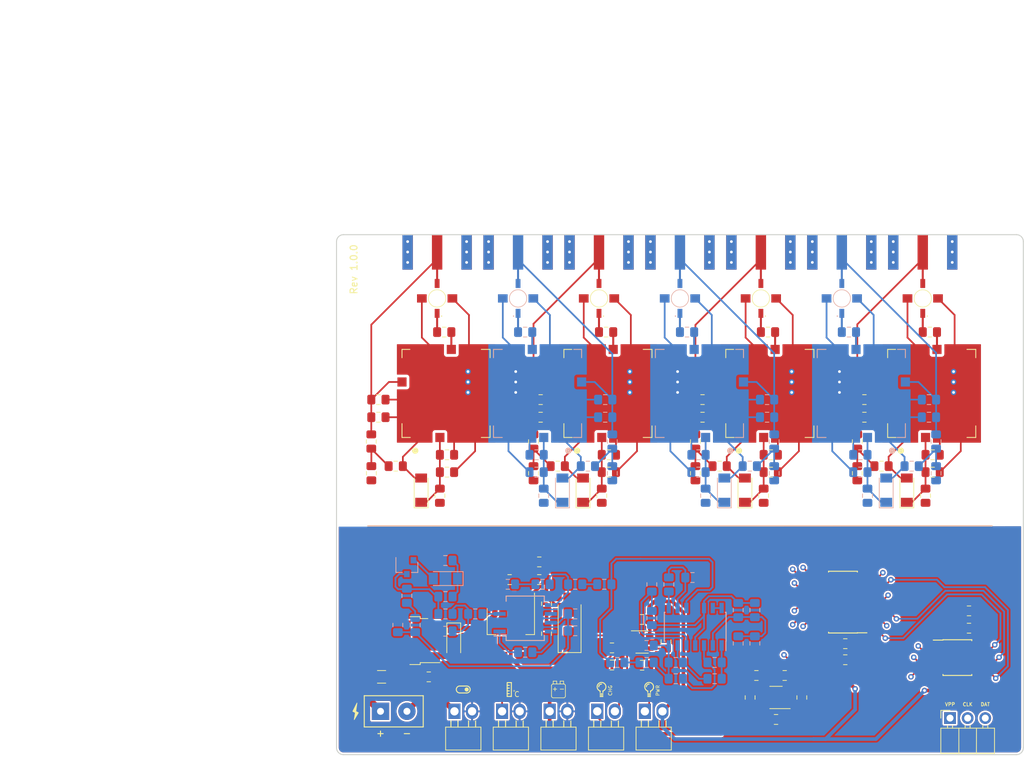
<source format=kicad_pcb>
(kicad_pcb (version 20171130) (host pcbnew 5.1.6+dfsg1-1~bpo10+1)
  (title_block (title HideMyAss) (date 2020-10-02) (rev 1.0.0) (company Pijedestal) (comment 1 "RF jammer for all things known.") (comment 2 "- - - - - - - - - - - - - - -") (comment 3 office@djordjejocic.com) (comment 4 "Đorđe Jocić"))
  (layers (0 F.Cu signal) (1 In1.Cu power) (2 In2.Cu power) (31 B.Cu signal) (34 B.Paste user) (35 F.Paste user) (36 B.SilkS user) (37 F.SilkS user) (38 B.Mask user) (39 F.Mask user) (44 Edge.Cuts user))
  (net 0 "")
  (net 1 VCC_1)
  (net 2 VCC_2)
  (net 3 VCC_3)
  (net 4 VCC_4)
  (net 5 "Net-(C27-Pad1)")
  (net 6 VT_1)
  (net 7 VT_2)
  (net 8 VT_3)
  (net 9 VT_4)
  (net 10 VCC_5)
  (net 11 VCC_6)
  (net 12 VCC_7)
  (net 13 VT_5)
  (net 14 VT_6)
  (net 15 VT_7)
  (net 16 DC)
  (net 17 Sweep)
  (net 18 VGND)
  (net 19 BAT)
  (net 20 Noise)
  (net 21 "Net-(J9-Pad2)")
  (net 22 "Net-(Q2-Pad3)")
  (net 23 Tuner)
  (net 24 "Net-(R31-Pad2)")
  (net 25 GP2)
  (net 26 GP5)
  (net 27 GP1)
  (net 28 GP4)
  (net 29 GP0)
  (net 30 GP3)
  (net 31 "Net-(C10-Pad1)")
  (net 32 "Net-(C11-Pad1)")
  (net 33 "Net-(C13-Pad1)")
  (net 34 "Net-(C51-Pad1)")
  (net 35 "Net-(C1-Pad1)")
  (net 36 "Net-(C3-Pad1)")
  (net 37 "Net-(C5-Pad1)")
  (net 38 "Net-(C7-Pad1)")
  (net 39 "Net-(C9-Pad1)")
  (net 40 "Net-(C9-Pad2)")
  (net 41 "Net-(C10-Pad2)")
  (net 42 "Net-(C11-Pad2)")
  (net 43 "Net-(C12-Pad2)")
  (net 44 "Net-(C12-Pad1)")
  (net 45 "Net-(C22-Pad1)")
  (net 46 "Net-(C29-Pad1)")
  (net 47 "Net-(C31-Pad1)")
  (net 48 "Net-(C33-Pad2)")
  (net 49 "Net-(C33-Pad1)")
  (net 50 "Net-(C34-Pad1)")
  (net 51 "Net-(C34-Pad2)")
  (net 52 "Net-(C35-Pad1)")
  (net 53 "Net-(C35-Pad2)")
  (net 54 "Net-(C55-Pad2)")
  (net 55 "Net-(C58-Pad1)")
  (net 56 "Net-(L1-Pad1)")
  (net 57 "Net-(F1-Pad1)")
  (net 58 "Net-(F1-Pad2)")
  (net 59 "Net-(C44-Pad2)")
  (net 60 "Net-(C47-Pad2)")
  (net 61 "Net-(C50-Pad1)")
  (net 62 "Net-(C50-Pad2)")
  (net 63 "Net-(C54-Pad2)")
  (net 64 "Net-(C57-Pad1)")
  (net 65 "Net-(C58-Pad2)")
  (net 66 "Net-(D8-Pad1)")
  (net 67 "Net-(D9-Pad2)")
  (net 68 "Net-(D9-Pad1)")
  (net 69 "Net-(D10-Pad2)")
  (net 70 "Net-(D12-Pad2)")
  (net 71 "Net-(R34-Pad1)")
  (net 72 "Net-(R37-Pad2)")
  (net 73 "Net-(R41-Pad2)")
  (net 74 "Net-(R51-Pad1)")
  (net 75 "Net-(TH1-Pad1)")
  (net 76 "Net-(R17-Pad1)")
  (net 77 "Net-(R53-Pad2)")
  (net 78 "Net-(U12-Pad13)")
  (net 79 "Net-(U14-Pad6)")
  (net 80 GND)
  (net 81 VDD)
  (net 82 Boost)
  (module Connector_PinSocket_2.54mm:PinSocket_1x03_P2.54mm_Horizontal (layer F.Cu) (at 153.931666 121.725 90)
    (fp_text reference J8 hide)
    (fp_text value "Pickit 2" hide)
    (pad 1 thru_hole rect (at 0 0 90) (size 1.7 1.7) (drill 1) (layers *.Cu *.Mask) (net 30 GP3))
    (pad 2 thru_hole oval (at 0 2.54 90) (size 1.7 1.7) (drill 1) (layers *.Cu *.Mask) (net 29 GP0))
    (pad 3 thru_hole oval (at 0 5.08 90) (size 1.7 1.7) (drill 1) (layers *.Cu *.Mask) (net 27 GP1))
  )
  (module Package_SO:SOIC-8_3.9x4.9mm_P1.27mm (layer F.Cu) (at 154.99 113)
    (fp_text reference U6 hide)
    (fp_text value PIC12F675-ISN hide)
    (pad 1 smd rect (at -2.7 -1.905) (size 1.55 0.6) (layers F.Cu F.Paste F.Mask) (net 81 VDD))
    (pad 2 smd rect (at -2.7 -0.635) (size 1.55 0.6) (layers F.Cu F.Paste F.Mask) (net 26 GP5))
    (pad 3 smd rect (at -2.7 0.635) (size 1.55 0.6) (layers F.Cu F.Paste F.Mask) (net 28 GP4))
    (pad 4 smd rect (at -2.7 1.905) (size 1.55 0.6) (layers F.Cu F.Paste F.Mask) (net 30 GP3))
    (pad 5 smd rect (at 2.7 1.905) (size 1.55 0.6) (layers F.Cu F.Paste F.Mask) (net 25 GP2))
    (pad 6 smd rect (at 2.7 0.635) (size 1.55 0.6) (layers F.Cu F.Paste F.Mask) (net 27 GP1))
    (pad 7 smd rect (at 2.7 -0.635) (size 1.55 0.6) (layers F.Cu F.Paste F.Mask) (net 29 GP0))
    (pad 8 smd rect (at 2.7 -1.905) (size 1.55 0.6) (layers F.Cu F.Paste F.Mask) (net 80 GND))
  )
  (module Capacitor_SMD:C_0805_2012Metric_Pad1.15x1.40mm_HandSolder (layer F.Cu) (at 138.831511 110.995975)
    (fp_text reference C23 hide)
    (fp_text value 1μF hide)
    (pad 2 smd roundrect (at 1.025 0) (size 1.15 1.4) (layers F.Cu F.Paste F.Mask) (roundrect_rratio 0.217391) (net 80 GND))
    (pad 1 smd roundrect (at -1.025 0) (size 1.15 1.4) (layers F.Cu F.Paste F.Mask) (roundrect_rratio 0.217391) (net 81 VDD))
  )
  (module Capacitor_SMD:C_0805_2012Metric_Pad1.15x1.40mm_HandSolder (layer F.Cu) (at 156.665 106.26)
    (fp_text reference C25 hide)
    (fp_text value 1μF hide)
    (pad 1 smd roundrect (at -1.025 0) (size 1.15 1.4) (layers F.Cu F.Paste F.Mask) (roundrect_rratio 0.217391) (net 81 VDD))
    (pad 2 smd roundrect (at 1.025 0) (size 1.15 1.4) (layers F.Cu F.Paste F.Mask) (roundrect_rratio 0.217391) (net 80 GND))
  )
  (module Package_SO:SOIC-14_3.9x8.7mm_P1.27mm (layer F.Cu) (at 138.5 105 180)
    (fp_text reference U1 hide)
    (fp_text value 74LS07 hide)
    (pad 1 smd rect (at -2.7 -3.81 180) (size 1.5 0.6) (layers F.Cu F.Paste F.Mask) (net 29 GP0))
    (pad 2 smd rect (at -2.7 -2.54 180) (size 1.5 0.6) (layers F.Cu F.Paste F.Mask) (net 82 Boost))
    (pad 3 smd rect (at -2.7 -1.27 180) (size 1.5 0.6) (layers F.Cu F.Paste F.Mask) (net 27 GP1))
    (pad 4 smd rect (at -2.7 0 180) (size 1.5 0.6) (layers F.Cu F.Paste F.Mask) (net 82 Boost))
    (pad 5 smd rect (at -2.7 1.27 180) (size 1.5 0.6) (layers F.Cu F.Paste F.Mask) (net 25 GP2))
    (pad 6 smd rect (at -2.7 2.54 180) (size 1.5 0.6) (layers F.Cu F.Paste F.Mask) (net 82 Boost))
    (pad 7 smd rect (at -2.7 3.81 180) (size 1.5 0.6) (layers F.Cu F.Paste F.Mask) (net 80 GND))
    (pad 8 smd rect (at 2.7 3.81 180) (size 1.5 0.6) (layers F.Cu F.Paste F.Mask) (net 82 Boost))
    (pad 9 smd rect (at 2.7 2.54 180) (size 1.5 0.6) (layers F.Cu F.Paste F.Mask) (net 30 GP3))
    (pad 10 smd rect (at 2.7 1.27 180) (size 1.5 0.6) (layers F.Cu F.Paste F.Mask) (net 82 Boost))
    (pad 11 smd rect (at 2.7 0 180) (size 1.5 0.6) (layers F.Cu F.Paste F.Mask) (net 28 GP4))
    (pad 12 smd rect (at 2.7 -1.27 180) (size 1.5 0.6) (layers F.Cu F.Paste F.Mask) (net 82 Boost))
    (pad 13 smd rect (at 2.7 -2.54 180) (size 1.5 0.6) (layers F.Cu F.Paste F.Mask) (net 26 GP5))
    (pad 14 smd rect (at 2.7 -3.81 180) (size 1.5 0.6) (layers F.Cu F.Paste F.Mask) (net 81 VDD))
  )
  (module Capacitor_SMD:C_0805_2012Metric_Pad1.15x1.40mm_HandSolder (layer F.Cu) (at 138.831511 113.310975)
    (fp_text reference C24 hide)
    (fp_text value 0.1μF hide)
    (pad 1 smd roundrect (at -1.025 0) (size 1.15 1.4) (layers F.Cu F.Paste F.Mask) (roundrect_rratio 0.217391) (net 81 VDD))
    (pad 2 smd roundrect (at 1.025 0) (size 1.15 1.4) (layers F.Cu F.Paste F.Mask) (roundrect_rratio 0.217391) (net 80 GND))
  )
  (module Capacitor_SMD:C_0805_2012Metric_Pad1.15x1.40mm_HandSolder (layer F.Cu) (at 156.665 108.76)
    (fp_text reference C26 hide)
    (fp_text value 0.1μF hide)
    (pad 2 smd roundrect (at 1.025 0) (size 1.15 1.4) (layers F.Cu F.Paste F.Mask) (roundrect_rratio 0.217391) (net 80 GND))
    (pad 1 smd roundrect (at -1.025 0) (size 1.15 1.4) (layers F.Cu F.Paste F.Mask) (roundrect_rratio 0.217391) (net 81 VDD))
  )
  (module CVCO:2-2.54mm-Horizontal-Molex (layer F.Cu) (at 109.945001 120.75)
    (fp_text reference D8 hide)
    (fp_text value Green hide)
    (pad 2 thru_hole oval (at 2.54 0) (size 1.74 2.2) (drill 1.2) (layers *.Cu *.Mask) (net 81 VDD))
    (pad 1 thru_hole rect (at 0 0) (size 1.74 2.2) (drill 1.2) (layers *.Cu *.Mask) (net 66 "Net-(D8-Pad1)"))
  )
  (module Icons:Lightbulb (layer F.Cu) (at 110.560001 117.616228)
    (fp_text reference G*** hide)
    (fp_text value Lightbulb hide)
  )
  (module Icons:Lightbulb (layer F.Cu) (at 103.69875 117.616228)
    (fp_text reference G*** hide)
    (fp_text value Lightbulb hide)
  )
  (module Icons:Thermometer (layer F.Cu) (at 90.40125 117.6)
    (fp_text reference G*** hide)
    (fp_text value Thermometer hide)
    (fp_text user C (at 1.1 0.7) (layer F.SilkS) (effects (font (size 0.75 0.75) (thickness 0.1))))
  )
  (module Icons:Battery (layer F.Cu) (at 97.4875 117.8)
    (fp_text reference G*** hide)
    (fp_text value Battery hide)
  )
  (module Icons:Switch (layer F.Cu) (at 83.765 117.6)
    (fp_text reference G*** hide)
    (fp_text value Switch hide)
  )
  (module Icons:Lightning (layer F.Cu) (at 68.25 120.95)
    (fp_text reference G*** hide)
    (fp_text value Lightning hide)
  )
  (module CVCO:2-2.54mm-Horizontal-Molex (layer F.Cu) (at 82.5 120.75)
    (fp_text reference SW1 hide)
    (fp_text value On/Off hide)
    (pad 1 thru_hole rect (at 0 0) (size 1.74 2.2) (drill 1.2) (layers *.Cu *.Mask) (net 21 "Net-(J9-Pad2)"))
    (pad 2 thru_hole oval (at 2.54 0) (size 1.74 2.2) (drill 1.2) (layers *.Cu *.Mask) (net 80 GND))
  )
  (module CVCO:2-2.54mm-Horizontal-Molex (layer F.Cu) (at 103.08375 120.75)
    (fp_text reference D9 hide)
    (fp_text value Orange hide)
    (pad 2 thru_hole oval (at 2.54 0) (size 1.74 2.2) (drill 1.2) (layers *.Cu *.Mask) (net 67 "Net-(D9-Pad2)"))
    (pad 1 thru_hole rect (at 0 0) (size 1.74 2.2) (drill 1.2) (layers *.Cu *.Mask) (net 68 "Net-(D9-Pad1)"))
  )
  (module CVCO:2-2.54mm-Horizontal-Molex (layer F.Cu) (at 89.36125 120.75)
    (fp_text reference TH1 hide)
    (fp_text value 10k hide)
    (pad 1 thru_hole rect (at 0 0) (size 1.74 2.2) (drill 1.2) (layers *.Cu *.Mask) (net 75 "Net-(TH1-Pad1)"))
    (pad 2 thru_hole oval (at 2.54 0) (size 1.74 2.2) (drill 1.2) (layers *.Cu *.Mask) (net 80 GND))
  )
  (module CVCO:2-2.54mm-Horizontal-Molex (layer F.Cu) (at 96.2225 120.75)
    (fp_text reference BT1 hide)
    (fp_text value 3.7V hide)
    (pad 2 thru_hole oval (at 2.54 0) (size 1.74 2.2) (drill 1.2) (layers *.Cu *.Mask) (net 80 GND))
    (pad 1 thru_hole rect (at 0 0) (size 1.74 2.2) (drill 1.2) (layers *.Cu *.Mask) (net 19 BAT))
  )
  (module CVCO:CVCO55 (layer F.Cu) (at 144.94 81.25)
    (fp_text reference Y4 hide)
    (fp_text value CVCO55CW-1000-2000 hide)
    (pad 5 smd rect (at 12.7 -2.667 90) (size 1.32 1.32) (layers F.Cu F.Paste F.Mask) (net 80 GND))
    (pad 6 smd rect (at 12.7 -5.207 90) (size 1.32 1.32) (layers F.Cu F.Paste F.Mask) (net 80 GND))
    (pad 7 smd rect (at 12.7 -7.747 90) (size 1.32 1.32) (layers F.Cu F.Paste F.Mask) (net 80 GND))
    (pad 8 smd rect (at 12.7 -10.287 90) (size 1.32 1.32) (layers F.Cu F.Paste F.Mask) (net 80 GND))
    (pad 16 smd rect (at 0 -2.921 90) (size 1.32 1.32) (layers F.Cu F.Paste F.Mask) (net 80 GND))
    (pad 15 smd rect (at 0 -5.461 90) (size 1.32 1.32) (layers F.Cu F.Paste F.Mask) (net 80 GND))
    (pad 14 smd rect (at 0 -8.001 90) (size 1.32 1.32) (layers F.Cu F.Paste F.Mask) (net 38 "Net-(C7-Pad1)"))
    (pad 13 smd rect (at 0 -10.541 90) (size 1.32 1.32) (layers F.Cu F.Paste F.Mask) (net 80 GND))
    (pad 4 smd rect (at 10.541 0 90) (size 1.32 1.32) (layers F.Cu F.Paste F.Mask) (net 80 GND))
    (pad 3 smd rect (at 8.001 0 90) (size 1.32 1.32) (layers F.Cu F.Paste F.Mask) (net 80 GND))
    (pad 2 smd rect (at 5.461 0 90) (size 1.32 1.32) (layers F.Cu F.Paste F.Mask) (net 9 VT_4))
    (pad 1 smd rect (at 2.921 0 90) (size 1.32 1.32) (layers F.Cu F.Paste F.Mask) (net 80 GND))
    (pad 12 smd rect (at 2.032 -12.7 90) (size 1.32 1.32) (layers F.Cu F.Paste F.Mask) (net 80 GND))
    (pad 11 smd rect (at 4.572 -12.7 90) (size 1.32 1.32) (layers F.Cu F.Paste F.Mask) (net 80 GND))
    (pad 10 smd rect (at 7.112 -12.7 90) (size 1.32 1.32) (layers F.Cu F.Paste F.Mask) (net 43 "Net-(C12-Pad2)"))
    (pad 9 smd rect (at 9.652 -12.7 90) (size 1.32 1.32) (layers F.Cu F.Paste F.Mask) (net 80 GND))
  )
  (module CVCO:CVCO55 (layer B.Cu) (at 147.49533 81.25 180)
    (fp_text reference Y7 hide)
    (fp_text value CVCO55CW-3500-4500 hide)
    (pad 5 smd rect (at 12.7 2.667 90) (size 1.32 1.32) (layers B.Cu B.Paste B.Mask) (net 80 GND))
    (pad 6 smd rect (at 12.7 5.207 90) (size 1.32 1.32) (layers B.Cu B.Paste B.Mask) (net 80 GND))
    (pad 7 smd rect (at 12.7 7.747 90) (size 1.32 1.32) (layers B.Cu B.Paste B.Mask) (net 80 GND))
    (pad 8 smd rect (at 12.7 10.287 90) (size 1.32 1.32) (layers B.Cu B.Paste B.Mask) (net 80 GND))
    (pad 16 smd rect (at 0 2.921 90) (size 1.32 1.32) (layers B.Cu B.Paste B.Mask) (net 80 GND))
    (pad 15 smd rect (at 0 5.461 90) (size 1.32 1.32) (layers B.Cu B.Paste B.Mask) (net 80 GND))
    (pad 14 smd rect (at 0 8.001 90) (size 1.32 1.32) (layers B.Cu B.Paste B.Mask) (net 47 "Net-(C31-Pad1)"))
    (pad 13 smd rect (at 0 10.541 90) (size 1.32 1.32) (layers B.Cu B.Paste B.Mask) (net 80 GND))
    (pad 4 smd rect (at 10.541 0 90) (size 1.32 1.32) (layers B.Cu B.Paste B.Mask) (net 80 GND))
    (pad 3 smd rect (at 8.001 0 90) (size 1.32 1.32) (layers B.Cu B.Paste B.Mask) (net 80 GND))
    (pad 2 smd rect (at 5.461 0 90) (size 1.32 1.32) (layers B.Cu B.Paste B.Mask) (net 15 VT_7))
    (pad 1 smd rect (at 2.921 0 90) (size 1.32 1.32) (layers B.Cu B.Paste B.Mask) (net 80 GND))
    (pad 12 smd rect (at 2.032 12.7 90) (size 1.32 1.32) (layers B.Cu B.Paste B.Mask) (net 80 GND))
    (pad 11 smd rect (at 4.572 12.7 90) (size 1.32 1.32) (layers B.Cu B.Paste B.Mask) (net 80 GND))
    (pad 10 smd rect (at 7.112 12.7 90) (size 1.32 1.32) (layers B.Cu B.Paste B.Mask) (net 53 "Net-(C35-Pad2)"))
    (pad 9 smd rect (at 9.652 12.7 90) (size 1.32 1.32) (layers B.Cu B.Paste B.Mask) (net 80 GND))
  )
  (module CVCO:CVCO55 (layer F.Cu) (at 121.606664 81.25)
    (fp_text reference Y3 hide)
    (fp_text value CV55CW500-1000 hide)
    (pad 5 smd rect (at 12.7 -2.667 90) (size 1.32 1.32) (layers F.Cu F.Paste F.Mask) (net 80 GND))
    (pad 6 smd rect (at 12.7 -5.207 90) (size 1.32 1.32) (layers F.Cu F.Paste F.Mask) (net 80 GND))
    (pad 7 smd rect (at 12.7 -7.747 90) (size 1.32 1.32) (layers F.Cu F.Paste F.Mask) (net 80 GND))
    (pad 8 smd rect (at 12.7 -10.287 90) (size 1.32 1.32) (layers F.Cu F.Paste F.Mask) (net 80 GND))
    (pad 16 smd rect (at 0 -2.921 90) (size 1.32 1.32) (layers F.Cu F.Paste F.Mask) (net 80 GND))
    (pad 15 smd rect (at 0 -5.461 90) (size 1.32 1.32) (layers F.Cu F.Paste F.Mask) (net 80 GND))
    (pad 14 smd rect (at 0 -8.001 90) (size 1.32 1.32) (layers F.Cu F.Paste F.Mask) (net 37 "Net-(C5-Pad1)"))
    (pad 13 smd rect (at 0 -10.541 90) (size 1.32 1.32) (layers F.Cu F.Paste F.Mask) (net 80 GND))
    (pad 4 smd rect (at 10.541 0 90) (size 1.32 1.32) (layers F.Cu F.Paste F.Mask) (net 80 GND))
    (pad 3 smd rect (at 8.001 0 90) (size 1.32 1.32) (layers F.Cu F.Paste F.Mask) (net 80 GND))
    (pad 2 smd rect (at 5.461 0 90) (size 1.32 1.32) (layers F.Cu F.Paste F.Mask) (net 8 VT_3))
    (pad 1 smd rect (at 2.921 0 90) (size 1.32 1.32) (layers F.Cu F.Paste F.Mask) (net 80 GND))
    (pad 12 smd rect (at 2.032 -12.7 90) (size 1.32 1.32) (layers F.Cu F.Paste F.Mask) (net 80 GND))
    (pad 11 smd rect (at 4.572 -12.7 90) (size 1.32 1.32) (layers F.Cu F.Paste F.Mask) (net 80 GND))
    (pad 10 smd rect (at 7.112 -12.7 90) (size 1.32 1.32) (layers F.Cu F.Paste F.Mask) (net 42 "Net-(C11-Pad2)"))
    (pad 9 smd rect (at 9.652 -12.7 90) (size 1.32 1.32) (layers F.Cu F.Paste F.Mask) (net 80 GND))
  )
  (module CVCO:CVCO55 (layer B.Cu) (at 124.161998 81.25 180)
    (fp_text reference Y6 hide)
    (fp_text value CVCO55CC-3180-3710 hide)
    (pad 5 smd rect (at 12.7 2.667 90) (size 1.32 1.32) (layers B.Cu B.Paste B.Mask) (net 80 GND))
    (pad 6 smd rect (at 12.7 5.207 90) (size 1.32 1.32) (layers B.Cu B.Paste B.Mask) (net 80 GND))
    (pad 7 smd rect (at 12.7 7.747 90) (size 1.32 1.32) (layers B.Cu B.Paste B.Mask) (net 80 GND))
    (pad 8 smd rect (at 12.7 10.287 90) (size 1.32 1.32) (layers B.Cu B.Paste B.Mask) (net 80 GND))
    (pad 16 smd rect (at 0 2.921 90) (size 1.32 1.32) (layers B.Cu B.Paste B.Mask) (net 80 GND))
    (pad 15 smd rect (at 0 5.461 90) (size 1.32 1.32) (layers B.Cu B.Paste B.Mask) (net 80 GND))
    (pad 14 smd rect (at 0 8.001 90) (size 1.32 1.32) (layers B.Cu B.Paste B.Mask) (net 46 "Net-(C29-Pad1)"))
    (pad 13 smd rect (at 0 10.541 90) (size 1.32 1.32) (layers B.Cu B.Paste B.Mask) (net 80 GND))
    (pad 4 smd rect (at 10.541 0 90) (size 1.32 1.32) (layers B.Cu B.Paste B.Mask) (net 80 GND))
    (pad 3 smd rect (at 8.001 0 90) (size 1.32 1.32) (layers B.Cu B.Paste B.Mask) (net 80 GND))
    (pad 2 smd rect (at 5.461 0 90) (size 1.32 1.32) (layers B.Cu B.Paste B.Mask) (net 14 VT_6))
    (pad 1 smd rect (at 2.921 0 90) (size 1.32 1.32) (layers B.Cu B.Paste B.Mask) (net 80 GND))
    (pad 12 smd rect (at 2.032 12.7 90) (size 1.32 1.32) (layers B.Cu B.Paste B.Mask) (net 80 GND))
    (pad 11 smd rect (at 4.572 12.7 90) (size 1.32 1.32) (layers B.Cu B.Paste B.Mask) (net 80 GND))
    (pad 10 smd rect (at 7.112 12.7 90) (size 1.32 1.32) (layers B.Cu B.Paste B.Mask) (net 51 "Net-(C34-Pad2)"))
    (pad 9 smd rect (at 9.652 12.7 90) (size 1.32 1.32) (layers B.Cu B.Paste B.Mask) (net 80 GND))
  )
  (module CVCO:CVCO55 (layer B.Cu) (at 100.828666 81.25 180)
    (fp_text reference Y5 hide)
    (fp_text value CV55BE1600-3200 hide)
    (pad 5 smd rect (at 12.7 2.667 90) (size 1.32 1.32) (layers B.Cu B.Paste B.Mask) (net 80 GND))
    (pad 6 smd rect (at 12.7 5.207 90) (size 1.32 1.32) (layers B.Cu B.Paste B.Mask) (net 80 GND))
    (pad 7 smd rect (at 12.7 7.747 90) (size 1.32 1.32) (layers B.Cu B.Paste B.Mask) (net 80 GND))
    (pad 8 smd rect (at 12.7 10.287 90) (size 1.32 1.32) (layers B.Cu B.Paste B.Mask) (net 80 GND))
    (pad 16 smd rect (at 0 2.921 90) (size 1.32 1.32) (layers B.Cu B.Paste B.Mask) (net 80 GND))
    (pad 15 smd rect (at 0 5.461 90) (size 1.32 1.32) (layers B.Cu B.Paste B.Mask) (net 80 GND))
    (pad 14 smd rect (at 0 8.001 90) (size 1.32 1.32) (layers B.Cu B.Paste B.Mask) (net 5 "Net-(C27-Pad1)"))
    (pad 13 smd rect (at 0 10.541 90) (size 1.32 1.32) (layers B.Cu B.Paste B.Mask) (net 80 GND))
    (pad 4 smd rect (at 10.541 0 90) (size 1.32 1.32) (layers B.Cu B.Paste B.Mask) (net 80 GND))
    (pad 3 smd rect (at 8.001 0 90) (size 1.32 1.32) (layers B.Cu B.Paste B.Mask) (net 80 GND))
    (pad 2 smd rect (at 5.461 0 90) (size 1.32 1.32) (layers B.Cu B.Paste B.Mask) (net 13 VT_5))
    (pad 1 smd rect (at 2.921 0 90) (size 1.32 1.32) (layers B.Cu B.Paste B.Mask) (net 80 GND))
    (pad 12 smd rect (at 2.032 12.7 90) (size 1.32 1.32) (layers B.Cu B.Paste B.Mask) (net 80 GND))
    (pad 11 smd rect (at 4.572 12.7 90) (size 1.32 1.32) (layers B.Cu B.Paste B.Mask) (net 80 GND))
    (pad 10 smd rect (at 7.112 12.7 90) (size 1.32 1.32) (layers B.Cu B.Paste B.Mask) (net 48 "Net-(C33-Pad2)"))
    (pad 9 smd rect (at 9.652 12.7 90) (size 1.32 1.32) (layers B.Cu B.Paste B.Mask) (net 80 GND))
  )
  (module CVCO:CVCO55 (layer F.Cu) (at 98.271332 81.25)
    (fp_text reference Y2 hide)
    (fp_text value CVCO55CW-0200-0500 hide)
    (pad 5 smd rect (at 12.7 -2.667 90) (size 1.32 1.32) (layers F.Cu F.Paste F.Mask) (net 80 GND))
    (pad 6 smd rect (at 12.7 -5.207 90) (size 1.32 1.32) (layers F.Cu F.Paste F.Mask) (net 80 GND))
    (pad 7 smd rect (at 12.7 -7.747 90) (size 1.32 1.32) (layers F.Cu F.Paste F.Mask) (net 80 GND))
    (pad 8 smd rect (at 12.7 -10.287 90) (size 1.32 1.32) (layers F.Cu F.Paste F.Mask) (net 80 GND))
    (pad 16 smd rect (at 0 -2.921 90) (size 1.32 1.32) (layers F.Cu F.Paste F.Mask) (net 80 GND))
    (pad 15 smd rect (at 0 -5.461 90) (size 1.32 1.32) (layers F.Cu F.Paste F.Mask) (net 80 GND))
    (pad 14 smd rect (at 0 -8.001 90) (size 1.32 1.32) (layers F.Cu F.Paste F.Mask) (net 36 "Net-(C3-Pad1)"))
    (pad 13 smd rect (at 0 -10.541 90) (size 1.32 1.32) (layers F.Cu F.Paste F.Mask) (net 80 GND))
    (pad 4 smd rect (at 10.541 0 90) (size 1.32 1.32) (layers F.Cu F.Paste F.Mask) (net 80 GND))
    (pad 3 smd rect (at 8.001 0 90) (size 1.32 1.32) (layers F.Cu F.Paste F.Mask) (net 80 GND))
    (pad 2 smd rect (at 5.461 0 90) (size 1.32 1.32) (layers F.Cu F.Paste F.Mask) (net 7 VT_2))
    (pad 1 smd rect (at 2.921 0 90) (size 1.32 1.32) (layers F.Cu F.Paste F.Mask) (net 80 GND))
    (pad 12 smd rect (at 2.032 -12.7 90) (size 1.32 1.32) (layers F.Cu F.Paste F.Mask) (net 80 GND))
    (pad 11 smd rect (at 4.572 -12.7 90) (size 1.32 1.32) (layers F.Cu F.Paste F.Mask) (net 80 GND))
    (pad 10 smd rect (at 7.112 -12.7 90) (size 1.32 1.32) (layers F.Cu F.Paste F.Mask) (net 41 "Net-(C10-Pad2)"))
    (pad 9 smd rect (at 9.652 -12.7 90) (size 1.32 1.32) (layers F.Cu F.Paste F.Mask) (net 80 GND))
  )
  (module CVCO:CVCO55 (layer F.Cu) (at 74.938 81.25)
    (fp_text reference Y1 hide)
    (fp_text value CVCO55CW-0100-0200 hide)
    (pad 9 smd rect (at 9.652 -12.7 90) (size 1.32 1.32) (layers F.Cu F.Paste F.Mask) (net 80 GND))
    (pad 10 smd rect (at 7.112 -12.7 90) (size 1.32 1.32) (layers F.Cu F.Paste F.Mask) (net 40 "Net-(C9-Pad2)"))
    (pad 11 smd rect (at 4.572 -12.7 90) (size 1.32 1.32) (layers F.Cu F.Paste F.Mask) (net 80 GND))
    (pad 12 smd rect (at 2.032 -12.7 90) (size 1.32 1.32) (layers F.Cu F.Paste F.Mask) (net 80 GND))
    (pad 1 smd rect (at 2.921 0 90) (size 1.32 1.32) (layers F.Cu F.Paste F.Mask) (net 80 GND))
    (pad 2 smd rect (at 5.461 0 90) (size 1.32 1.32) (layers F.Cu F.Paste F.Mask) (net 6 VT_1))
    (pad 3 smd rect (at 8.001 0 90) (size 1.32 1.32) (layers F.Cu F.Paste F.Mask) (net 80 GND))
    (pad 4 smd rect (at 10.541 0 90) (size 1.32 1.32) (layers F.Cu F.Paste F.Mask) (net 80 GND))
    (pad 13 smd rect (at 0 -10.541 90) (size 1.32 1.32) (layers F.Cu F.Paste F.Mask) (net 80 GND))
    (pad 14 smd rect (at 0 -8.001 90) (size 1.32 1.32) (layers F.Cu F.Paste F.Mask) (net 35 "Net-(C1-Pad1)"))
    (pad 15 smd rect (at 0 -5.461 90) (size 1.32 1.32) (layers F.Cu F.Paste F.Mask) (net 80 GND))
    (pad 16 smd rect (at 0 -2.921 90) (size 1.32 1.32) (layers F.Cu F.Paste F.Mask) (net 80 GND))
    (pad 8 smd rect (at 12.7 -10.287 90) (size 1.32 1.32) (layers F.Cu F.Paste F.Mask) (net 80 GND))
    (pad 7 smd rect (at 12.7 -7.747 90) (size 1.32 1.32) (layers F.Cu F.Paste F.Mask) (net 80 GND))
    (pad 6 smd rect (at 12.7 -5.207 90) (size 1.32 1.32) (layers F.Cu F.Paste F.Mask) (net 80 GND))
    (pad 5 smd rect (at 12.7 -2.667 90) (size 1.32 1.32) (layers F.Cu F.Paste F.Mask) (net 80 GND))
  )
  (module Capacitor_SMD:C_0805_2012Metric_Pad1.15x1.40mm_HandSolder (layer F.Cu) (at 71.538 78.329)
    (fp_text reference C1 hide)
    (fp_text value 1nF hide)
    (pad 1 smd roundrect (at -1.025 0) (size 1.15 1.4) (layers F.Cu F.Paste F.Mask) (roundrect_rratio 0.217391) (net 35 "Net-(C1-Pad1)"))
    (pad 2 smd roundrect (at 1.025 0) (size 1.15 1.4) (layers F.Cu F.Paste F.Mask) (roundrect_rratio 0.217391) (net 80 GND))
  )
  (module Capacitor_SMD:C_0805_2012Metric_Pad1.15x1.40mm_HandSolder (layer F.Cu) (at 71.538 75.789)
    (fp_text reference C2 hide)
    (fp_text value 0.1nF hide)
    (pad 2 smd roundrect (at 1.025 0) (size 1.15 1.4) (layers F.Cu F.Paste F.Mask) (roundrect_rratio 0.217391) (net 80 GND))
    (pad 1 smd roundrect (at -1.025 0) (size 1.15 1.4) (layers F.Cu F.Paste F.Mask) (roundrect_rratio 0.217391) (net 35 "Net-(C1-Pad1)"))
  )
  (module Capacitor_SMD:C_0805_2012Metric_Pad1.15x1.40mm_HandSolder (layer F.Cu) (at 94.921332 78.329)
    (fp_text reference C3 hide)
    (fp_text value 1nF hide)
    (pad 1 smd roundrect (at -1.025 0) (size 1.15 1.4) (layers F.Cu F.Paste F.Mask) (roundrect_rratio 0.217391) (net 36 "Net-(C3-Pad1)"))
    (pad 2 smd roundrect (at 1.025 0) (size 1.15 1.4) (layers F.Cu F.Paste F.Mask) (roundrect_rratio 0.217391) (net 80 GND))
  )
  (module Capacitor_SMD:C_0805_2012Metric_Pad1.15x1.40mm_HandSolder (layer F.Cu) (at 94.921332 75.789)
    (fp_text reference C4 hide)
    (fp_text value 0.1nF hide)
    (pad 2 smd roundrect (at 1.025 0) (size 1.15 1.4) (layers F.Cu F.Paste F.Mask) (roundrect_rratio 0.217391) (net 80 GND))
    (pad 1 smd roundrect (at -1.025 0) (size 1.15 1.4) (layers F.Cu F.Paste F.Mask) (roundrect_rratio 0.217391) (net 36 "Net-(C3-Pad1)"))
  )
  (module Capacitor_SMD:C_0805_2012Metric_Pad1.15x1.40mm_HandSolder (layer F.Cu) (at 118.256664 78.329)
    (fp_text reference C5 hide)
    (fp_text value 1nF hide)
    (pad 2 smd roundrect (at 1.025 0) (size 1.15 1.4) (layers F.Cu F.Paste F.Mask) (roundrect_rratio 0.217391) (net 80 GND))
    (pad 1 smd roundrect (at -1.025 0) (size 1.15 1.4) (layers F.Cu F.Paste F.Mask) (roundrect_rratio 0.217391) (net 37 "Net-(C5-Pad1)"))
  )
  (module Capacitor_SMD:C_0805_2012Metric_Pad1.15x1.40mm_HandSolder (layer F.Cu) (at 118.256664 75.789)
    (fp_text reference C6 hide)
    (fp_text value 0.1nF hide)
    (pad 1 smd roundrect (at -1.025 0) (size 1.15 1.4) (layers F.Cu F.Paste F.Mask) (roundrect_rratio 0.217391) (net 37 "Net-(C5-Pad1)"))
    (pad 2 smd roundrect (at 1.025 0) (size 1.15 1.4) (layers F.Cu F.Paste F.Mask) (roundrect_rratio 0.217391) (net 80 GND))
  )
  (module Capacitor_SMD:C_0805_2012Metric_Pad1.15x1.40mm_HandSolder (layer F.Cu) (at 141.59 78.329)
    (fp_text reference C7 hide)
    (fp_text value 1nF hide)
    (pad 2 smd roundrect (at 1.025 0) (size 1.15 1.4) (layers F.Cu F.Paste F.Mask) (roundrect_rratio 0.217391) (net 80 GND))
    (pad 1 smd roundrect (at -1.025 0) (size 1.15 1.4) (layers F.Cu F.Paste F.Mask) (roundrect_rratio 0.217391) (net 38 "Net-(C7-Pad1)"))
  )
  (module Capacitor_SMD:C_0805_2012Metric_Pad1.15x1.40mm_HandSolder (layer F.Cu) (at 141.59 75.789)
    (fp_text reference C8 hide)
    (fp_text value 0.1nF hide)
    (pad 1 smd roundrect (at -1.025 0) (size 1.15 1.4) (layers F.Cu F.Paste F.Mask) (roundrect_rratio 0.217391) (net 38 "Net-(C7-Pad1)"))
    (pad 2 smd roundrect (at 1.025 0) (size 1.15 1.4) (layers F.Cu F.Paste F.Mask) (roundrect_rratio 0.217391) (net 80 GND))
  )
  (module Capacitor_SMD:C_0805_2012Metric_Pad1.15x1.40mm_HandSolder (layer F.Cu) (at 81.025 66.05)
    (fp_text reference C9 hide)
    (fp_text value 470pF hide)
    (pad 1 smd roundrect (at -1.025 0) (size 1.15 1.4) (layers F.Cu F.Paste F.Mask) (roundrect_rratio 0.217391) (net 39 "Net-(C9-Pad1)"))
    (pad 2 smd roundrect (at 1.025 0) (size 1.15 1.4) (layers F.Cu F.Paste F.Mask) (roundrect_rratio 0.217391) (net 40 "Net-(C9-Pad2)"))
  )
  (module Capacitor_SMD:C_0805_2012Metric_Pad1.15x1.40mm_HandSolder (layer F.Cu) (at 104.358332 66.05)
    (fp_text reference C10 hide)
    (fp_text value 220pF hide)
    (pad 1 smd roundrect (at -1.025 0) (size 1.15 1.4) (layers F.Cu F.Paste F.Mask) (roundrect_rratio 0.217391) (net 31 "Net-(C10-Pad1)"))
    (pad 2 smd roundrect (at 1.025 0) (size 1.15 1.4) (layers F.Cu F.Paste F.Mask) (roundrect_rratio 0.217391) (net 41 "Net-(C10-Pad2)"))
  )
  (module Capacitor_SMD:C_0805_2012Metric_Pad1.15x1.40mm_HandSolder (layer F.Cu) (at 127.693664 66.05)
    (fp_text reference C11 hide)
    (fp_text value 100pF hide)
    (pad 1 smd roundrect (at -1.025 0) (size 1.15 1.4) (layers F.Cu F.Paste F.Mask) (roundrect_rratio 0.217391) (net 32 "Net-(C11-Pad1)"))
    (pad 2 smd roundrect (at 1.025 0) (size 1.15 1.4) (layers F.Cu F.Paste F.Mask) (roundrect_rratio 0.217391) (net 42 "Net-(C11-Pad2)"))
  )
  (module Capacitor_SMD:C_0805_2012Metric_Pad1.15x1.40mm_HandSolder (layer F.Cu) (at 151.027 66.05)
    (fp_text reference C12 hide)
    (fp_text value 47pF hide)
    (pad 2 smd roundrect (at 1.025 0) (size 1.15 1.4) (layers F.Cu F.Paste F.Mask) (roundrect_rratio 0.217391) (net 43 "Net-(C12-Pad2)"))
    (pad 1 smd roundrect (at -1.025 0) (size 1.15 1.4) (layers F.Cu F.Paste F.Mask) (roundrect_rratio 0.217391) (net 44 "Net-(C12-Pad1)"))
  )
  (module Capacitor_SMD:C_0805_2012Metric_Pad1.15x1.40mm_HandSolder (layer F.Cu) (at 81.424 86.25)
    (fp_text reference C14 hide)
    (fp_text value 1nF hide)
    (pad 2 smd roundrect (at 1.025 0) (size 1.15 1.4) (layers F.Cu F.Paste F.Mask) (roundrect_rratio 0.217391) (net 80 GND))
    (pad 1 smd roundrect (at -1.025 0) (size 1.15 1.4) (layers F.Cu F.Paste F.Mask) (roundrect_rratio 0.217391) (net 6 VT_1))
  )
  (module Capacitor_SMD:C_0805_2012Metric_Pad1.15x1.40mm_HandSolder (layer F.Cu) (at 81.424 83.75)
    (fp_text reference C15 hide)
    (fp_text value 0.1nF hide)
    (pad 1 smd roundrect (at -1.025 0) (size 1.15 1.4) (layers F.Cu F.Paste F.Mask) (roundrect_rratio 0.217391) (net 6 VT_1))
    (pad 2 smd roundrect (at 1.025 0) (size 1.15 1.4) (layers F.Cu F.Paste F.Mask) (roundrect_rratio 0.217391) (net 80 GND))
  )
  (module Capacitor_SMD:C_0805_2012Metric_Pad1.15x1.40mm_HandSolder (layer F.Cu) (at 104.757332 86.25)
    (fp_text reference C16 hide)
    (fp_text value 1nF hide)
    (pad 2 smd roundrect (at 1.025 0) (size 1.15 1.4) (layers F.Cu F.Paste F.Mask) (roundrect_rratio 0.217391) (net 80 GND))
    (pad 1 smd roundrect (at -1.025 0) (size 1.15 1.4) (layers F.Cu F.Paste F.Mask) (roundrect_rratio 0.217391) (net 7 VT_2))
  )
  (module Capacitor_SMD:C_0805_2012Metric_Pad1.15x1.40mm_HandSolder (layer F.Cu) (at 104.757332 83.75)
    (fp_text reference C17 hide)
    (fp_text value 0.1nF hide)
    (pad 1 smd roundrect (at -1.025 0) (size 1.15 1.4) (layers F.Cu F.Paste F.Mask) (roundrect_rratio 0.217391) (net 7 VT_2))
    (pad 2 smd roundrect (at 1.025 0) (size 1.15 1.4) (layers F.Cu F.Paste F.Mask) (roundrect_rratio 0.217391) (net 80 GND))
  )
  (module Capacitor_SMD:C_0805_2012Metric_Pad1.15x1.40mm_HandSolder (layer F.Cu) (at 128.092664 86.25)
    (fp_text reference C18 hide)
    (fp_text value 1nF hide)
    (pad 2 smd roundrect (at 1.025 0) (size 1.15 1.4) (layers F.Cu F.Paste F.Mask) (roundrect_rratio 0.217391) (net 80 GND))
    (pad 1 smd roundrect (at -1.025 0) (size 1.15 1.4) (layers F.Cu F.Paste F.Mask) (roundrect_rratio 0.217391) (net 8 VT_3))
  )
  (module Capacitor_SMD:C_0805_2012Metric_Pad1.15x1.40mm_HandSolder (layer F.Cu) (at 128.092664 83.75)
    (fp_text reference C19 hide)
    (fp_text value 0.1nF hide)
    (pad 1 smd roundrect (at -1.025 0) (size 1.15 1.4) (layers F.Cu F.Paste F.Mask) (roundrect_rratio 0.217391) (net 8 VT_3))
    (pad 2 smd roundrect (at 1.025 0) (size 1.15 1.4) (layers F.Cu F.Paste F.Mask) (roundrect_rratio 0.217391) (net 80 GND))
  )
  (module Capacitor_SMD:C_0805_2012Metric_Pad1.15x1.40mm_HandSolder (layer F.Cu) (at 151.426 86.25)
    (fp_text reference C20 hide)
    (fp_text value 1nF hide)
    (pad 1 smd roundrect (at -1.025 0) (size 1.15 1.4) (layers F.Cu F.Paste F.Mask) (roundrect_rratio 0.217391) (net 9 VT_4))
    (pad 2 smd roundrect (at 1.025 0) (size 1.15 1.4) (layers F.Cu F.Paste F.Mask) (roundrect_rratio 0.217391) (net 80 GND))
  )
  (module Capacitor_SMD:C_0805_2012Metric_Pad1.15x1.40mm_HandSolder (layer F.Cu) (at 151.426 83.75)
    (fp_text reference C21 hide)
    (fp_text value 0.1nF hide)
    (pad 2 smd roundrect (at 1.025 0) (size 1.15 1.4) (layers F.Cu F.Paste F.Mask) (roundrect_rratio 0.217391) (net 80 GND))
    (pad 1 smd roundrect (at -1.025 0) (size 1.15 1.4) (layers F.Cu F.Paste F.Mask) (roundrect_rratio 0.217391) (net 9 VT_4))
  )
  (module Capacitor_SMD:C_0805_2012Metric_Pad1.15x1.40mm_HandSolder (layer B.Cu) (at 104.228666 78.329 180)
    (fp_text reference C27 hide)
    (fp_text value 1nF hide)
    (pad 2 smd roundrect (at 1.025 0 180) (size 1.15 1.4) (layers B.Cu B.Paste B.Mask) (roundrect_rratio 0.217391) (net 80 GND))
    (pad 1 smd roundrect (at -1.025 0 180) (size 1.15 1.4) (layers B.Cu B.Paste B.Mask) (roundrect_rratio 0.217391) (net 5 "Net-(C27-Pad1)"))
  )
  (module Capacitor_SMD:C_0805_2012Metric_Pad1.15x1.40mm_HandSolder (layer B.Cu) (at 104.228666 75.789 180)
    (fp_text reference C28 hide)
    (fp_text value 0.1nF hide)
    (pad 1 smd roundrect (at -1.025 0 180) (size 1.15 1.4) (layers B.Cu B.Paste B.Mask) (roundrect_rratio 0.217391) (net 5 "Net-(C27-Pad1)"))
    (pad 2 smd roundrect (at 1.025 0 180) (size 1.15 1.4) (layers B.Cu B.Paste B.Mask) (roundrect_rratio 0.217391) (net 80 GND))
  )
  (module Capacitor_SMD:C_0805_2012Metric_Pad1.15x1.40mm_HandSolder (layer B.Cu) (at 127.561998 75.789 180)
    (fp_text reference C29 hide)
    (fp_text value 1nF hide)
    (pad 1 smd roundrect (at -1.025 0 180) (size 1.15 1.4) (layers B.Cu B.Paste B.Mask) (roundrect_rratio 0.217391) (net 46 "Net-(C29-Pad1)"))
    (pad 2 smd roundrect (at 1.025 0 180) (size 1.15 1.4) (layers B.Cu B.Paste B.Mask) (roundrect_rratio 0.217391) (net 80 GND))
  )
  (module Capacitor_SMD:C_0805_2012Metric_Pad1.15x1.40mm_HandSolder (layer B.Cu) (at 127.561998 78.329 180)
    (fp_text reference C30 hide)
    (fp_text value 0.1nF hide)
    (pad 1 smd roundrect (at -1.025 0 180) (size 1.15 1.4) (layers B.Cu B.Paste B.Mask) (roundrect_rratio 0.217391) (net 46 "Net-(C29-Pad1)"))
    (pad 2 smd roundrect (at 1.025 0 180) (size 1.15 1.4) (layers B.Cu B.Paste B.Mask) (roundrect_rratio 0.217391) (net 80 GND))
  )
  (module Capacitor_SMD:C_0805_2012Metric_Pad1.15x1.40mm_HandSolder (layer B.Cu) (at 150.89533 78.329 180)
    (fp_text reference C31 hide)
    (fp_text value 1nF hide)
    (pad 2 smd roundrect (at 1.025 0 180) (size 1.15 1.4) (layers B.Cu B.Paste B.Mask) (roundrect_rratio 0.217391) (net 80 GND))
    (pad 1 smd roundrect (at -1.025 0 180) (size 1.15 1.4) (layers B.Cu B.Paste B.Mask) (roundrect_rratio 0.217391) (net 47 "Net-(C31-Pad1)"))
  )
  (module Capacitor_SMD:C_0805_2012Metric_Pad1.15x1.40mm_HandSolder (layer B.Cu) (at 150.89533 75.789 180)
    (fp_text reference C32 hide)
    (fp_text value 0.1nF hide)
    (pad 2 smd roundrect (at 1.025 0 180) (size 1.15 1.4) (layers B.Cu B.Paste B.Mask) (roundrect_rratio 0.217391) (net 80 GND))
    (pad 1 smd roundrect (at -1.025 0 180) (size 1.15 1.4) (layers B.Cu B.Paste B.Mask) (roundrect_rratio 0.217391) (net 47 "Net-(C31-Pad1)"))
  )
  (module Capacitor_SMD:C_0805_2012Metric_Pad1.15x1.40mm_HandSolder (layer B.Cu) (at 92.691666 66.05)
    (fp_text reference C33 hide)
    (fp_text value 33pF hide)
    (pad 2 smd roundrect (at 1.025 0) (size 1.15 1.4) (layers B.Cu B.Paste B.Mask) (roundrect_rratio 0.217391) (net 48 "Net-(C33-Pad2)"))
    (pad 1 smd roundrect (at -1.025 0) (size 1.15 1.4) (layers B.Cu B.Paste B.Mask) (roundrect_rratio 0.217391) (net 49 "Net-(C33-Pad1)"))
  )
  (module Capacitor_SMD:C_0805_2012Metric_Pad1.15x1.40mm_HandSolder (layer B.Cu) (at 116.024998 66.05)
    (fp_text reference C34 hide)
    (fp_text value 27pF hide)
    (pad 1 smd roundrect (at -1.025 0) (size 1.15 1.4) (layers B.Cu B.Paste B.Mask) (roundrect_rratio 0.217391) (net 50 "Net-(C34-Pad1)"))
    (pad 2 smd roundrect (at 1.025 0) (size 1.15 1.4) (layers B.Cu B.Paste B.Mask) (roundrect_rratio 0.217391) (net 51 "Net-(C34-Pad2)"))
  )
  (module Capacitor_SMD:C_0805_2012Metric_Pad1.15x1.40mm_HandSolder (layer B.Cu) (at 139.35833 66.05)
    (fp_text reference C35 hide)
    (fp_text value 22pF hide)
    (pad 1 smd roundrect (at -1.025 0) (size 1.15 1.4) (layers B.Cu B.Paste B.Mask) (roundrect_rratio 0.217391) (net 52 "Net-(C35-Pad1)"))
    (pad 2 smd roundrect (at 1.025 0) (size 1.15 1.4) (layers B.Cu B.Paste B.Mask) (roundrect_rratio 0.217391) (net 53 "Net-(C35-Pad2)"))
  )
  (module Capacitor_SMD:C_0805_2012Metric_Pad1.15x1.40mm_HandSolder (layer B.Cu) (at 94.342666 86.25 180)
    (fp_text reference C37 hide)
    (fp_text value 1nF hide)
    (pad 1 smd roundrect (at -1.025 0 180) (size 1.15 1.4) (layers B.Cu B.Paste B.Mask) (roundrect_rratio 0.217391) (net 13 VT_5))
    (pad 2 smd roundrect (at 1.025 0 180) (size 1.15 1.4) (layers B.Cu B.Paste B.Mask) (roundrect_rratio 0.217391) (net 80 GND))
  )
  (module Capacitor_SMD:C_0805_2012Metric_Pad1.15x1.40mm_HandSolder (layer B.Cu) (at 94.342666 83.75 180)
    (fp_text reference C38 hide)
    (fp_text value 0.1nF hide)
    (pad 2 smd roundrect (at 1.025 0 180) (size 1.15 1.4) (layers B.Cu B.Paste B.Mask) (roundrect_rratio 0.217391) (net 80 GND))
    (pad 1 smd roundrect (at -1.025 0 180) (size 1.15 1.4) (layers B.Cu B.Paste B.Mask) (roundrect_rratio 0.217391) (net 13 VT_5))
  )
  (module Capacitor_SMD:C_0805_2012Metric_Pad1.15x1.40mm_HandSolder (layer B.Cu) (at 117.675998 86.25 180)
    (fp_text reference C39 hide)
    (fp_text value 1nF hide)
    (pad 1 smd roundrect (at -1.025 0 180) (size 1.15 1.4) (layers B.Cu B.Paste B.Mask) (roundrect_rratio 0.217391) (net 14 VT_6))
    (pad 2 smd roundrect (at 1.025 0 180) (size 1.15 1.4) (layers B.Cu B.Paste B.Mask) (roundrect_rratio 0.217391) (net 80 GND))
  )
  (module Capacitor_SMD:C_0805_2012Metric_Pad1.15x1.40mm_HandSolder (layer B.Cu) (at 117.675998 83.75 180)
    (fp_text reference C40 hide)
    (fp_text value 0.1nF hide)
    (pad 2 smd roundrect (at 1.025 0 180) (size 1.15 1.4) (layers B.Cu B.Paste B.Mask) (roundrect_rratio 0.217391) (net 80 GND))
    (pad 1 smd roundrect (at -1.025 0 180) (size 1.15 1.4) (layers B.Cu B.Paste B.Mask) (roundrect_rratio 0.217391) (net 14 VT_6))
  )
  (module Capacitor_SMD:C_0805_2012Metric_Pad1.15x1.40mm_HandSolder (layer B.Cu) (at 141.00933 86.25 180)
    (fp_text reference C41 hide)
    (fp_text value 1nF hide)
    (pad 1 smd roundrect (at -1.025 0 180) (size 1.15 1.4) (layers B.Cu B.Paste B.Mask) (roundrect_rratio 0.217391) (net 15 VT_7))
    (pad 2 smd roundrect (at 1.025 0 180) (size 1.15 1.4) (layers B.Cu B.Paste B.Mask) (roundrect_rratio 0.217391) (net 80 GND))
  )
  (module Capacitor_SMD:C_0805_2012Metric_Pad1.15x1.40mm_HandSolder (layer B.Cu) (at 141.00933 83.75 180)
    (fp_text reference C42 hide)
    (fp_text value 0.1nF hide)
    (pad 2 smd roundrect (at 1.025 0 180) (size 1.15 1.4) (layers B.Cu B.Paste B.Mask) (roundrect_rratio 0.217391) (net 80 GND))
    (pad 1 smd roundrect (at -1.025 0 180) (size 1.15 1.4) (layers B.Cu B.Paste B.Mask) (roundrect_rratio 0.217391) (net 15 VT_7))
  )
  (module Capacitor_SMD:C_0805_2012Metric_Pad1.15x1.40mm_HandSolder (layer F.Cu) (at 90.45 101.75)
    (fp_text reference C51 hide)
    (fp_text value 0.1μF hide)
    (pad 1 smd roundrect (at -1.025 0) (size 1.15 1.4) (layers F.Cu F.Paste F.Mask) (roundrect_rratio 0.217391) (net 34 "Net-(C51-Pad1)"))
    (pad 2 smd roundrect (at 1.025 0) (size 1.15 1.4) (layers F.Cu F.Paste F.Mask) (roundrect_rratio 0.217391) (net 80 GND))
  )
  (module Capacitor_SMD:C_0805_2012Metric_Pad1.15x1.40mm_HandSolder (layer F.Cu) (at 95.775 109.55 270)
    (fp_text reference C52 hide)
    (fp_text value 1μF hide)
    (pad 1 smd roundrect (at -1.025 0 270) (size 1.15 1.4) (layers F.Cu F.Paste F.Mask) (roundrect_rratio 0.217391) (net 16 DC))
    (pad 2 smd roundrect (at 1.025 0 270) (size 1.15 1.4) (layers F.Cu F.Paste F.Mask) (roundrect_rratio 0.217391) (net 80 GND))
  )
  (module Capacitor_SMD:C_0805_2012Metric_Pad1.15x1.40mm_HandSolder (layer F.Cu) (at 132.57 118.755 270)
    (fp_text reference C36 hide)
    (fp_text value 4.7μF hide)
    (pad 2 smd roundrect (at 1.025 0 270) (size 1.15 1.4) (layers F.Cu F.Paste F.Mask) (roundrect_rratio 0.217391) (net 80 GND))
    (pad 1 smd roundrect (at -1.025 0 270) (size 1.15 1.4) (layers F.Cu F.Paste F.Mask) (roundrect_rratio 0.217391) (net 82 Boost))
  )
  (module Capacitor_SMD:C_0805_2012Metric_Pad1.15x1.40mm_HandSolder (layer F.Cu) (at 94.725 99.2 180)
    (fp_text reference C57 hide)
    (fp_text value 10μF hide)
    (pad 2 smd roundrect (at 1.025 0 180) (size 1.15 1.4) (layers F.Cu F.Paste F.Mask) (roundrect_rratio 0.217391) (net 80 GND))
    (pad 1 smd roundrect (at -1.025 0 180) (size 1.15 1.4) (layers F.Cu F.Paste F.Mask) (roundrect_rratio 0.217391) (net 64 "Net-(C57-Pad1)"))
  )
  (module Capacitor_SMD:C_0805_2012Metric_Pad1.15x1.40mm_HandSolder (layer F.Cu) (at 125.12 118.755 90)
    (fp_text reference C43 hide)
    (fp_text value 4.7μF hide)
    (pad 2 smd roundrect (at 1.025 0 90) (size 1.15 1.4) (layers F.Cu F.Paste F.Mask) (roundrect_rratio 0.217391) (net 80 GND))
    (pad 1 smd roundrect (at -1.025 0 90) (size 1.15 1.4) (layers F.Cu F.Paste F.Mask) (roundrect_rratio 0.217391) (net 19 BAT))
  )
  (module Diode_SMD:D_SMA_Handsoldering (layer F.Cu) (at 99.1 107.875 90)
    (fp_text reference D11 hide)
    (fp_text value 1N4002 hide)
    (pad 1 smd rect (at -2.5 0 90) (size 3.5 1.8) (layers F.Cu F.Paste F.Mask) (net 16 DC))
    (pad 2 smd rect (at 2.5 0 90) (size 3.5 1.8) (layers F.Cu F.Paste F.Mask) (net 64 "Net-(C57-Pad1)"))
  )
  (module Capacitor_SMD:C_0805_2012Metric_Pad1.15x1.40mm_HandSolder (layer F.Cu) (at 128.85 121.92 180)
    (fp_text reference L1 hide)
    (fp_text value 10μH hide)
    (pad 1 smd roundrect (at -1.025 0 180) (size 1.15 1.4) (layers F.Cu F.Paste F.Mask) (roundrect_rratio 0.217391) (net 56 "Net-(L1-Pad1)"))
    (pad 2 smd roundrect (at 1.025 0 180) (size 1.15 1.4) (layers F.Cu F.Paste F.Mask) (roundrect_rratio 0.217391) (net 19 BAT))
  )
  (module Package_TO_SOT_SMD:TO-252-2 (layer F.Cu) (at 75.096002 110.553255 180)
    (fp_text reference Q1 hide)
    (fp_text value AOD403 hide)
    (pad 1 smd rect (at -4.2 -2.28 180) (size 2.2 1.2) (layers F.Cu F.Paste F.Mask) (net 69 "Net-(D10-Pad2)"))
    (pad 3 smd rect (at -4.2 2.28 180) (size 2.2 1.2) (layers F.Cu F.Paste F.Mask) (net 34 "Net-(C51-Pad1)"))
    (pad 2 smd rect (at 2.1 0 180) (size 6.4 5.8) (layers F.Cu F.Mask) (net 58 "Net-(F1-Pad2)"))
  )
  (module Resistor_SMD:R_0805_2012Metric_Pad1.15x1.40mm_HandSolder (layer F.Cu) (at 80.399 89.65 270)
    (fp_text reference R1 hide)
    (fp_text value 1k hide)
    (pad 1 smd roundrect (at -1.025 0 270) (size 1.15 1.4) (layers F.Cu F.Paste F.Mask) (roundrect_rratio 0.217391) (net 6 VT_1))
    (pad 2 smd roundrect (at 1.025 0 270) (size 1.15 1.4) (layers F.Cu F.Paste F.Mask) (roundrect_rratio 0.217391) (net 23 Tuner))
  )
  (module Resistor_SMD:R_0805_2012Metric_Pad1.15x1.40mm_HandSolder (layer F.Cu) (at 103.732332 89.65 270)
    (fp_text reference R2 hide)
    (fp_text value 1k hide)
    (pad 1 smd roundrect (at -1.025 0 270) (size 1.15 1.4) (layers F.Cu F.Paste F.Mask) (roundrect_rratio 0.217391) (net 7 VT_2))
    (pad 2 smd roundrect (at 1.025 0 270) (size 1.15 1.4) (layers F.Cu F.Paste F.Mask) (roundrect_rratio 0.217391) (net 23 Tuner))
  )
  (module Resistor_SMD:R_0805_2012Metric_Pad1.15x1.40mm_HandSolder (layer F.Cu) (at 127.067664 89.65 270)
    (fp_text reference R3 hide)
    (fp_text value 1k hide)
    (pad 2 smd roundrect (at 1.025 0 270) (size 1.15 1.4) (layers F.Cu F.Paste F.Mask) (roundrect_rratio 0.217391) (net 23 Tuner))
    (pad 1 smd roundrect (at -1.025 0 270) (size 1.15 1.4) (layers F.Cu F.Paste F.Mask) (roundrect_rratio 0.217391) (net 8 VT_3))
  )
  (module Resistor_SMD:R_0805_2012Metric_Pad1.15x1.40mm_HandSolder (layer F.Cu) (at 150.401 89.65 270)
    (fp_text reference R4 hide)
    (fp_text value 1k hide)
    (pad 1 smd roundrect (at -1.025 0 270) (size 1.15 1.4) (layers F.Cu F.Paste F.Mask) (roundrect_rratio 0.217391) (net 9 VT_4))
    (pad 2 smd roundrect (at 1.025 0 270) (size 1.15 1.4) (layers F.Cu F.Paste F.Mask) (roundrect_rratio 0.217391) (net 23 Tuner))
  )
  (module Resistor_SMD:R_0805_2012Metric_Pad1.15x1.40mm_HandSolder (layer B.Cu) (at 95.367666 89.65 270)
    (fp_text reference R19 hide)
    (fp_text value 1k hide)
    (pad 1 smd roundrect (at -1.025 0 270) (size 1.15 1.4) (layers B.Cu B.Paste B.Mask) (roundrect_rratio 0.217391) (net 13 VT_5))
    (pad 2 smd roundrect (at 1.025 0 270) (size 1.15 1.4) (layers B.Cu B.Paste B.Mask) (roundrect_rratio 0.217391) (net 23 Tuner))
  )
  (module Resistor_SMD:R_0805_2012Metric_Pad1.15x1.40mm_HandSolder (layer B.Cu) (at 118.700998 89.65 270)
    (fp_text reference R20 hide)
    (fp_text value 1k hide)
    (pad 1 smd roundrect (at -1.025 0 270) (size 1.15 1.4) (layers B.Cu B.Paste B.Mask) (roundrect_rratio 0.217391) (net 14 VT_6))
    (pad 2 smd roundrect (at 1.025 0 270) (size 1.15 1.4) (layers B.Cu B.Paste B.Mask) (roundrect_rratio 0.217391) (net 23 Tuner))
  )
  (module Resistor_SMD:R_0805_2012Metric_Pad1.15x1.40mm_HandSolder (layer B.Cu) (at 142.03433 89.65 270)
    (fp_text reference R21 hide)
    (fp_text value 1k hide)
    (pad 2 smd roundrect (at 1.025 0 270) (size 1.15 1.4) (layers B.Cu B.Paste B.Mask) (roundrect_rratio 0.217391) (net 23 Tuner))
    (pad 1 smd roundrect (at -1.025 0 270) (size 1.15 1.4) (layers B.Cu B.Paste B.Mask) (roundrect_rratio 0.217391) (net 15 VT_7))
  )
  (module Resistor_SMD:R_0805_2012Metric_Pad1.15x1.40mm_HandSolder (layer F.Cu) (at 95.775 105.225 90)
    (fp_text reference R42 hide)
    (fp_text value 4.7k hide)
    (pad 1 smd roundrect (at -1.025 0 90) (size 1.15 1.4) (layers F.Cu F.Paste F.Mask) (roundrect_rratio 0.217391) (net 16 DC))
    (pad 2 smd roundrect (at 1.025 0 90) (size 1.15 1.4) (layers F.Cu F.Paste F.Mask) (roundrect_rratio 0.217391) (net 64 "Net-(C57-Pad1)"))
  )
  (module Resistor_SMD:R_0805_2012Metric_Pad1.15x1.40mm_HandSolder (layer F.Cu) (at 130.1 115.58 180)
    (fp_text reference R31 hide)
    (fp_text value 3M hide)
    (pad 1 smd roundrect (at -1.025 0 180) (size 1.15 1.4) (layers F.Cu F.Paste F.Mask) (roundrect_rratio 0.217391) (net 82 Boost))
    (pad 2 smd roundrect (at 1.025 0 180) (size 1.15 1.4) (layers F.Cu F.Paste F.Mask) (roundrect_rratio 0.217391) (net 24 "Net-(R31-Pad2)"))
  )
  (module Resistor_SMD:R_0805_2012Metric_Pad1.15x1.40mm_HandSolder (layer F.Cu) (at 78.796002 115.778255)
    (fp_text reference R48 hide)
    (fp_text value 100k hide)
    (pad 1 smd roundrect (at -1.025 0) (size 1.15 1.4) (layers F.Cu F.Paste F.Mask) (roundrect_rratio 0.217391) (net 69 "Net-(D10-Pad2)"))
    (pad 2 smd roundrect (at 1.025 0) (size 1.15 1.4) (layers F.Cu F.Paste F.Mask) (roundrect_rratio 0.217391) (net 80 GND))
  )
  (module Resistor_SMD:R_0805_2012Metric_Pad1.15x1.40mm_HandSolder (layer F.Cu) (at 94.725 101.75 180)
    (fp_text reference R49 hide)
    (fp_text value 10k hide)
    (pad 2 smd roundrect (at 1.025 0 180) (size 1.15 1.4) (layers F.Cu F.Paste F.Mask) (roundrect_rratio 0.217391) (net 80 GND))
    (pad 1 smd roundrect (at -1.025 0 180) (size 1.15 1.4) (layers F.Cu F.Paste F.Mask) (roundrect_rratio 0.217391) (net 64 "Net-(C57-Pad1)"))
  )
  (module Resistor_SMD:R_0805_2012Metric_Pad1.15x1.40mm_HandSolder (layer F.Cu) (at 126.02 115.58 180)
    (fp_text reference R32 hide)
    (fp_text value 100k hide)
    (pad 1 smd roundrect (at -1.025 0 180) (size 1.15 1.4) (layers F.Cu F.Paste F.Mask) (roundrect_rratio 0.217391) (net 24 "Net-(R31-Pad2)"))
    (pad 2 smd roundrect (at 1.025 0 180) (size 1.15 1.4) (layers F.Cu F.Paste F.Mask) (roundrect_rratio 0.217391) (net 80 GND))
  )
  (module CVCO:Micro-X-4 (layer F.Cu) (at 80 61.195 90)
    (fp_text reference U2 hide)
    (fp_text value NLB-310-T1 hide)
    (pad 1 smd trapezoid (at -2.15 0 270) (size 1.3 0.7) (layers F.Cu F.Paste F.Mask) (net 39 "Net-(C9-Pad1)"))
    (pad 3 smd trapezoid (at 2.15 0 270) (size 1.3 0.7) (layers F.Cu F.Paste F.Mask) (net 35 "Net-(C1-Pad1)"))
    (pad 2 smd trapezoid (at 0 2.2 270) (size 1.2 1.4) (layers F.Cu F.Paste F.Mask) (net 80 GND))
    (pad 4 smd trapezoid (at 0 -2.2 270) (size 1.2 1.4) (layers F.Cu F.Paste F.Mask) (net 80 GND))
  )
  (module CVCO:Micro-X-4 (layer F.Cu) (at 103.333332 61.195 90)
    (fp_text reference U3 hide)
    (fp_text value NLB-310-T1 hide)
    (pad 1 smd trapezoid (at -2.15 0 270) (size 1.3 0.7) (layers F.Cu F.Paste F.Mask) (net 31 "Net-(C10-Pad1)"))
    (pad 3 smd trapezoid (at 2.15 0 270) (size 1.3 0.7) (layers F.Cu F.Paste F.Mask) (net 36 "Net-(C3-Pad1)"))
    (pad 2 smd trapezoid (at 0 2.2 270) (size 1.2 1.4) (layers F.Cu F.Paste F.Mask) (net 80 GND))
    (pad 4 smd trapezoid (at 0 -2.2 270) (size 1.2 1.4) (layers F.Cu F.Paste F.Mask) (net 80 GND))
  )
  (module CVCO:Micro-X-4 (layer F.Cu) (at 126.666664 61.195 90)
    (fp_text reference U4 hide)
    (fp_text value NLB-310-T1 hide)
    (pad 4 smd trapezoid (at 0 -2.2 270) (size 1.2 1.4) (layers F.Cu F.Paste F.Mask) (net 80 GND))
    (pad 2 smd trapezoid (at 0 2.2 270) (size 1.2 1.4) (layers F.Cu F.Paste F.Mask) (net 80 GND))
    (pad 3 smd trapezoid (at 2.15 0 270) (size 1.3 0.7) (layers F.Cu F.Paste F.Mask) (net 37 "Net-(C5-Pad1)"))
    (pad 1 smd trapezoid (at -2.15 0 270) (size 1.3 0.7) (layers F.Cu F.Paste F.Mask) (net 32 "Net-(C11-Pad1)"))
  )
  (module CVCO:Micro-X-4 (layer F.Cu) (at 150 61.195 90)
    (fp_text reference U5 hide)
    (fp_text value NLB-310-T1 hide)
    (pad 1 smd trapezoid (at -2.15 0 270) (size 1.3 0.7) (layers F.Cu F.Paste F.Mask) (net 44 "Net-(C12-Pad1)"))
    (pad 3 smd trapezoid (at 2.15 0 270) (size 1.3 0.7) (layers F.Cu F.Paste F.Mask) (net 38 "Net-(C7-Pad1)"))
    (pad 2 smd trapezoid (at 0 2.2 270) (size 1.2 1.4) (layers F.Cu F.Paste F.Mask) (net 80 GND))
    (pad 4 smd trapezoid (at 0 -2.2 270) (size 1.2 1.4) (layers F.Cu F.Paste F.Mask) (net 80 GND))
  )
  (module CVCO:Micro-X-4 (layer B.Cu) (at 91.666666 61.195 90)
    (fp_text reference U7 hide)
    (fp_text value NLB-310-T1 hide)
    (pad 4 smd trapezoid (at 0 2.2 270) (size 1.2 1.4) (layers B.Cu B.Paste B.Mask) (net 80 GND))
    (pad 2 smd trapezoid (at 0 -2.2 270) (size 1.2 1.4) (layers B.Cu B.Paste B.Mask) (net 80 GND))
    (pad 3 smd trapezoid (at 2.15 0 270) (size 1.3 0.7) (layers B.Cu B.Paste B.Mask) (net 5 "Net-(C27-Pad1)"))
    (pad 1 smd trapezoid (at -2.15 0 270) (size 1.3 0.7) (layers B.Cu B.Paste B.Mask) (net 49 "Net-(C33-Pad1)"))
  )
  (module CVCO:Micro-X-4 (layer B.Cu) (at 114.999998 61.195 90)
    (fp_text reference U8 hide)
    (fp_text value NLB-310-T1 hide)
    (pad 1 smd trapezoid (at -2.15 0 270) (size 1.3 0.7) (layers B.Cu B.Paste B.Mask) (net 50 "Net-(C34-Pad1)"))
    (pad 3 smd trapezoid (at 2.15 0 270) (size 1.3 0.7) (layers B.Cu B.Paste B.Mask) (net 46 "Net-(C29-Pad1)"))
    (pad 2 smd trapezoid (at 0 -2.2 270) (size 1.2 1.4) (layers B.Cu B.Paste B.Mask) (net 80 GND))
    (pad 4 smd trapezoid (at 0 2.2 270) (size 1.2 1.4) (layers B.Cu B.Paste B.Mask) (net 80 GND))
  )
  (module CVCO:Micro-X-4 (layer B.Cu) (at 138.33333 61.195 90)
    (fp_text reference U9 hide)
    (fp_text value NLB-310-T1 hide)
    (pad 1 smd trapezoid (at -2.15 0 270) (size 1.3 0.7) (layers B.Cu B.Paste B.Mask) (net 52 "Net-(C35-Pad1)"))
    (pad 3 smd trapezoid (at 2.15 0 270) (size 1.3 0.7) (layers B.Cu B.Paste B.Mask) (net 47 "Net-(C31-Pad1)"))
    (pad 2 smd trapezoid (at 0 -2.2 270) (size 1.2 1.4) (layers B.Cu B.Paste B.Mask) (net 80 GND))
    (pad 4 smd trapezoid (at 0 2.2 270) (size 1.2 1.4) (layers B.Cu B.Paste B.Mask) (net 80 GND))
  )
  (module Package_TO_SOT_SMD:SOT-223-3_TabPin2 (layer F.Cu) (at 90.625 107.775 270)
    (fp_text reference U13 hide)
    (fp_text value LM317DCYR hide)
    (pad 2 smd rect (at 3.15 0 270) (size 2 3.8) (layers F.Cu F.Paste F.Mask) (net 16 DC))
    (pad 2 smd rect (at -3.15 0 270) (size 2 1.5) (layers F.Cu F.Paste F.Mask) (net 16 DC))
    (pad 3 smd rect (at -3.15 2.3 270) (size 2 1.5) (layers F.Cu F.Paste F.Mask) (net 34 "Net-(C51-Pad1)"))
    (pad 1 smd rect (at -3.15 -2.3 270) (size 2 1.5) (layers F.Cu F.Paste F.Mask) (net 64 "Net-(C57-Pad1)"))
  )
  (module Package_TO_SOT_SMD:SOT-23-6_Handsoldering (layer F.Cu) (at 128.85 118.755 180)
    (fp_text reference U10 hide)
    (fp_text value TPS61046 hide)
    (pad 1 smd rect (at -1.35 -0.95 180) (size 1.56 0.65) (layers F.Cu F.Paste F.Mask) (net 56 "Net-(L1-Pad1)"))
    (pad 2 smd rect (at -1.35 0 180) (size 1.56 0.65) (layers F.Cu F.Paste F.Mask) (net 80 GND))
    (pad 3 smd rect (at -1.35 0.95 180) (size 1.56 0.65) (layers F.Cu F.Paste F.Mask) (net 24 "Net-(R31-Pad2)"))
    (pad 4 smd rect (at 1.35 0.95 180) (size 1.56 0.65) (layers F.Cu F.Paste F.Mask) (net 19 BAT))
    (pad 6 smd rect (at 1.35 -0.95 180) (size 1.56 0.65) (layers F.Cu F.Paste F.Mask))
    (pad 5 smd rect (at 1.35 0 180) (size 1.56 0.65) (layers F.Cu F.Paste F.Mask) (net 19 BAT))
  )
  (module Capacitor_SMD:C_0805_2012Metric_Pad1.15x1.40mm_HandSolder (layer B.Cu) (at 114.4 113.7)
    (fp_text reference C44 hide)
    (fp_text value 1nF hide)
    (pad 2 smd roundrect (at 1.025 0) (size 1.15 1.4) (layers B.Cu B.Paste B.Mask) (roundrect_rratio 0.217391) (net 59 "Net-(C44-Pad2)"))
    (pad 1 smd roundrect (at -1.025 0) (size 1.15 1.4) (layers B.Cu B.Paste B.Mask) (roundrect_rratio 0.217391) (net 17 Sweep))
  )
  (module Capacitor_SMD:C_0805_2012Metric_Pad1.15x1.40mm_HandSolder (layer B.Cu) (at 123.4 106.15 270)
    (fp_text reference C49 hide)
    (fp_text value 1μF hide)
    (pad 1 smd roundrect (at -1.025 0 270) (size 1.15 1.4) (layers B.Cu B.Paste B.Mask) (roundrect_rratio 0.217391) (net 82 Boost))
    (pad 2 smd roundrect (at 1.025 0 270) (size 1.15 1.4) (layers B.Cu B.Paste B.Mask) (roundrect_rratio 0.217391) (net 18 VGND))
  )
  (module Capacitor_SMD:C_0805_2012Metric_Pad1.15x1.40mm_HandSolder (layer B.Cu) (at 123.4 110.95 270)
    (fp_text reference C53 hide)
    (fp_text value 1μF hide)
    (pad 2 smd roundrect (at 1.025 0 270) (size 1.15 1.4) (layers B.Cu B.Paste B.Mask) (roundrect_rratio 0.217391) (net 80 GND))
    (pad 1 smd roundrect (at -1.025 0 270) (size 1.15 1.4) (layers B.Cu B.Paste B.Mask) (roundrect_rratio 0.217391) (net 18 VGND))
  )
  (module Capacitor_SMD:C_0805_2012Metric_Pad1.15x1.40mm_HandSolder (layer B.Cu) (at 110.2 113.7)
    (fp_text reference C13 hide)
    (fp_text value 0.1uF hide)
    (pad 2 smd roundrect (at 1.025 0) (size 1.15 1.4) (layers B.Cu B.Paste B.Mask) (roundrect_rratio 0.217391) (net 17 Sweep))
    (pad 1 smd roundrect (at -1.025 0) (size 1.15 1.4) (layers B.Cu B.Paste B.Mask) (roundrect_rratio 0.217391) (net 33 "Net-(C13-Pad1)"))
  )
  (module Capacitor_SMD:C_0805_2012Metric_Pad1.15x1.40mm_HandSolder (layer B.Cu) (at 99.9 106.695 180)
    (fp_text reference C47 hide)
    (fp_text value 1μF hide)
    (pad 1 smd roundrect (at -1.025 0 180) (size 1.15 1.4) (layers B.Cu B.Paste B.Mask) (roundrect_rratio 0.217391) (net 80 GND))
    (pad 2 smd roundrect (at 1.025 0 180) (size 1.15 1.4) (layers B.Cu B.Paste B.Mask) (roundrect_rratio 0.217391) (net 60 "Net-(C47-Pad2)"))
  )
  (module Capacitor_SMD:C_0805_2012Metric_Pad1.15x1.40mm_HandSolder (layer B.Cu) (at 99.9 109.13 180)
    (fp_text reference C48 hide)
    (fp_text value 0.1μF hide)
    (pad 2 smd roundrect (at 1.025 0 180) (size 1.15 1.4) (layers B.Cu B.Paste B.Mask) (roundrect_rratio 0.217391) (net 60 "Net-(C47-Pad2)"))
    (pad 1 smd roundrect (at -1.025 0 180) (size 1.15 1.4) (layers B.Cu B.Paste B.Mask) (roundrect_rratio 0.217391) (net 80 GND))
  )
  (module Capacitor_SMD:C_0805_2012Metric_Pad1.15x1.40mm_HandSolder (layer B.Cu) (at 99.9 102.43 180)
    (fp_text reference C22 hide)
    (fp_text value 0.1uF hide)
    (pad 1 smd roundrect (at -1.025 0 180) (size 1.15 1.4) (layers B.Cu B.Paste B.Mask) (roundrect_rratio 0.217391) (net 45 "Net-(C22-Pad1)"))
    (pad 2 smd roundrect (at 1.025 0 180) (size 1.15 1.4) (layers B.Cu B.Paste B.Mask) (roundrect_rratio 0.217391) (net 20 Noise))
  )
  (module Capacitor_SMD:C_0805_2012Metric_Pad1.15x1.40mm_HandSolder (layer B.Cu) (at 85.5 106.7)
    (fp_text reference C50 hide)
    (fp_text value 0.1μF hide)
    (pad 1 smd roundrect (at -1.025 0) (size 1.15 1.4) (layers B.Cu B.Paste B.Mask) (roundrect_rratio 0.217391) (net 61 "Net-(C50-Pad1)"))
    (pad 2 smd roundrect (at 1.025 0) (size 1.15 1.4) (layers B.Cu B.Paste B.Mask) (roundrect_rratio 0.217391) (net 62 "Net-(C50-Pad2)"))
  )
  (module Capacitor_SMD:C_0805_2012Metric_Pad1.15x1.40mm_HandSolder (layer B.Cu) (at 95.2 102.43 180)
    (fp_text reference C54 hide)
    (fp_text value 50pF hide)
    (pad 2 smd roundrect (at 1.025 0 180) (size 1.15 1.4) (layers B.Cu B.Paste B.Mask) (roundrect_rratio 0.217391) (net 63 "Net-(C54-Pad2)"))
    (pad 1 smd roundrect (at -1.025 0 180) (size 1.15 1.4) (layers B.Cu B.Paste B.Mask) (roundrect_rratio 0.217391) (net 20 Noise))
  )
  (module Capacitor_SMD:C_0805_2012Metric_Pad1.15x1.40mm_HandSolder (layer B.Cu) (at 81.2 99)
    (fp_text reference C55 hide)
    (fp_text value 10μF hide)
    (pad 1 smd roundrect (at -1.025 0) (size 1.15 1.4) (layers B.Cu B.Paste B.Mask) (roundrect_rratio 0.217391) (net 80 GND))
    (pad 2 smd roundrect (at 1.025 0) (size 1.15 1.4) (layers B.Cu B.Paste B.Mask) (roundrect_rratio 0.217391) (net 54 "Net-(C55-Pad2)"))
  )
  (module Capacitor_SMD:C_0805_2012Metric_Pad1.15x1.40mm_HandSolder (layer B.Cu) (at 81.2 109.2)
    (fp_text reference C56 hide)
    (fp_text value 1nF hide)
    (pad 2 smd roundrect (at 1.025 0) (size 1.15 1.4) (layers B.Cu B.Paste B.Mask) (roundrect_rratio 0.217391) (net 61 "Net-(C50-Pad1)"))
    (pad 1 smd roundrect (at -1.025 0) (size 1.15 1.4) (layers B.Cu B.Paste B.Mask) (roundrect_rratio 0.217391) (net 80 GND))
  )
  (module Capacitor_SMD:C_0805_2012Metric_Pad1.15x1.40mm_HandSolder (layer B.Cu) (at 92.7 112.23 180)
    (fp_text reference C58 hide)
    (fp_text value 10μF hide)
    (pad 1 smd roundrect (at -1.025 0 180) (size 1.15 1.4) (layers B.Cu B.Paste B.Mask) (roundrect_rratio 0.217391) (net 55 "Net-(C58-Pad1)"))
    (pad 2 smd roundrect (at 1.025 0 180) (size 1.15 1.4) (layers B.Cu B.Paste B.Mask) (roundrect_rratio 0.217391) (net 65 "Net-(C58-Pad2)"))
  )
  (module Resistor_SMD:R_0805_2012Metric_Pad1.15x1.40mm_HandSolder (layer F.Cu) (at 70.513 81.829 270)
    (fp_text reference R13 hide)
    (fp_text value 220 hide)
    (pad 1 smd roundrect (at -1.025 0 270) (size 1.15 1.4) (layers F.Cu F.Paste F.Mask) (roundrect_rratio 0.217391) (net 35 "Net-(C1-Pad1)"))
    (pad 2 smd roundrect (at 1.025 0 270) (size 1.15 1.4) (layers F.Cu F.Paste F.Mask) (roundrect_rratio 0.217391) (net 1 VCC_1))
  )
  (module Resistor_SMD:R_0805_2012Metric_Pad1.15x1.40mm_HandSolder (layer F.Cu) (at 93.896332 81.829 270)
    (fp_text reference R14 hide)
    (fp_text value 560 hide)
    (pad 2 smd roundrect (at 1.025 0 270) (size 1.15 1.4) (layers F.Cu F.Paste F.Mask) (roundrect_rratio 0.217391) (net 2 VCC_2))
    (pad 1 smd roundrect (at -1.025 0 270) (size 1.15 1.4) (layers F.Cu F.Paste F.Mask) (roundrect_rratio 0.217391) (net 36 "Net-(C3-Pad1)"))
  )
  (module Resistor_SMD:R_0805_2012Metric_Pad1.15x1.40mm_HandSolder (layer F.Cu) (at 117.231664 81.829 270)
    (fp_text reference R15 hide)
    (fp_text value 680 hide)
    (pad 1 smd roundrect (at -1.025 0 270) (size 1.15 1.4) (layers F.Cu F.Paste F.Mask) (roundrect_rratio 0.217391) (net 37 "Net-(C5-Pad1)"))
    (pad 2 smd roundrect (at 1.025 0 270) (size 1.15 1.4) (layers F.Cu F.Paste F.Mask) (roundrect_rratio 0.217391) (net 3 VCC_3))
  )
  (module Resistor_SMD:R_0805_2012Metric_Pad1.15x1.40mm_HandSolder (layer F.Cu) (at 140.565 81.829 270)
    (fp_text reference R16 hide)
    (fp_text value 470 hide)
    (pad 2 smd roundrect (at 1.025 0 270) (size 1.15 1.4) (layers F.Cu F.Paste F.Mask) (roundrect_rratio 0.217391) (net 4 VCC_4))
    (pad 1 smd roundrect (at -1.025 0 270) (size 1.15 1.4) (layers F.Cu F.Paste F.Mask) (roundrect_rratio 0.217391) (net 38 "Net-(C7-Pad1)"))
  )
  (module Resistor_SMD:R_0805_2012Metric_Pad1.15x1.40mm_HandSolder (layer F.Cu) (at 70.524363 86.409633 270)
    (fp_text reference R5 hide)
    (fp_text value 3.9k hide)
    (pad 2 smd roundrect (at 1.025 0 270) (size 1.15 1.4) (layers F.Cu F.Paste F.Mask) (roundrect_rratio 0.217391) (net 82 Boost))
    (pad 1 smd roundrect (at -1.025 0 270) (size 1.15 1.4) (layers F.Cu F.Paste F.Mask) (roundrect_rratio 0.217391) (net 1 VCC_1))
  )
  (module Resistor_SMD:R_0805_2012Metric_Pad1.15x1.40mm_HandSolder (layer F.Cu) (at 93.896332 86.409633 270)
    (fp_text reference R6 hide)
    (fp_text value 1k hide)
    (pad 1 smd roundrect (at -1.025 0 270) (size 1.15 1.4) (layers F.Cu F.Paste F.Mask) (roundrect_rratio 0.217391) (net 2 VCC_2))
    (pad 2 smd roundrect (at 1.025 0 270) (size 1.15 1.4) (layers F.Cu F.Paste F.Mask) (roundrect_rratio 0.217391) (net 82 Boost))
  )
  (module Resistor_SMD:R_0805_2012Metric_Pad1.15x1.40mm_HandSolder (layer F.Cu) (at 117.231664 86.409633 270)
    (fp_text reference R7 hide)
    (fp_text value 1k hide)
    (pad 2 smd roundrect (at 1.025 0 270) (size 1.15 1.4) (layers F.Cu F.Paste F.Mask) (roundrect_rratio 0.217391) (net 82 Boost))
    (pad 1 smd roundrect (at -1.025 0 270) (size 1.15 1.4) (layers F.Cu F.Paste F.Mask) (roundrect_rratio 0.217391) (net 3 VCC_3))
  )
  (module Resistor_SMD:R_0805_2012Metric_Pad1.15x1.40mm_HandSolder (layer F.Cu) (at 140.565 86.409633 270)
    (fp_text reference R8 hide)
    (fp_text value 1.4k hide)
    (pad 2 smd roundrect (at 1.025 0 270) (size 1.15 1.4) (layers F.Cu F.Paste F.Mask) (roundrect_rratio 0.217391) (net 82 Boost))
    (pad 1 smd roundrect (at -1.025 0 270) (size 1.15 1.4) (layers F.Cu F.Paste F.Mask) (roundrect_rratio 0.217391) (net 4 VCC_4))
  )
  (module Resistor_SMD:R_0805_2012Metric_Pad1.15x1.40mm_HandSolder (layer B.Cu) (at 105.253666 81.829 270)
    (fp_text reference R28 hide)
    (fp_text value 220 hide)
    (pad 1 smd roundrect (at -1.025 0 270) (size 1.15 1.4) (layers B.Cu B.Paste B.Mask) (roundrect_rratio 0.217391) (net 5 "Net-(C27-Pad1)"))
    (pad 2 smd roundrect (at 1.025 0 270) (size 1.15 1.4) (layers B.Cu B.Paste B.Mask) (roundrect_rratio 0.217391) (net 10 VCC_5))
  )
  (module Resistor_SMD:R_0805_2012Metric_Pad1.15x1.40mm_HandSolder (layer B.Cu) (at 128.586998 81.829 270)
    (fp_text reference R29 hide)
    (fp_text value 270 hide)
    (pad 2 smd roundrect (at 1.025 0 270) (size 1.15 1.4) (layers B.Cu B.Paste B.Mask) (roundrect_rratio 0.217391) (net 11 VCC_6))
    (pad 1 smd roundrect (at -1.025 0 270) (size 1.15 1.4) (layers B.Cu B.Paste B.Mask) (roundrect_rratio 0.217391) (net 46 "Net-(C29-Pad1)"))
  )
  (module Resistor_SMD:R_0805_2012Metric_Pad1.15x1.40mm_HandSolder (layer B.Cu) (at 151.92033 81.829 270)
    (fp_text reference R30 hide)
    (fp_text value 470 hide)
    (pad 1 smd roundrect (at -1.025 0 270) (size 1.15 1.4) (layers B.Cu B.Paste B.Mask) (roundrect_rratio 0.217391) (net 47 "Net-(C31-Pad1)"))
    (pad 2 smd roundrect (at 1.025 0 270) (size 1.15 1.4) (layers B.Cu B.Paste B.Mask) (roundrect_rratio 0.217391) (net 12 VCC_7))
  )
  (module Resistor_SMD:R_0805_2012Metric_Pad1.15x1.40mm_HandSolder (layer F.Cu) (at 74.036681 85.384633)
    (fp_text reference R9 hide)
    (fp_text value 1k hide)
    (pad 1 smd roundrect (at -1.025 0) (size 1.15 1.4) (layers F.Cu F.Paste F.Mask) (roundrect_rratio 0.217391) (net 1 VCC_1))
    (pad 2 smd roundrect (at 1.025 0) (size 1.15 1.4) (layers F.Cu F.Paste F.Mask) (roundrect_rratio 0.217391) (net 80 GND))
  )
  (module Resistor_SMD:R_0805_2012Metric_Pad1.15x1.40mm_HandSolder (layer F.Cu) (at 97.389332 85.384633)
    (fp_text reference R10 hide)
    (fp_text value 1k hide)
    (pad 1 smd roundrect (at -1.025 0) (size 1.15 1.4) (layers F.Cu F.Paste F.Mask) (roundrect_rratio 0.217391) (net 2 VCC_2))
    (pad 2 smd roundrect (at 1.025 0) (size 1.15 1.4) (layers F.Cu F.Paste F.Mask) (roundrect_rratio 0.217391) (net 80 GND))
  )
  (module Resistor_SMD:R_0805_2012Metric_Pad1.15x1.40mm_HandSolder (layer F.Cu) (at 120.724664 85.384633)
    (fp_text reference R11 hide)
    (fp_text value 1k hide)
    (pad 1 smd roundrect (at -1.025 0) (size 1.15 1.4) (layers F.Cu F.Paste F.Mask) (roundrect_rratio 0.217391) (net 3 VCC_3))
    (pad 2 smd roundrect (at 1.025 0) (size 1.15 1.4) (layers F.Cu F.Paste F.Mask) (roundrect_rratio 0.217391) (net 80 GND))
  )
  (module Resistor_SMD:R_0805_2012Metric_Pad1.15x1.40mm_HandSolder (layer B.Cu) (at 120 116.05)
    (fp_text reference R37 hide)
    (fp_text value 4.7k hide)
    (pad 1 smd roundrect (at -1.025 0) (size 1.15 1.4) (layers B.Cu B.Paste B.Mask) (roundrect_rratio 0.217391) (net 59 "Net-(C44-Pad2)"))
    (pad 2 smd roundrect (at 1.025 0) (size 1.15 1.4) (layers B.Cu B.Paste B.Mask) (roundrect_rratio 0.217391) (net 72 "Net-(R37-Pad2)"))
  )
  (module Resistor_SMD:R_0805_2012Metric_Pad1.15x1.40mm_HandSolder (layer B.Cu) (at 125.8 106.15 90)
    (fp_text reference R38 hide)
    (fp_text value 10k hide)
    (pad 1 smd roundrect (at -1.025 0 90) (size 1.15 1.4) (layers B.Cu B.Paste B.Mask) (roundrect_rratio 0.217391) (net 18 VGND))
    (pad 2 smd roundrect (at 1.025 0 90) (size 1.15 1.4) (layers B.Cu B.Paste B.Mask) (roundrect_rratio 0.217391) (net 82 Boost))
  )
  (module Resistor_SMD:R_0805_2012Metric_Pad1.15x1.40mm_HandSolder (layer B.Cu) (at 120 113.7 180)
    (fp_text reference R41 hide)
    (fp_text value 15k hide)
    (pad 2 smd roundrect (at 1.025 0 180) (size 1.15 1.4) (layers B.Cu B.Paste B.Mask) (roundrect_rratio 0.217391) (net 73 "Net-(R41-Pad2)"))
    (pad 1 smd roundrect (at -1.025 0 180) (size 1.15 1.4) (layers B.Cu B.Paste B.Mask) (roundrect_rratio 0.217391) (net 72 "Net-(R37-Pad2)"))
  )
  (module Resistor_SMD:R_0805_2012Metric_Pad1.15x1.40mm_HandSolder (layer B.Cu) (at 110.2 111.25)
    (fp_text reference R43 hide)
    (fp_text value 100k hide)
    (pad 1 smd roundrect (at -1.025 0) (size 1.15 1.4) (layers B.Cu B.Paste B.Mask) (roundrect_rratio 0.217391) (net 80 GND))
    (pad 2 smd roundrect (at 1.025 0) (size 1.15 1.4) (layers B.Cu B.Paste B.Mask) (roundrect_rratio 0.217391) (net 17 Sweep))
  )
  (module Resistor_SMD:R_0805_2012Metric_Pad1.15x1.40mm_HandSolder (layer B.Cu) (at 125.8 110.95 90)
    (fp_text reference R46 hide)
    (fp_text value 10k hide)
    (pad 2 smd roundrect (at 1.025 0 90) (size 1.15 1.4) (layers B.Cu B.Paste B.Mask) (roundrect_rratio 0.217391) (net 18 VGND))
    (pad 1 smd roundrect (at -1.025 0 90) (size 1.15 1.4) (layers B.Cu B.Paste B.Mask) (roundrect_rratio 0.217391) (net 80 GND))
  )
  (module Resistor_SMD:R_0805_2012Metric_Pad1.15x1.40mm_HandSolder (layer B.Cu) (at 114.4 116.05)
    (fp_text reference R47 hide)
    (fp_text value 10k hide)
    (pad 1 smd roundrect (at -1.025 0) (size 1.15 1.4) (layers B.Cu B.Paste B.Mask) (roundrect_rratio 0.217391) (net 17 Sweep))
    (pad 2 smd roundrect (at 1.025 0) (size 1.15 1.4) (layers B.Cu B.Paste B.Mask) (roundrect_rratio 0.217391) (net 73 "Net-(R41-Pad2)"))
  )
  (module Resistor_SMD:R_0805_2012Metric_Pad1.15x1.40mm_HandSolder (layer B.Cu) (at 110.95 107.3 270)
    (fp_text reference R51 hide)
    (fp_text value 15k hide)
    (pad 2 smd roundrect (at 1.025 0 270) (size 1.15 1.4) (layers B.Cu B.Paste B.Mask) (roundrect_rratio 0.217391) (net 82 Boost))
    (pad 1 smd roundrect (at -1.025 0 270) (size 1.15 1.4) (layers B.Cu B.Paste B.Mask) (roundrect_rratio 0.217391) (net 74 "Net-(R51-Pad1)"))
  )
  (module Resistor_SMD:R_0805_2012Metric_Pad1.15x1.40mm_HandSolder (layer B.Cu) (at 110.95 102.45 270)
    (fp_text reference R52 hide)
    (fp_text value 15k hide)
    (pad 1 smd roundrect (at -1.025 0 270) (size 1.15 1.4) (layers B.Cu B.Paste B.Mask) (roundrect_rratio 0.217391) (net 80 GND))
    (pad 2 smd roundrect (at 1.025 0 270) (size 1.15 1.4) (layers B.Cu B.Paste B.Mask) (roundrect_rratio 0.217391) (net 74 "Net-(R51-Pad1)"))
  )
  (module Resistor_SMD:R_0805_2012Metric_Pad1.15x1.40mm_HandSolder (layer B.Cu) (at 76.837204 108.307543 90)
    (fp_text reference R35 hide)
    (fp_text value 1k hide)
    (pad 1 smd roundrect (at -1.025 0 90) (size 1.15 1.4) (layers B.Cu B.Paste B.Mask) (roundrect_rratio 0.217391) (net 60 "Net-(C47-Pad2)"))
    (pad 2 smd roundrect (at 1.025 0 90) (size 1.15 1.4) (layers B.Cu B.Paste B.Mask) (roundrect_rratio 0.217391) (net 82 Boost))
  )
  (module Resistor_SMD:R_0805_2012Metric_Pad1.15x1.40mm_HandSolder (layer B.Cu) (at 105.975 113.7)
    (fp_text reference R17 hide)
    (fp_text value 1k hide)
    (pad 1 smd roundrect (at -1.025 0) (size 1.15 1.4) (layers B.Cu B.Paste B.Mask) (roundrect_rratio 0.217391) (net 76 "Net-(R17-Pad1)"))
    (pad 2 smd roundrect (at 1.025 0) (size 1.15 1.4) (layers B.Cu B.Paste B.Mask) (roundrect_rratio 0.217391) (net 33 "Net-(C13-Pad1)"))
  )
  (module Resistor_SMD:R_0805_2012Metric_Pad1.15x1.40mm_HandSolder (layer B.Cu) (at 75.637204 104.082543 90)
    (fp_text reference R39 hide)
    (fp_text value 2k hide)
    (pad 2 smd roundrect (at 1.025 0 90) (size 1.15 1.4) (layers B.Cu B.Paste B.Mask) (roundrect_rratio 0.217391) (net 22 "Net-(Q2-Pad3)"))
    (pad 1 smd roundrect (at -1.025 0 90) (size 1.15 1.4) (layers B.Cu B.Paste B.Mask) (roundrect_rratio 0.217391) (net 82 Boost))
  )
  (module Resistor_SMD:R_0805_2012Metric_Pad1.15x1.40mm_HandSolder (layer B.Cu) (at 74.337204 108.307543 90)
    (fp_text reference R40 hide)
    (fp_text value 3.3k hide)
    (pad 1 smd roundrect (at -1.025 0 90) (size 1.15 1.4) (layers B.Cu B.Paste B.Mask) (roundrect_rratio 0.217391) (net 60 "Net-(C47-Pad2)"))
    (pad 2 smd roundrect (at 1.025 0 90) (size 1.15 1.4) (layers B.Cu B.Paste B.Mask) (roundrect_rratio 0.217391) (net 80 GND))
  )
  (module Resistor_SMD:R_0805_2012Metric_Pad1.15x1.40mm_HandSolder (layer B.Cu) (at 81.2 104.2)
    (fp_text reference R44 hide)
    (fp_text value 27k hide)
    (pad 2 smd roundrect (at 1.025 0) (size 1.15 1.4) (layers B.Cu B.Paste B.Mask) (roundrect_rratio 0.217391) (net 54 "Net-(C55-Pad2)"))
    (pad 1 smd roundrect (at -1.025 0) (size 1.15 1.4) (layers B.Cu B.Paste B.Mask) (roundrect_rratio 0.217391) (net 22 "Net-(Q2-Pad3)"))
  )
  (module Resistor_SMD:R_0805_2012Metric_Pad1.15x1.40mm_HandSolder (layer B.Cu) (at 81.2 106.7 180)
    (fp_text reference R45 hide)
    (fp_text value 6.7k hide)
    (pad 2 smd roundrect (at 1.025 0 180) (size 1.15 1.4) (layers B.Cu B.Paste B.Mask) (roundrect_rratio 0.217391) (net 22 "Net-(Q2-Pad3)"))
    (pad 1 smd roundrect (at -1.025 0 180) (size 1.15 1.4) (layers B.Cu B.Paste B.Mask) (roundrect_rratio 0.217391) (net 61 "Net-(C50-Pad1)"))
  )
  (module Resistor_SMD:R_0805_2012Metric_Pad1.15x1.40mm_HandSolder (layer B.Cu) (at 90.2 102.43 180)
    (fp_text reference R50 hide)
    (fp_text value 10 hide)
    (pad 2 smd roundrect (at 1.025 0 180) (size 1.15 1.4) (layers B.Cu B.Paste B.Mask) (roundrect_rratio 0.217391) (net 80 GND))
    (pad 1 smd roundrect (at -1.025 0 180) (size 1.15 1.4) (layers B.Cu B.Paste B.Mask) (roundrect_rratio 0.217391) (net 63 "Net-(C54-Pad2)"))
  )
  (module Resistor_SMD:R_0805_2012Metric_Pad1.15x1.40mm_HandSolder (layer F.Cu) (at 144.058 85.384633)
    (fp_text reference R12 hide)
    (fp_text value 1k hide)
    (pad 1 smd roundrect (at -1.025 0) (size 1.15 1.4) (layers F.Cu F.Paste F.Mask) (roundrect_rratio 0.217391) (net 4 VCC_4))
    (pad 2 smd roundrect (at 1.025 0) (size 1.15 1.4) (layers F.Cu F.Paste F.Mask) (roundrect_rratio 0.217391) (net 80 GND))
  )
  (module Resistor_SMD:R_0805_2012Metric_Pad1.15x1.40mm_HandSolder (layer B.Cu) (at 105.253666 86.409633 270)
    (fp_text reference R22 hide)
    (fp_text value 3.9k hide)
    (pad 2 smd roundrect (at 1.025 0 270) (size 1.15 1.4) (layers B.Cu B.Paste B.Mask) (roundrect_rratio 0.217391) (net 82 Boost))
    (pad 1 smd roundrect (at -1.025 0 270) (size 1.15 1.4) (layers B.Cu B.Paste B.Mask) (roundrect_rratio 0.217391) (net 10 VCC_5))
  )
  (module Resistor_SMD:R_0805_2012Metric_Pad1.15x1.40mm_HandSolder (layer B.Cu) (at 128.586998 86.409633 270)
    (fp_text reference R23 hide)
    (fp_text value 2k hide)
    (pad 2 smd roundrect (at 1.025 0 270) (size 1.15 1.4) (layers B.Cu B.Paste B.Mask) (roundrect_rratio 0.217391) (net 82 Boost))
    (pad 1 smd roundrect (at -1.025 0 270) (size 1.15 1.4) (layers B.Cu B.Paste B.Mask) (roundrect_rratio 0.217391) (net 11 VCC_6))
  )
  (module Resistor_SMD:R_0805_2012Metric_Pad1.15x1.40mm_HandSolder (layer B.Cu) (at 151.92033 86.409633 270)
    (fp_text reference R24 hide)
    (fp_text value 1.4k hide)
    (pad 1 smd roundrect (at -1.025 0 270) (size 1.15 1.4) (layers B.Cu B.Paste B.Mask) (roundrect_rratio 0.217391) (net 12 VCC_7))
    (pad 2 smd roundrect (at 1.025 0 270) (size 1.15 1.4) (layers B.Cu B.Paste B.Mask) (roundrect_rratio 0.217391) (net 82 Boost))
  )
  (module Resistor_SMD:R_0805_2012Metric_Pad1.15x1.40mm_HandSolder (layer B.Cu) (at 101.735666 85.384633 180)
    (fp_text reference R25 hide)
    (fp_text value 1k hide)
    (pad 1 smd roundrect (at -1.025 0 180) (size 1.15 1.4) (layers B.Cu B.Paste B.Mask) (roundrect_rratio 0.217391) (net 10 VCC_5))
    (pad 2 smd roundrect (at 1.025 0 180) (size 1.15 1.4) (layers B.Cu B.Paste B.Mask) (roundrect_rratio 0.217391) (net 80 GND))
  )
  (module Resistor_SMD:R_0805_2012Metric_Pad1.15x1.40mm_HandSolder (layer B.Cu) (at 125.068998 85.384633 180)
    (fp_text reference R26 hide)
    (fp_text value 1k hide)
    (pad 2 smd roundrect (at 1.025 0 180) (size 1.15 1.4) (layers B.Cu B.Paste B.Mask) (roundrect_rratio 0.217391) (net 80 GND))
    (pad 1 smd roundrect (at -1.025 0 180) (size 1.15 1.4) (layers B.Cu B.Paste B.Mask) (roundrect_rratio 0.217391) (net 11 VCC_6))
  )
  (module Resistor_SMD:R_0805_2012Metric_Pad1.15x1.40mm_HandSolder (layer B.Cu) (at 148.40233 85.384633 180)
    (fp_text reference R27 hide)
    (fp_text value 1k hide)
    (pad 2 smd roundrect (at 1.025 0 180) (size 1.15 1.4) (layers B.Cu B.Paste B.Mask) (roundrect_rratio 0.217391) (net 80 GND))
    (pad 1 smd roundrect (at -1.025 0 180) (size 1.15 1.4) (layers B.Cu B.Paste B.Mask) (roundrect_rratio 0.217391) (net 12 VCC_7))
  )
  (module Package_SO:SO-8_5.3x6.2mm_P1.27mm (layer B.Cu) (at 92.7 107.33)
    (fp_text reference U14 hide)
    (fp_text value LM386 hide)
    (pad 1 smd rect (at -3.7 1.905) (size 1.75 0.55) (layers B.Cu B.Paste B.Mask) (net 65 "Net-(C58-Pad2)"))
    (pad 2 smd rect (at -3.7 0.635) (size 1.75 0.55) (layers B.Cu B.Paste B.Mask) (net 80 GND))
    (pad 3 smd rect (at -3.7 -0.635) (size 1.75 0.55) (layers B.Cu B.Paste B.Mask) (net 62 "Net-(C50-Pad2)"))
    (pad 4 smd rect (at -3.7 -1.905) (size 1.75 0.55) (layers B.Cu B.Paste B.Mask) (net 80 GND))
    (pad 5 smd rect (at 3.7 -1.905) (size 1.75 0.55) (layers B.Cu B.Paste B.Mask) (net 20 Noise))
    (pad 6 smd rect (at 3.7 -0.635) (size 1.75 0.55) (layers B.Cu B.Paste B.Mask) (net 79 "Net-(U14-Pad6)"))
    (pad 7 smd rect (at 3.7 0.635) (size 1.75 0.55) (layers B.Cu B.Paste B.Mask) (net 60 "Net-(C47-Pad2)"))
    (pad 8 smd rect (at 3.7 1.905) (size 1.75 0.55) (layers B.Cu B.Paste B.Mask) (net 55 "Net-(C58-Pad1)"))
  )
  (module Connector_Wire:SolderWirePad_1x02_P3.81mm_Drill1mm (layer F.Cu) (at 71.84 120.75)
    (fp_text reference J9 hide)
    (fp_text value DC hide)
    (pad 1 thru_hole rect (at 0 0) (size 2.49936 2.49936) (drill 1.00076) (layers *.Cu *.Mask) (net 57 "Net-(F1-Pad1)"))
    (pad 2 thru_hole circle (at 3.81 0) (size 2.49936 2.49936) (drill 1.00076) (layers *.Cu *.Mask) (net 21 "Net-(J9-Pad2)"))
  )
  (module Diode_SMD:D_MiniMELF (layer F.Cu) (at 124.367664 88.85 90)
    (fp_text reference D3 hide)
    (fp_text value 18V hide)
    (pad 1 smd rect (at -1.75 0 90) (size 1.3 1.7) (layers F.Cu F.Paste F.Mask) (net 8 VT_3))
    (pad 2 smd rect (at 1.75 0 90) (size 1.3 1.7) (layers F.Cu F.Paste F.Mask) (net 80 GND))
  )
  (module Diode_SMD:D_MiniMELF (layer F.Cu) (at 101.032332 88.85 90)
    (fp_text reference D2 hide)
    (fp_text value 18V hide)
    (pad 2 smd rect (at 1.75 0 90) (size 1.3 1.7) (layers F.Cu F.Paste F.Mask) (net 80 GND))
    (pad 1 smd rect (at -1.75 0 90) (size 1.3 1.7) (layers F.Cu F.Paste F.Mask) (net 7 VT_2))
  )
  (module Diode_SMD:D_MiniMELF (layer F.Cu) (at 147.701 88.85 90)
    (fp_text reference D4 hide)
    (fp_text value 20V hide)
    (pad 1 smd rect (at -1.75 0 90) (size 1.3 1.7) (layers F.Cu F.Paste F.Mask) (net 9 VT_4))
    (pad 2 smd rect (at 1.75 0 90) (size 1.3 1.7) (layers F.Cu F.Paste F.Mask) (net 80 GND))
  )
  (module Diode_SMD:D_MiniMELF (layer F.Cu) (at 77.699 88.85 90)
    (fp_text reference D1 hide)
    (fp_text value 5.1V hide)
    (pad 1 smd rect (at -1.75 0 90) (size 1.3 1.7) (layers F.Cu F.Paste F.Mask) (net 6 VT_1))
    (pad 2 smd rect (at 1.75 0 90) (size 1.3 1.7) (layers F.Cu F.Paste F.Mask) (net 80 GND))
  )
  (module Diode_SMD:D_MiniMELF (layer B.Cu) (at 98.067666 88.85 90)
    (fp_text reference D5 hide)
    (fp_text value 20V hide)
    (pad 2 smd rect (at 1.75 0 90) (size 1.3 1.7) (layers B.Cu B.Paste B.Mask) (net 80 GND))
    (pad 1 smd rect (at -1.75 0 90) (size 1.3 1.7) (layers B.Cu B.Paste B.Mask) (net 13 VT_5))
  )
  (module Diode_SMD:D_MiniMELF (layer B.Cu) (at 121.400998 88.85 90)
    (fp_text reference D6 hide)
    (fp_text value 16V hide)
    (pad 1 smd rect (at -1.75 0 90) (size 1.3 1.7) (layers B.Cu B.Paste B.Mask) (net 14 VT_6))
    (pad 2 smd rect (at 1.75 0 90) (size 1.3 1.7) (layers B.Cu B.Paste B.Mask) (net 80 GND))
  )
  (module Diode_SMD:D_MiniMELF (layer B.Cu) (at 144.73433 88.85 90)
    (fp_text reference D7 hide)
    (fp_text value 20V hide)
    (pad 2 smd rect (at 1.75 0 90) (size 1.3 1.7) (layers B.Cu B.Paste B.Mask) (net 80 GND))
    (pad 1 smd rect (at -1.75 0 90) (size 1.3 1.7) (layers B.Cu B.Paste B.Mask) (net 15 VT_7))
  )
  (module CVCO:SMA-Edge (layer F.Cu) (at 80 54.5 90)
    (fp_text reference J1 hide)
    (fp_text value SMA hide)
    (pad 1 smd rect (at 0 0 180) (size 1.5 5.08) (layers F.Cu F.Paste F.Mask) (net 35 "Net-(C1-Pad1)"))
    (pad 2 smd rect (at 0 -4.25 180) (size 1.5 5.08) (layers F.Cu F.Paste F.Mask) (net 80 GND))
    (pad 2 smd rect (at 0 4.25 180) (size 1.5 5.08) (layers F.Cu F.Paste F.Mask) (net 80 GND))
    (pad 2 smd rect (at 0 -4.25 180) (size 1.5 5.08) (layers B.Cu B.Paste B.Mask) (net 80 GND))
    (pad 2 smd rect (at 0 4.25 180) (size 1.5 5.08) (layers B.Cu B.Paste B.Mask) (net 80 GND))
  )
  (module CVCO:SMA-Edge (layer F.Cu) (at 103.333332 54.5 90)
    (fp_text reference J2 hide)
    (fp_text value SMA hide)
    (pad 2 smd rect (at 0 4.25 180) (size 1.5 5.08) (layers B.Cu B.Paste B.Mask) (net 80 GND))
    (pad 2 smd rect (at 0 -4.25 180) (size 1.5 5.08) (layers B.Cu B.Paste B.Mask) (net 80 GND))
    (pad 2 smd rect (at 0 4.25 180) (size 1.5 5.08) (layers F.Cu F.Paste F.Mask) (net 80 GND))
    (pad 2 smd rect (at 0 -4.25 180) (size 1.5 5.08) (layers F.Cu F.Paste F.Mask) (net 80 GND))
    (pad 1 smd rect (at 0 0 180) (size 1.5 5.08) (layers F.Cu F.Paste F.Mask) (net 36 "Net-(C3-Pad1)"))
  )
  (module CVCO:SMA-Edge (layer F.Cu) (at 126.666664 54.5 90)
    (fp_text reference J3 hide)
    (fp_text value SMA hide)
    (pad 1 smd rect (at 0 0 180) (size 1.5 5.08) (layers F.Cu F.Paste F.Mask) (net 37 "Net-(C5-Pad1)"))
    (pad 2 smd rect (at 0 -4.25 180) (size 1.5 5.08) (layers F.Cu F.Paste F.Mask) (net 80 GND))
    (pad 2 smd rect (at 0 4.25 180) (size 1.5 5.08) (layers F.Cu F.Paste F.Mask) (net 80 GND))
    (pad 2 smd rect (at 0 -4.25 180) (size 1.5 5.08) (layers B.Cu B.Paste B.Mask) (net 80 GND))
    (pad 2 smd rect (at 0 4.25 180) (size 1.5 5.08) (layers B.Cu B.Paste B.Mask) (net 80 GND))
  )
  (module CVCO:SMA-Edge (layer F.Cu) (at 150 54.5 90)
    (fp_text reference J4 hide)
    (fp_text value SMA hide)
    (pad 1 smd rect (at 0 0 180) (size 1.5 5.08) (layers F.Cu F.Paste F.Mask) (net 38 "Net-(C7-Pad1)"))
    (pad 2 smd rect (at 0 -4.25 180) (size 1.5 5.08) (layers F.Cu F.Paste F.Mask) (net 80 GND))
    (pad 2 smd rect (at 0 4.25 180) (size 1.5 5.08) (layers F.Cu F.Paste F.Mask) (net 80 GND))
    (pad 2 smd rect (at 0 -4.25 180) (size 1.5 5.08) (layers B.Cu B.Paste B.Mask) (net 80 GND))
    (pad 2 smd rect (at 0 4.25 180) (size 1.5 5.08) (layers B.Cu B.Paste B.Mask) (net 80 GND))
  )
  (module CVCO:SMA-Edge (layer B.Cu) (at 91.666666 54.5 90)
    (fp_text reference J5 hide)
    (fp_text value SMA hide)
    (pad 1 smd rect (at 0 0) (size 1.5 5.08) (layers B.Cu B.Paste B.Mask) (net 5 "Net-(C27-Pad1)"))
    (pad 2 smd rect (at 0 4.25) (size 1.5 5.08) (layers B.Cu B.Paste B.Mask) (net 80 GND))
    (pad 2 smd rect (at 0 -4.25) (size 1.5 5.08) (layers B.Cu B.Paste B.Mask) (net 80 GND))
    (pad 2 smd rect (at 0 4.25) (size 1.5 5.08) (layers F.Cu F.Paste F.Mask) (net 80 GND))
    (pad 2 smd rect (at 0 -4.25) (size 1.5 5.08) (layers F.Cu F.Paste F.Mask) (net 80 GND))
  )
  (module CVCO:SMA-Edge (layer B.Cu) (at 114.999998 54.5 90)
    (fp_text reference J6 hide)
    (fp_text value SMA hide)
    (pad 2 smd rect (at 0 -4.25) (size 1.5 5.08) (layers F.Cu F.Paste F.Mask) (net 80 GND))
    (pad 2 smd rect (at 0 4.25) (size 1.5 5.08) (layers F.Cu F.Paste F.Mask) (net 80 GND))
    (pad 2 smd rect (at 0 -4.25) (size 1.5 5.08) (layers B.Cu B.Paste B.Mask) (net 80 GND))
    (pad 2 smd rect (at 0 4.25) (size 1.5 5.08) (layers B.Cu B.Paste B.Mask) (net 80 GND))
    (pad 1 smd rect (at 0 0) (size 1.5 5.08) (layers B.Cu B.Paste B.Mask) (net 46 "Net-(C29-Pad1)"))
  )
  (module CVCO:SMA-Edge (layer B.Cu) (at 138.33333 54.5 90)
    (fp_text reference J7 hide)
    (fp_text value SMA hide)
    (pad 2 smd rect (at 0 -4.25) (size 1.5 5.08) (layers F.Cu F.Paste F.Mask) (net 80 GND))
    (pad 2 smd rect (at 0 4.25) (size 1.5 5.08) (layers F.Cu F.Paste F.Mask) (net 80 GND))
    (pad 2 smd rect (at 0 -4.25) (size 1.5 5.08) (layers B.Cu B.Paste B.Mask) (net 80 GND))
    (pad 2 smd rect (at 0 4.25) (size 1.5 5.08) (layers B.Cu B.Paste B.Mask) (net 80 GND))
    (pad 1 smd rect (at 0 0) (size 1.5 5.08) (layers B.Cu B.Paste B.Mask) (net 47 "Net-(C31-Pad1)"))
  )
  (module Package_TO_SOT_SMD:SOT-23 (layer B.Cu) (at 75.637204 99.957543 270)
    (fp_text reference Q2 hide)
    (fp_text value MBT2222 hide)
    (pad 1 smd rect (at -1 0.95 270) (size 0.9 0.8) (layers B.Cu B.Paste B.Mask) (net 80 GND))
    (pad 2 smd rect (at -1 -0.95 270) (size 0.9 0.8) (layers B.Cu B.Paste B.Mask) (net 70 "Net-(D12-Pad2)"))
    (pad 3 smd rect (at 1 0 270) (size 0.9 0.8) (layers B.Cu B.Paste B.Mask) (net 22 "Net-(Q2-Pad3)"))
  )
  (module Diode_SMD:D_MiniMELF (layer F.Cu) (at 82.396002 110.553255 270)
    (fp_text reference D10 hide)
    (fp_text value 10V hide)
    (pad 1 smd rect (at -1.75 0 270) (size 1.3 1.7) (layers F.Cu F.Paste F.Mask) (net 34 "Net-(C51-Pad1)"))
    (pad 2 smd rect (at 1.75 0 270) (size 1.3 1.7) (layers F.Cu F.Paste F.Mask) (net 69 "Net-(D10-Pad2)"))
  )
  (module Fuse:Fuse_1206_3216Metric_Pad1.42x1.75mm_HandSolder (layer F.Cu) (at 71.996002 115.778255)
    (fp_text reference F1 hide)
    (fp_text value "2.5A Fast" hide)
    (pad 1 smd roundrect (at -1.4875 0) (size 1.425 1.75) (layers F.Cu F.Paste F.Mask) (roundrect_rratio 0.175439) (net 57 "Net-(F1-Pad1)"))
    (pad 2 smd roundrect (at 1.4875 0) (size 1.425 1.75) (layers F.Cu F.Paste F.Mask) (roundrect_rratio 0.175439) (net 58 "Net-(F1-Pad2)"))
  )
  (module Diode_SMD:D_MiniMELF (layer B.Cu) (at 81.2 101.6 180)
    (fp_text reference D12 hide)
    (fp_text value 10V hide)
    (pad 1 smd rect (at -1.75 0 180) (size 1.3 1.7) (layers B.Cu B.Paste B.Mask) (net 54 "Net-(C55-Pad2)"))
    (pad 2 smd rect (at 1.75 0 180) (size 1.3 1.7) (layers B.Cu B.Paste B.Mask) (net 70 "Net-(D12-Pad2)"))
  )
  (module Capacitor_SMD:C_0805_2012Metric_Pad1.15x1.40mm_HandSolder (layer F.Cu) (at 105.2 111.6 180)
    (fp_text reference C45 hide)
    (fp_text value 1μF hide)
    (pad 1 smd roundrect (at -1.025 0 180) (size 1.15 1.4) (layers F.Cu F.Paste F.Mask) (roundrect_rratio 0.217391) (net 19 BAT))
    (pad 2 smd roundrect (at 1.025 0 180) (size 1.15 1.4) (layers F.Cu F.Paste F.Mask) (roundrect_rratio 0.217391) (net 80 GND))
  )
  (module Capacitor_SMD:C_0805_2012Metric_Pad1.15x1.40mm_HandSolder (layer F.Cu) (at 109.544445 107.5 180)
    (fp_text reference C46 hide)
    (fp_text value 1μF hide)
    (pad 2 smd roundrect (at 1.025 0 180) (size 1.15 1.4) (layers F.Cu F.Paste F.Mask) (roundrect_rratio 0.217391) (net 80 GND))
    (pad 1 smd roundrect (at -1.025 0 180) (size 1.15 1.4) (layers F.Cu F.Paste F.Mask) (roundrect_rratio 0.217391) (net 81 VDD))
  )
  (module Resistor_SMD:R_0805_2012Metric_Pad1.15x1.40mm_HandSolder (layer B.Cu) (at 104.1 102.43 180)
    (fp_text reference R18 hide)
    (fp_text value 2k hide)
    (pad 2 smd roundrect (at 1.025 0 180) (size 1.15 1.4) (layers B.Cu B.Paste B.Mask) (roundrect_rratio 0.217391) (net 45 "Net-(C22-Pad1)"))
    (pad 1 smd roundrect (at -1.025 0 180) (size 1.15 1.4) (layers B.Cu B.Paste B.Mask) (roundrect_rratio 0.217391) (net 76 "Net-(R17-Pad1)"))
  )
  (module Resistor_SMD:R_0805_2012Metric_Pad1.15x1.40mm_HandSolder (layer F.Cu) (at 105.2 114.066666 180)
    (fp_text reference R33 hide)
    (fp_text value 120 hide)
    (pad 1 smd roundrect (at -1.025 0 180) (size 1.15 1.4) (layers F.Cu F.Paste F.Mask) (roundrect_rratio 0.217391) (net 67 "Net-(D9-Pad2)"))
    (pad 2 smd roundrect (at 1.025 0 180) (size 1.15 1.4) (layers F.Cu F.Paste F.Mask) (roundrect_rratio 0.217391) (net 19 BAT))
  )
  (module Resistor_SMD:R_0805_2012Metric_Pad1.15x1.40mm_HandSolder (layer F.Cu) (at 113 110.675 90)
    (fp_text reference R34 hide)
    (fp_text value 680 hide)
    (pad 2 smd roundrect (at 1.025 0 90) (size 1.15 1.4) (layers F.Cu F.Paste F.Mask) (roundrect_rratio 0.217391) (net 80 GND))
    (pad 1 smd roundrect (at -1.025 0 90) (size 1.15 1.4) (layers F.Cu F.Paste F.Mask) (roundrect_rratio 0.217391) (net 71 "Net-(R34-Pad1)"))
  )
  (module Resistor_SMD:R_0805_2012Metric_Pad1.15x1.40mm_HandSolder (layer F.Cu) (at 109.544445 114.1 180)
    (fp_text reference R36 hide)
    (fp_text value 120 hide)
    (pad 2 smd roundrect (at 1.025 0 180) (size 1.15 1.4) (layers F.Cu F.Paste F.Mask) (roundrect_rratio 0.217391) (net 80 GND))
    (pad 1 smd roundrect (at -1.025 0 180) (size 1.15 1.4) (layers F.Cu F.Paste F.Mask) (roundrect_rratio 0.217391) (net 66 "Net-(D8-Pad1)"))
  )
  (module Package_TO_SOT_SMD:SOT-23-6 (layer F.Cu) (at 109.544445 110.75)
    (fp_text reference U11 hide)
    (fp_text value BQ21040 hide)
    (pad 1 smd rect (at -1.1 -0.95) (size 1.06 0.65) (layers F.Cu F.Paste F.Mask) (net 75 "Net-(TH1-Pad1)"))
    (pad 2 smd rect (at -1.1 0) (size 1.06 0.65) (layers F.Cu F.Paste F.Mask) (net 19 BAT))
    (pad 3 smd rect (at -1.1 0.95) (size 1.06 0.65) (layers F.Cu F.Paste F.Mask) (net 68 "Net-(D9-Pad1)"))
    (pad 4 smd rect (at 1.1 0.95) (size 1.06 0.65) (layers F.Cu F.Paste F.Mask) (net 71 "Net-(R34-Pad1)"))
    (pad 6 smd rect (at 1.1 -0.95) (size 1.06 0.65) (layers F.Cu F.Paste F.Mask) (net 81 VDD))
    (pad 5 smd rect (at 1.1 0) (size 1.06 0.65) (layers F.Cu F.Paste F.Mask) (net 80 GND))
  )
  (module Resistor_SMD:R_0805_2012Metric_Pad1.15x1.40mm_HandSolder (layer B.Cu) (at 113.4 102.45 90)
    (fp_text reference R53 hide)
    (fp_text value 2k hide)
    (pad 1 smd roundrect (at -1.025 0 90) (size 1.15 1.4) (layers B.Cu B.Paste B.Mask) (roundrect_rratio 0.217391) (net 23 Tuner))
    (pad 2 smd roundrect (at 1.025 0 90) (size 1.15 1.4) (layers B.Cu B.Paste B.Mask) (roundrect_rratio 0.217391) (net 77 "Net-(R53-Pad2)"))
  )
  (module Resistor_SMD:R_0805_2012Metric_Pad1.15x1.40mm_HandSolder (layer B.Cu) (at 116.8 101.45)
    (fp_text reference R54 hide)
    (fp_text value 2k hide)
    (pad 2 smd roundrect (at 1.025 0) (size 1.15 1.4) (layers B.Cu B.Paste B.Mask) (roundrect_rratio 0.217391) (net 80 GND))
    (pad 1 smd roundrect (at -1.025 0) (size 1.15 1.4) (layers B.Cu B.Paste B.Mask) (roundrect_rratio 0.217391) (net 77 "Net-(R53-Pad2)"))
  )
  (module Package_SO:SOIC-14_3.9x8.7mm_P1.27mm (layer B.Cu) (at 117.2 108.55 90)
    (fp_text reference U12 hide)
    (fp_text value LM324 hide)
    (pad 1 smd rect (at -2.7 3.81 90) (size 1.5 0.6) (layers B.Cu B.Paste B.Mask) (net 72 "Net-(R37-Pad2)"))
    (pad 2 smd rect (at -2.7 2.54 90) (size 1.5 0.6) (layers B.Cu B.Paste B.Mask) (net 18 VGND))
    (pad 3 smd rect (at -2.7 1.27 90) (size 1.5 0.6) (layers B.Cu B.Paste B.Mask) (net 73 "Net-(R41-Pad2)"))
    (pad 4 smd rect (at -2.7 0 90) (size 1.5 0.6) (layers B.Cu B.Paste B.Mask) (net 82 Boost))
    (pad 5 smd rect (at -2.7 -1.27 90) (size 1.5 0.6) (layers B.Cu B.Paste B.Mask) (net 74 "Net-(R51-Pad1)"))
    (pad 6 smd rect (at -2.7 -2.54 90) (size 1.5 0.6) (layers B.Cu B.Paste B.Mask) (net 59 "Net-(C44-Pad2)"))
    (pad 7 smd rect (at -2.7 -3.81 90) (size 1.5 0.6) (layers B.Cu B.Paste B.Mask) (net 17 Sweep))
    (pad 8 smd rect (at 2.7 -3.81 90) (size 1.5 0.6) (layers B.Cu B.Paste B.Mask) (net 23 Tuner))
    (pad 9 smd rect (at 2.7 -2.54 90) (size 1.5 0.6) (layers B.Cu B.Paste B.Mask) (net 77 "Net-(R53-Pad2)"))
    (pad 10 smd rect (at 2.7 -1.27 90) (size 1.5 0.6) (layers B.Cu B.Paste B.Mask) (net 76 "Net-(R17-Pad1)"))
    (pad 11 smd rect (at 2.7 0 90) (size 1.5 0.6) (layers B.Cu B.Paste B.Mask) (net 80 GND))
    (pad 12 smd rect (at 2.7 1.27 90) (size 1.5 0.6) (layers B.Cu B.Paste B.Mask) (net 82 Boost))
    (pad 13 smd rect (at 2.7 2.54 90) (size 1.5 0.6) (layers B.Cu B.Paste B.Mask) (net 78 "Net-(U12-Pad13)"))
    (pad 14 smd rect (at 2.7 3.81 90) (size 1.5 0.6) (layers B.Cu B.Paste B.Mask) (net 78 "Net-(U12-Pad13)"))
  )
  (gr_text DAT (at 159.011666 119.75) (layer F.SilkS) (effects (font (size 0.5 0.5) (thickness 0.1))))
  (gr_text CLK (at 156.471666 119.75) (layer F.SilkS) (effects (font (size 0.5 0.5) (thickness 0.1))))
  (gr_text VPP (at 153.931666 119.75) (layer F.SilkS) (effects (font (size 0.5 0.5) (thickness 0.1))))
  (gr_text PWR (at 111.820001 117.75 90) (layer F.SilkS) (effects (font (size 0.5 0.5) (thickness 0.08))))
  (gr_text CHG (at 104.95875 117.75 90) (layer F.SilkS) (effects (font (size 0.5 0.5) (thickness 0.08))))
  (gr_arc (start 163.5 126) (end 163.5 127) (angle -90) (layer Edge.Cuts) (width 0.15))
  (gr_arc (start 66.5 126) (end 65.5 126) (angle -90) (layer Edge.Cuts) (width 0.15))
  (gr_arc (start 163.5 53) (end 164.5 53) (angle -90) (layer Edge.Cuts) (width 0.15))
  (gr_arc (start 66.5 53) (end 66.5 52) (angle -90) (layer Edge.Cuts) (width 0.15))
  (gr_text - (at 75.65 123.9) (layer F.SilkS) (effects (font (size 1 1))))
  (gr_text + (at 71.84 123.9) (layer F.SilkS) (effects (font (size 1 1))))
  (gr_line (start 69.5 123) (end 69.5 118.5) (layer F.SilkS) (width 0.15))
  (gr_line (start 78 123) (end 69.5 123) (layer F.SilkS) (width 0.15))
  (gr_line (start 78 118.5) (end 78 123) (layer F.SilkS) (width 0.15))
  (gr_line (start 69.5 118.5) (end 78 118.5) (layer F.SilkS) (width 0.15))
  (gr_text "Rev 1.0.0" (at 68 57 90) (layer F.SilkS) (effects (font (size 1 1))))
  (gr_line (start 70 94) (end 160 94) (layer B.SilkS) (width 0.15))
  (gr_line (start 70 94) (end 160 94) (layer F.SilkS) (width 0.15))
  (gr_line (start 164.5 126) (end 164.5 53) (layer Edge.Cuts) (width 0.15))
  (gr_line (start 66.5 127) (end 163.5 127) (layer Edge.Cuts) (width 0.15))
  (gr_line (start 65.5 53) (end 65.5 126) (layer Edge.Cuts) (width 0.15))
  (gr_line (start 66.5 52) (end 163.5 52) (layer Edge.Cuts) (width 0.15))
  (segment (start 70.524363 82.865363) (end 70.513 82.854) (width 0.25) (layer F.Cu) (net 1))
  (segment (start 70.524363 85.384633) (end 70.524363 82.865363) (width 0.25) (layer F.Cu) (net 1))
  (segment (start 70.513 82.885952) (end 73.011681 85.384633) (width 0.25) (layer F.Cu) (net 1))
  (segment (start 70.513 82.854) (end 70.513 82.885952) (width 0.25) (layer F.Cu) (net 1))
  (segment (start 93.896332 85.384633) (end 93.896332 82.854) (width 0.25) (layer F.Cu) (net 2))
  (segment (start 93.896332 82.916633) (end 96.364332 85.384633) (width 0.25) (layer F.Cu) (net 2))
  (segment (start 93.896332 82.854) (end 93.896332 82.916633) (width 0.25) (layer F.Cu) (net 2))
  (segment (start 117.231664 85.384633) (end 117.231664 82.854) (width 0.25) (layer F.Cu) (net 3))
  (segment (start 117.231664 82.916633) (end 119.699664 85.384633) (width 0.25) (layer F.Cu) (net 3))
  (segment (start 117.231664 82.854) (end 117.231664 82.916633) (width 0.25) (layer F.Cu) (net 3))
  (segment (start 140.565 85.384633) (end 140.565 82.854) (width 0.25) (layer F.Cu) (net 4))
  (segment (start 140.565 82.916633) (end 143.033 85.384633) (width 0.25) (layer F.Cu) (net 4))
  (segment (start 140.565 82.854) (end 140.565 82.916633) (width 0.25) (layer F.Cu) (net 4))
  (segment (start 91.666666 59.045) (end 91.666666 54.5) (width 0.29337) (layer B.Cu) (net 5))
  (segment (start 105.253666 78.329) (end 105.253666 75.789) (width 0.25) (layer B.Cu) (net 5))
  (segment (start 102.713666 73.249) (end 100.828666 73.249) (width 0.25) (layer B.Cu) (net 5))
  (segment (start 105.253666 75.789) (end 102.713666 73.249) (width 0.25) (layer B.Cu) (net 5))
  (segment (start 105.253666 80.804) (end 105.253666 78.329) (width 0.25) (layer B.Cu) (net 5))
  (segment (start 91.666666 55.583333) (end 91.666666 54.5) (width 0.25) (layer B.Cu) (net 5))
  (segment (start 105.253666 75.789) (end 105.253666 69.170333) (width 0.25) (layer B.Cu) (net 5))
  (segment (start 105.253666 69.170333) (end 91.666666 55.583333) (width 0.25) (layer B.Cu) (net 5))
  (segment (start 80.399 86.25) (end 80.399 83.75) (width 0.25) (layer F.Cu) (net 6))
  (segment (start 80.399 83.75) (end 80.399 81.25) (width 0.25) (layer F.Cu) (net 6))
  (segment (start 80.399 88.625) (end 80.399 86.25) (width 0.25) (layer F.Cu) (net 6))
  (segment (start 78.424 90.6) (end 80.399 88.625) (width 0.25) (layer F.Cu) (net 6))
  (segment (start 77.699 90.6) (end 78.424 90.6) (width 0.25) (layer F.Cu) (net 6))
  (segment (start 103.732332 88.625) (end 103.732332 86.25) (width 0.25) (layer F.Cu) (net 7))
  (segment (start 103.732332 86.25) (end 103.732332 83.75) (width 0.25) (layer F.Cu) (net 7))
  (segment (start 103.732332 83.75) (end 103.732332 81.25) (width 0.25) (layer F.Cu) (net 7))
  (segment (start 101.757332 90.6) (end 103.732332 88.625) (width 0.25) (layer F.Cu) (net 7))
  (segment (start 101.032332 90.6) (end 101.757332 90.6) (width 0.25) (layer F.Cu) (net 7))
  (segment (start 127.067664 88.625) (end 127.067664 86.25) (width 0.25) (layer F.Cu) (net 8))
  (segment (start 127.067664 86.25) (end 127.067664 83.75) (width 0.25) (layer F.Cu) (net 8))
  (segment (start 127.067664 83.75) (end 127.067664 81.25) (width 0.25) (layer F.Cu) (net 8))
  (segment (start 125.092664 90.6) (end 127.067664 88.625) (width 0.25) (layer F.Cu) (net 8))
  (segment (start 124.367664 90.6) (end 125.092664 90.6) (width 0.25) (layer F.Cu) (net 8))
  (segment (start 150.401 88.625) (end 150.401 86.25) (width 0.25) (layer F.Cu) (net 9))
  (segment (start 150.401 86.25) (end 150.401 83.75) (width 0.25) (layer F.Cu) (net 9))
  (segment (start 150.401 83.75) (end 150.401 81.25) (width 0.25) (layer F.Cu) (net 9))
  (segment (start 148.426 90.6) (end 150.401 88.625) (width 0.25) (layer F.Cu) (net 9))
  (segment (start 147.701 90.6) (end 148.426 90.6) (width 0.25) (layer F.Cu) (net 9))
  (segment (start 105.253666 85.384633) (end 105.253666 82.854) (width 0.25) (layer B.Cu) (net 10))
  (segment (start 105.253666 82.891633) (end 102.760666 85.384633) (width 0.25) (layer B.Cu) (net 10))
  (segment (start 105.253666 82.854) (end 105.253666 82.891633) (width 0.25) (layer B.Cu) (net 10))
  (segment (start 128.586998 85.384633) (end 128.586998 82.854) (width 0.25) (layer B.Cu) (net 11))
  (segment (start 128.586998 82.891633) (end 126.093998 85.384633) (width 0.25) (layer B.Cu) (net 11))
  (segment (start 128.586998 82.854) (end 128.586998 82.891633) (width 0.25) (layer B.Cu) (net 11))
  (segment (start 151.92033 85.384633) (end 151.92033 82.854) (width 0.25) (layer B.Cu) (net 12))
  (segment (start 151.92033 82.891633) (end 149.42733 85.384633) (width 0.25) (layer B.Cu) (net 12))
  (segment (start 151.92033 82.854) (end 151.92033 82.891633) (width 0.25) (layer B.Cu) (net 12))
  (segment (start 95.367666 88.625) (end 95.367666 86.25) (width 0.25) (layer B.Cu) (net 13))
  (segment (start 95.367666 86.25) (end 95.367666 83.75) (width 0.25) (layer B.Cu) (net 13))
  (segment (start 95.367666 83.75) (end 95.367666 81.25) (width 0.25) (layer B.Cu) (net 13))
  (segment (start 97.342666 90.6) (end 95.367666 88.625) (width 0.25) (layer B.Cu) (net 13))
  (segment (start 98.067666 90.6) (end 97.342666 90.6) (width 0.25) (layer B.Cu) (net 13))
  (segment (start 118.700998 88.625) (end 118.700998 86.25) (width 0.25) (layer B.Cu) (net 14))
  (segment (start 118.700998 86.25) (end 118.700998 83.75) (width 0.25) (layer B.Cu) (net 14))
  (segment (start 118.700998 83.75) (end 118.700998 81.25) (width 0.25) (layer B.Cu) (net 14))
  (segment (start 120.675998 90.6) (end 118.700998 88.625) (width 0.25) (layer B.Cu) (net 14))
  (segment (start 121.400998 90.6) (end 120.675998 90.6) (width 0.25) (layer B.Cu) (net 14))
  (segment (start 142.03433 88.625) (end 142.03433 86.25) (width 0.25) (layer B.Cu) (net 15))
  (segment (start 142.03433 86.25) (end 142.03433 83.75) (width 0.25) (layer B.Cu) (net 15))
  (segment (start 142.03433 83.75) (end 142.03433 81.25) (width 0.25) (layer B.Cu) (net 15))
  (segment (start 144.00933 90.6) (end 142.03433 88.625) (width 0.25) (layer B.Cu) (net 15))
  (segment (start 144.73433 90.6) (end 144.00933 90.6) (width 0.25) (layer B.Cu) (net 15))
  (segment (start 95.775 106.25) (end 95.775 108.525) (width 0.517215) (layer F.Cu) (net 16))
  (segment (start 90.625 104.625) (end 90.625 110.725) (width 0.517215) (layer F.Cu) (net 16))
  (segment (start 99.1 110.375) (end 99.1 109.575) (width 0.517215) (layer F.Cu) (net 16))
  (segment (start 99.1 110.375) (end 99.1 112.9) (width 0.517215) (layer F.Cu) (net 16))
  (segment (start 90.625 113.075) (end 90.625 110.925) (width 0.517215) (layer F.Cu) (net 16))
  (segment (start 92.1 114.55) (end 90.625 113.075) (width 0.517215) (layer F.Cu) (net 16))
  (segment (start 99.1 112.9) (end 97.45 114.55) (width 0.517215) (layer F.Cu) (net 16))
  (segment (start 97.45 114.55) (end 92.1 114.55) (width 0.517215) (layer F.Cu) (net 16))
  (segment (start 90.6 111.4) (end 90.6 111.5) (width 0.517215) (layer F.Cu) (net 16))
  (segment (start 95.775 106.25) (end 95.75 106.25) (width 0.517215) (layer F.Cu) (net 16))
  (segment (start 95.75 106.25) (end 90.6 111.4) (width 0.517215) (layer F.Cu) (net 16))
  (segment (start 99.1 110.375) (end 99.1 109.375) (width 0.517215) (layer F.Cu) (net 16))
  (segment (start 115.5 117.735001) (end 112.485001 120.75) (width 0.517215) (layer F.Cu) (net 81))
  (segment (start 111.225 113.9) (end 113.375 116.05) (width 0.25) (layer B.Cu) (net 17))
  (segment (start 111.225 113.7) (end 111.225 113.9) (width 0.25) (layer B.Cu) (net 17))
  (segment (start 113.375 113.7) (end 113.375 116.05) (width 0.25) (layer B.Cu) (net 17))
  (segment (start 113.375 111.85721) (end 113.375 113.7) (width 0.25) (layer B.Cu) (net 17))
  (segment (start 111.225 111.25) (end 112.76779 111.25) (width 0.25) (layer B.Cu) (net 17))
  (segment (start 112.76779 111.25) (end 113.375 111.85721) (width 0.25) (layer B.Cu) (net 17))
  (segment (start 119.74 109.46) (end 119.74 111.25) (width 0.25) (layer B.Cu) (net 18))
  (segment (start 126.775 109.925) (end 127.3 109.4) (width 0.25) (layer B.Cu) (net 18))
  (segment (start 127.3 109.4) (end 127.3 107.65) (width 0.25) (layer B.Cu) (net 18))
  (segment (start 127.3 107.65) (end 126.8 107.15) (width 0.25) (layer B.Cu) (net 18))
  (segment (start 126.8 107.15) (end 122.05 107.15) (width 0.25) (layer B.Cu) (net 18))
  (segment (start 123.4 109.925) (end 126.775 109.925) (width 0.25) (layer B.Cu) (net 18))
  (segment (start 122.05 107.15) (end 119.74 109.46) (width 0.25) (layer B.Cu) (net 18))
  (segment (start 107.075 110.75) (end 106.225 111.6) (width 0.25) (layer F.Cu) (net 19))
  (segment (start 108.444445 110.75) (end 107.075 110.75) (width 0.25) (layer F.Cu) (net 19))
  (segment (start 104.175 113.65) (end 106.225 111.6) (width 0.25) (layer F.Cu) (net 19))
  (segment (start 104.175 114.066666) (end 104.175 113.65) (width 0.25) (layer F.Cu) (net 19))
  (segment (start 127.825 121.92) (end 127.26 121.92) (width 0.25) (layer F.Cu) (net 19))
  (segment (start 127.5 117.805) (end 127.5 118.755) (width 0.25) (layer F.Cu) (net 19))
  (segment (start 126.145 118.755) (end 125.12 119.78) (width 0.25) (layer F.Cu) (net 19))
  (segment (start 127.5 118.755) (end 126.145 118.755) (width 0.25) (layer F.Cu) (net 19))
  (segment (start 96.2225 120.75) (end 96.2225 122.7225) (width 0.517215) (layer F.Cu) (net 19))
  (segment (start 96.2225 122.7225) (end 97.5 124) (width 0.517215) (layer F.Cu) (net 19))
  (segment (start 120.9 124) (end 125.12 119.78) (width 0.517215) (layer F.Cu) (net 19))
  (segment (start 97.5 124) (end 120.9 124) (width 0.517215) (layer F.Cu) (net 19))
  (segment (start 125.87 121.92) (end 127.825 121.92) (width 0.25) (layer F.Cu) (net 19))
  (segment (start 125.12 119.78) (end 125.12 121.17) (width 0.25) (layer F.Cu) (net 19))
  (segment (start 125.12 121.17) (end 125.87 121.92) (width 0.25) (layer F.Cu) (net 19))
  (segment (start 96.2225 118.8775) (end 96.2225 120.75) (width 0.517215) (layer F.Cu) (net 19))
  (segment (start 97.4 117.7) (end 96.2225 118.8775) (width 0.517215) (layer F.Cu) (net 19))
  (segment (start 102.95 117.7) (end 97.4 117.7) (width 0.517215) (layer F.Cu) (net 19))
  (segment (start 104.175 114.066666) (end 104.175 116.475) (width 0.517215) (layer F.Cu) (net 19))
  (segment (start 104.175 116.475) (end 102.95 117.7) (width 0.517215) (layer F.Cu) (net 19))
  (segment (start 96.4 102.605) (end 96.225 102.43) (width 0.25) (layer B.Cu) (net 20))
  (segment (start 97.075 105.425) (end 96.4 105.425) (width 0.25) (layer B.Cu) (net 20))
  (segment (start 98.875 102.43) (end 98.875 103.625) (width 0.25) (layer B.Cu) (net 20))
  (segment (start 98.875 103.625) (end 97.075 105.425) (width 0.25) (layer B.Cu) (net 20))
  (segment (start 96.225 101.4) (end 96.225 102.43) (width 0.25) (layer B.Cu) (net 20))
  (segment (start 96.625 101) (end 96.225 101.4) (width 0.25) (layer B.Cu) (net 20))
  (segment (start 98.5 101) (end 96.625 101) (width 0.25) (layer B.Cu) (net 20))
  (segment (start 98.875 102.43) (end 98.875 101.375) (width 0.25) (layer B.Cu) (net 20))
  (segment (start 98.875 101.375) (end 98.5 101) (width 0.25) (layer B.Cu) (net 20))
  (segment (start 80.75 119) (end 82.5 120.75) (width 0.769131) (layer F.Cu) (net 21))
  (segment (start 77.4 119) (end 80.75 119) (width 0.769131) (layer F.Cu) (net 21))
  (segment (start 75.65 120.75) (end 77.4 119) (width 0.769131) (layer F.Cu) (net 21))
  (segment (start 75.637204 103.057543) (end 75.692457 103.057543) (width 0.25) (layer B.Cu) (net 22))
  (segment (start 74.542457 100.957543) (end 75.637204 100.957543) (width 0.25) (layer B.Cu) (net 22))
  (segment (start 80.175 104.425) (end 78.885771 103.135771) (width 0.25) (layer B.Cu) (net 22))
  (segment (start 80.175 106.7) (end 80.175 104.425) (width 0.25) (layer B.Cu) (net 22))
  (segment (start 74 101.5) (end 74.542457 100.957543) (width 0.25) (layer B.Cu) (net 22))
  (segment (start 74 102.75) (end 74 101.5) (width 0.25) (layer B.Cu) (net 22))
  (segment (start 78.885771 103.135771) (end 74.385771 103.135771) (width 0.25) (layer B.Cu) (net 22))
  (segment (start 74.385771 103.135771) (end 74 102.75) (width 0.25) (layer B.Cu) (net 22))
  (segment (start 113.39 103.485) (end 113.4 103.475) (width 0.25) (layer B.Cu) (net 23))
  (segment (start 113.39 105.85) (end 113.39 103.485) (width 0.25) (layer B.Cu) (net 23))
  (segment (start 129.075 115.58) (end 127.045 115.58) (width 0.25) (layer F.Cu) (net 24))
  (segment (start 129.075 115.625) (end 129.075 115.58) (width 0.25) (layer F.Cu) (net 24))
  (segment (start 130.2 117.805) (end 130.2 116.75) (width 0.25) (layer F.Cu) (net 24))
  (segment (start 130.2 116.75) (end 129.075 115.625) (width 0.25) (layer F.Cu) (net 24))
  (segment (start 160.52 115.99) (end 160.52 115.99) (width 0.25) (layer F.Cu) (net 25))
  (segment (start 157.69 114.905) (end 159.435 114.905) (width 0.25) (layer F.Cu) (net 25))
  (via (at 160.52 115.99) (size 0.8) (drill 0.4) (layers F.Cu B.Cu) (net 25))
  (segment (start 159.435 114.905) (end 160.52 115.99) (width 0.25) (layer F.Cu) (net 25))
  (via (at 145.407795 101.766917) (size 0.8) (drill 0.4) (layers F.Cu B.Cu) (net 25))
  (segment (start 141.2 103.73) (end 143.444712 103.73) (width 0.25) (layer F.Cu) (net 25))
  (segment (start 143.444712 103.73) (end 145.407795 101.766917) (width 0.25) (layer F.Cu) (net 25))
  (segment (start 152.041917 101.766917) (end 145.407795 101.766917) (width 0.25) (layer B.Cu) (net 25))
  (segment (start 153.116761 102.841761) (end 152.041917 101.766917) (width 0.25) (layer B.Cu) (net 25))
  (segment (start 162.270507 106.138733) (end 158.973535 102.841761) (width 0.25) (layer B.Cu) (net 25))
  (segment (start 158.973535 102.841761) (end 153.116761 102.841761) (width 0.25) (layer B.Cu) (net 25))
  (segment (start 160.52 115.99) (end 162.270507 114.239493) (width 0.25) (layer B.Cu) (net 25))
  (segment (start 162.270507 114.239493) (end 162.270507 106.138733) (width 0.25) (layer B.Cu) (net 25))
  (segment (start 152.29 112.365) (end 150.395 112.365) (width 0.25) (layer F.Cu) (net 26))
  (segment (start 150.395 112.365) (end 149.35 111.32) (width 0.25) (layer F.Cu) (net 26))
  (segment (start 149.35 111.32) (end 149.35 111.32) (width 0.25) (layer F.Cu) (net 26))
  (via (at 149.35 111.32) (size 0.8) (drill 0.4) (layers F.Cu B.Cu) (net 26))
  (segment (start 133.71 107.54) (end 132.75 108.5) (width 0.25) (layer F.Cu) (net 26))
  (via (at 132.75 108.5) (size 0.8) (drill 0.4) (layers F.Cu B.Cu) (net 26))
  (segment (start 135.8 107.54) (end 133.71 107.54) (width 0.25) (layer F.Cu) (net 26))
  (segment (start 161 112.96) (end 161 112.96) (width 0.25) (layer F.Cu) (net 27))
  (segment (start 160.325 113.635) (end 161 112.96) (width 0.25) (layer F.Cu) (net 27))
  (via (at 161 112.96) (size 0.8) (drill 0.4) (layers F.Cu B.Cu) (net 27))
  (segment (start 157.69 113.635) (end 160.325 113.635) (width 0.25) (layer F.Cu) (net 27))
  (segment (start 145.07 106.27) (end 146.2 107.4) (width 0.25) (layer F.Cu) (net 27))
  (via (at 146.2 107.4) (size 0.8) (drill 0.4) (layers F.Cu B.Cu) (net 27))
  (segment (start 141.2 106.27) (end 145.07 106.27) (width 0.25) (layer F.Cu) (net 27))
  (segment (start 149.217168 107.4) (end 146.2 107.4) (width 0.25) (layer B.Cu) (net 27))
  (segment (start 153.253864 103.363304) (end 149.217168 107.4) (width 0.25) (layer B.Cu) (net 27))
  (segment (start 161.726881 106.347994) (end 158.742191 103.363304) (width 0.25) (layer B.Cu) (net 27))
  (segment (start 158.742191 103.363304) (end 153.253864 103.363304) (width 0.25) (layer B.Cu) (net 27))
  (segment (start 161 112.96) (end 161.726881 112.233119) (width 0.25) (layer B.Cu) (net 27))
  (segment (start 161.726881 112.233119) (end 161.726881 106.347994) (width 0.25) (layer B.Cu) (net 27))
  (segment (start 152.29 113.635) (end 149.375 113.635) (width 0.25) (layer F.Cu) (net 28))
  (segment (start 149.375 113.635) (end 148.7 112.96) (width 0.25) (layer F.Cu) (net 28))
  (segment (start 148.7 112.96) (end 148.7 112.96) (width 0.25) (layer F.Cu) (net 28))
  (via (at 148.7 112.96) (size 0.8) (drill 0.4) (layers F.Cu B.Cu) (net 28))
  (segment (start 135.8 105) (end 132.750004 105) (width 0.25) (layer F.Cu) (net 28))
  (via (at 131.500004 106.25) (size 0.8) (drill 0.4) (layers F.Cu B.Cu) (net 28))
  (segment (start 132.750004 105) (end 131.500004 106.25) (width 0.25) (layer F.Cu) (net 28))
  (segment (start 160.38 111.15) (end 160.38 111.15) (width 0.25) (layer F.Cu) (net 29))
  (via (at 160.38 111.15) (size 0.8) (drill 0.4) (layers F.Cu B.Cu) (net 29))
  (segment (start 157.69 112.365) (end 159.165 112.365) (width 0.25) (layer F.Cu) (net 29))
  (segment (start 159.165 112.365) (end 160.38 111.15) (width 0.25) (layer F.Cu) (net 29))
  (via (at 144.6 110.2) (size 0.8) (drill 0.4) (layers F.Cu B.Cu) (net 29))
  (segment (start 141.2 108.81) (end 143.21 108.81) (width 0.25) (layer F.Cu) (net 29))
  (segment (start 143.21 108.81) (end 144.6 110.2) (width 0.25) (layer F.Cu) (net 29))
  (segment (start 147.2 110.2) (end 144.6 110.2) (width 0.25) (layer B.Cu) (net 29))
  (segment (start 161.2 106.609954) (end 158.483031 103.892985) (width 0.25) (layer B.Cu) (net 29))
  (segment (start 153.507015 103.892985) (end 147.2 110.2) (width 0.25) (layer B.Cu) (net 29))
  (segment (start 160.38 111.15) (end 161.2 110.33) (width 0.25) (layer B.Cu) (net 29))
  (segment (start 158.483031 103.892985) (end 153.507015 103.892985) (width 0.25) (layer B.Cu) (net 29))
  (segment (start 161.2 110.33) (end 161.2 106.609954) (width 0.25) (layer B.Cu) (net 29))
  (segment (start 152.29 114.905) (end 149.165 114.905) (width 0.25) (layer F.Cu) (net 30))
  (segment (start 149.165 114.905) (end 148.3 115.77) (width 0.25) (layer F.Cu) (net 30))
  (segment (start 148.3 115.77) (end 148.3 115.77) (width 0.25) (layer F.Cu) (net 30))
  (via (at 148.3 115.77) (size 0.8) (drill 0.4) (layers F.Cu B.Cu) (net 30))
  (via (at 131.25 100.250006) (size 0.8) (drill 0.4) (layers F.Cu B.Cu) (net 30))
  (segment (start 133.459994 102.46) (end 131.25 100.250006) (width 0.25) (layer F.Cu) (net 30))
  (segment (start 135.8 102.46) (end 133.459994 102.46) (width 0.25) (layer F.Cu) (net 30))
  (segment (start 103.333332 66.05) (end 103.333332 63.345) (width 0.29337) (layer F.Cu) (net 31))
  (segment (start 126.668664 63.347) (end 126.666664 63.345) (width 0.29337) (layer F.Cu) (net 32))
  (segment (start 126.668664 66.05) (end 126.668664 63.347) (width 0.29337) (layer F.Cu) (net 32))
  (segment (start 107 113.7) (end 109.175 113.7) (width 0.25) (layer B.Cu) (net 33))
  (segment (start 81.866002 108.273255) (end 82.396002 108.803255) (width 0.769131) (layer F.Cu) (net 34))
  (segment (start 79.296002 108.273255) (end 81.866002 108.273255) (width 0.769131) (layer F.Cu) (net 34))
  (segment (start 88.325 102.85) (end 89.425 101.75) (width 0.517215) (layer F.Cu) (net 34))
  (segment (start 88.325 104.625) (end 88.325 102.85) (width 0.517215) (layer F.Cu) (net 34))
  (segment (start 84.216475 108.803255) (end 82.396002 108.803255) (width 0.769131) (layer F.Cu) (net 34))
  (segment (start 88.325 104.625) (end 88.325 106.875) (width 0.769131) (layer F.Cu) (net 34))
  (segment (start 86.396745 108.803255) (end 84.216475 108.803255) (width 0.769131) (layer F.Cu) (net 34))
  (segment (start 88.325 106.875) (end 86.396745 108.803255) (width 0.769131) (layer F.Cu) (net 34))
  (segment (start 80 59.045) (end 80 54.5) (width 0.29337) (layer F.Cu) (net 35))
  (segment (start 70.513 80.804) (end 70.513 75.789) (width 0.25) (layer F.Cu) (net 35))
  (segment (start 73.053 73.249) (end 74.938 73.249) (width 0.25) (layer F.Cu) (net 35))
  (segment (start 70.513 75.789) (end 73.053 73.249) (width 0.25) (layer F.Cu) (net 35))
  (segment (start 80 55.5) (end 80 54.5) (width 0.25) (layer F.Cu) (net 35))
  (segment (start 70.513 75.789) (end 70.513 64.987) (width 0.25) (layer F.Cu) (net 35))
  (segment (start 70.513 64.987) (end 80 55.5) (width 0.25) (layer F.Cu) (net 35))
  (segment (start 103.333332 59.045) (end 103.333332 54.5) (width 0.29337) (layer F.Cu) (net 36))
  (segment (start 93.896332 80.804) (end 93.896332 78.329) (width 0.25) (layer F.Cu) (net 36))
  (segment (start 93.896332 78.329) (end 93.896332 75.789) (width 0.25) (layer F.Cu) (net 36))
  (segment (start 96.436332 73.249) (end 98.271332 73.249) (width 0.25) (layer F.Cu) (net 36))
  (segment (start 93.896332 75.789) (end 96.436332 73.249) (width 0.25) (layer F.Cu) (net 36))
  (segment (start 103.333332 55.416668) (end 103.333332 54.5) (width 0.25) (layer F.Cu) (net 36))
  (segment (start 93.896332 75.789) (end 93.896332 64.853668) (width 0.25) (layer F.Cu) (net 36))
  (segment (start 93.896332 64.853668) (end 103.333332 55.416668) (width 0.25) (layer F.Cu) (net 36))
  (segment (start 126.666664 59.045) (end 126.666664 54.5) (width 0.29337) (layer F.Cu) (net 37))
  (segment (start 117.231664 80.804) (end 117.231664 78.329) (width 0.25) (layer F.Cu) (net 37))
  (segment (start 117.231664 78.329) (end 117.231664 75.789) (width 0.25) (layer F.Cu) (net 37))
  (segment (start 119.771664 73.249) (end 121.606664 73.249) (width 0.25) (layer F.Cu) (net 37))
  (segment (start 117.231664 75.789) (end 119.771664 73.249) (width 0.25) (layer F.Cu) (net 37))
  (segment (start 126.666664 55.583336) (end 126.666664 54.5) (width 0.25) (layer F.Cu) (net 37))
  (segment (start 117.231664 75.789) (end 117.231664 65.018336) (width 0.25) (layer F.Cu) (net 37))
  (segment (start 117.231664 65.018336) (end 126.666664 55.583336) (width 0.25) (layer F.Cu) (net 37))
  (segment (start 150 59.045) (end 150 54.5) (width 0.29337) (layer F.Cu) (net 38))
  (segment (start 140.565 80.804) (end 140.565 78.329) (width 0.25) (layer F.Cu) (net 38))
  (segment (start 140.565 78.329) (end 140.565 75.789) (width 0.25) (layer F.Cu) (net 38))
  (segment (start 143.105 73.249) (end 144.94 73.249) (width 0.25) (layer F.Cu) (net 38))
  (segment (start 140.565 75.789) (end 143.105 73.249) (width 0.25) (layer F.Cu) (net 38))
  (segment (start 150 55.5) (end 150 54.5) (width 0.25) (layer F.Cu) (net 38))
  (segment (start 140.565 75.789) (end 140.565 64.935) (width 0.25) (layer F.Cu) (net 38))
  (segment (start 140.565 64.935) (end 150 55.5) (width 0.25) (layer F.Cu) (net 38))
  (segment (start 80 66.05) (end 80 63.345) (width 0.29337) (layer F.Cu) (net 39))
  (segment (start 82.05 68.55) (end 82.05 66.05) (width 0.29337) (layer F.Cu) (net 40))
  (segment (start 105.383332 68.55) (end 105.383332 66.05) (width 0.29337) (layer F.Cu) (net 41))
  (segment (start 128.718664 68.55) (end 128.718664 66.05) (width 0.29337) (layer F.Cu) (net 42))
  (segment (start 152.052 68.55) (end 152.052 66.05) (width 0.29337) (layer F.Cu) (net 43))
  (segment (start 150.002 63.347) (end 150 63.345) (width 0.29337) (layer F.Cu) (net 44))
  (segment (start 150.002 66.05) (end 150.002 63.347) (width 0.29337) (layer F.Cu) (net 44))
  (segment (start 103.075 102.43) (end 100.925 102.43) (width 0.25) (layer B.Cu) (net 45))
  (segment (start 114.999998 59.045) (end 114.999998 54.5) (width 0.29337) (layer B.Cu) (net 46))
  (segment (start 126.046998 73.249) (end 124.161998 73.249) (width 0.25) (layer B.Cu) (net 46))
  (segment (start 128.586998 75.789) (end 126.046998 73.249) (width 0.25) (layer B.Cu) (net 46))
  (segment (start 128.586998 80.804) (end 128.586998 78.329) (width 0.25) (layer B.Cu) (net 46))
  (segment (start 128.586998 78.329) (end 128.586998 75.789) (width 0.25) (layer B.Cu) (net 46))
  (segment (start 114.999998 55.499999) (end 114.999998 54.5) (width 0.25) (layer B.Cu) (net 46))
  (segment (start 128.586998 75.789) (end 128.586998 69.086999) (width 0.25) (layer B.Cu) (net 46))
  (segment (start 128.586998 69.086999) (end 114.999998 55.499999) (width 0.25) (layer B.Cu) (net 46))
  (segment (start 138.33333 59.045) (end 138.33333 54.5) (width 0.29337) (layer B.Cu) (net 47))
  (segment (start 149.38033 73.249) (end 147.49533 73.249) (width 0.25) (layer B.Cu) (net 47))
  (segment (start 151.92033 75.789) (end 149.38033 73.249) (width 0.25) (layer B.Cu) (net 47))
  (segment (start 151.92033 80.804) (end 151.92033 78.329) (width 0.25) (layer B.Cu) (net 47))
  (segment (start 151.92033 78.329) (end 151.92033 75.789) (width 0.25) (layer B.Cu) (net 47))
  (segment (start 138.33333 55.45833) (end 138.33333 54.5) (width 0.25) (layer B.Cu) (net 47))
  (segment (start 151.92033 75.789) (end 151.92033 69.04533) (width 0.25) (layer B.Cu) (net 47))
  (segment (start 151.92033 69.04533) (end 138.33333 55.45833) (width 0.25) (layer B.Cu) (net 47))
  (segment (start 93.716666 68.55) (end 93.716666 66.05) (width 0.29337) (layer B.Cu) (net 48))
  (segment (start 91.666666 66.05) (end 91.666666 63.345) (width 0.29337) (layer B.Cu) (net 49))
  (segment (start 114.999998 66.05) (end 114.999998 63.345) (width 0.29337) (layer B.Cu) (net 50))
  (segment (start 117.049998 68.55) (end 117.049998 66.05) (width 0.29337) (layer B.Cu) (net 51))
  (segment (start 138.33333 66.05) (end 138.33333 63.345) (width 0.29337) (layer B.Cu) (net 52))
  (segment (start 140.38333 68.55) (end 140.38333 66.05) (width 0.29337) (layer B.Cu) (net 53))
  (segment (start 82.95 103.475) (end 82.225 104.2) (width 0.25) (layer B.Cu) (net 54))
  (segment (start 82.95 101.6) (end 82.95 103.475) (width 0.25) (layer B.Cu) (net 54))
  (segment (start 82.95 99.725) (end 82.225 99) (width 0.25) (layer B.Cu) (net 54))
  (segment (start 82.95 101.6) (end 82.95 99.725) (width 0.25) (layer B.Cu) (net 54))
  (segment (start 95.02 112.23) (end 93.725 112.23) (width 0.25) (layer B.Cu) (net 55))
  (segment (start 96.4 109.235) (end 96.4 110.85) (width 0.25) (layer B.Cu) (net 55))
  (segment (start 96.4 110.85) (end 95.02 112.23) (width 0.25) (layer B.Cu) (net 55))
  (segment (start 130.2 121.595) (end 129.875 121.92) (width 0.25) (layer F.Cu) (net 56))
  (segment (start 130.2 119.705) (end 130.2 121.595) (width 0.25) (layer F.Cu) (net 56))
  (segment (start 70.508502 119.418502) (end 71.84 120.75) (width 1.04633) (layer F.Cu) (net 57))
  (segment (start 70.508502 115.778255) (end 70.508502 119.418502) (width 1.04633) (layer F.Cu) (net 57))
  (segment (start 73.483502 111.040755) (end 72.996002 110.553255) (width 0.769131) (layer F.Cu) (net 58))
  (segment (start 73.483502 115.778255) (end 73.483502 111.040755) (width 0.769131) (layer F.Cu) (net 58))
  (segment (start 114.66 112.935) (end 114.66 111.25) (width 0.25) (layer B.Cu) (net 59))
  (segment (start 115.425 113.7) (end 114.66 112.935) (width 0.25) (layer B.Cu) (net 59))
  (segment (start 117.775 116.05) (end 115.425 113.7) (width 0.25) (layer B.Cu) (net 59))
  (segment (start 118.975 116.05) (end 117.775 116.05) (width 0.25) (layer B.Cu) (net 59))
  (segment (start 74.337204 109.332543) (end 76.837204 109.332543) (width 0.25) (layer B.Cu) (net 60))
  (segment (start 98.875 106.695) (end 98.875 111.625) (width 0.25) (layer B.Cu) (net 60))
  (segment (start 98.875 111.625) (end 96.25 114.25) (width 0.25) (layer B.Cu) (net 60))
  (segment (start 81.754661 114.25) (end 76.837204 109.332543) (width 0.25) (layer B.Cu) (net 60))
  (segment (start 96.25 114.25) (end 81.754661 114.25) (width 0.25) (layer B.Cu) (net 60))
  (segment (start 97.525 107.965) (end 98.87 106.62) (width 0.25) (layer B.Cu) (net 60))
  (segment (start 96.4 107.965) (end 97.525 107.965) (width 0.25) (layer B.Cu) (net 60))
  (segment (start 82.225 109.2) (end 83.55 109.2) (width 0.25) (layer B.Cu) (net 61))
  (segment (start 84.475 108.275) (end 84.475 106.7) (width 0.25) (layer B.Cu) (net 61))
  (segment (start 83.55 109.2) (end 84.475 108.275) (width 0.25) (layer B.Cu) (net 61))
  (segment (start 84.475 105.975) (end 84.475 106.7) (width 0.25) (layer B.Cu) (net 61))
  (segment (start 84 105.5) (end 84.475 105.975) (width 0.25) (layer B.Cu) (net 61))
  (segment (start 82.75 105.5) (end 84 105.5) (width 0.25) (layer B.Cu) (net 61))
  (segment (start 82.225 106.7) (end 82.225 106.025) (width 0.25) (layer B.Cu) (net 61))
  (segment (start 82.225 106.025) (end 82.75 105.5) (width 0.25) (layer B.Cu) (net 61))
  (segment (start 86.53 106.695) (end 86.525 106.7) (width 0.25) (layer B.Cu) (net 62))
  (segment (start 89 106.695) (end 86.53 106.695) (width 0.25) (layer B.Cu) (net 62))
  (segment (start 91.225 102.43) (end 94.175 102.43) (width 0.25) (layer B.Cu) (net 63))
  (segment (start 95.75 101.8) (end 92.925 104.625) (width 0.517215) (layer F.Cu) (net 64))
  (segment (start 95.75 99.2) (end 95.75 101.8) (width 0.517215) (layer F.Cu) (net 64))
  (segment (start 95.75 104.175) (end 95.775 104.2) (width 0.517215) (layer F.Cu) (net 64))
  (segment (start 95.75 101.75) (end 95.75 104.175) (width 0.517215) (layer F.Cu) (net 64))
  (segment (start 96.95 105.375) (end 95.775 104.2) (width 0.517215) (layer F.Cu) (net 64))
  (segment (start 99.1 105.375) (end 96.95 105.375) (width 0.517215) (layer F.Cu) (net 64))
  (segment (start 90.355 112.23) (end 91.675 112.23) (width 0.25) (layer B.Cu) (net 65))
  (segment (start 89 109.235) (end 89 110.875) (width 0.25) (layer B.Cu) (net 65))
  (segment (start 89 110.875) (end 90.355 112.23) (width 0.25) (layer B.Cu) (net 65))
  (segment (start 110.569445 120.125556) (end 109.945001 120.75) (width 0.25) (layer F.Cu) (net 66))
  (segment (start 110.569445 114.1) (end 110.569445 120.1) (width 0.25) (layer F.Cu) (net 66))
  (segment (start 106.225 120.14875) (end 105.62375 120.75) (width 0.25) (layer F.Cu) (net 67))
  (segment (start 106.225 120.125) (end 106.2 120.15) (width 0.25) (layer F.Cu) (net 67))
  (segment (start 106.225 114.066666) (end 106.225 120.125) (width 0.25) (layer F.Cu) (net 67))
  (segment (start 103.08375 121.58375) (end 103.08375 120.75) (width 0.25) (layer F.Cu) (net 68))
  (segment (start 104.15 122.65) (end 103.08375 121.58375) (width 0.25) (layer F.Cu) (net 68))
  (segment (start 106.35 122.65) (end 104.15 122.65) (width 0.25) (layer F.Cu) (net 68))
  (segment (start 107.385277 121.614723) (end 106.35 122.65) (width 0.25) (layer F.Cu) (net 68))
  (segment (start 108.444445 111.7) (end 107.385277 112.759168) (width 0.25) (layer F.Cu) (net 68))
  (segment (start 107.385277 112.759168) (end 107.385277 121.614723) (width 0.25) (layer F.Cu) (net 68))
  (segment (start 77.771002 114.358255) (end 79.296002 112.833255) (width 0.769131) (layer F.Cu) (net 69))
  (segment (start 77.771002 115.778255) (end 77.771002 114.358255) (width 0.769131) (layer F.Cu) (net 69))
  (segment (start 81.866002 112.833255) (end 82.396002 112.303255) (width 0.769131) (layer F.Cu) (net 69))
  (segment (start 79.296002 112.833255) (end 81.866002 112.833255) (width 0.769131) (layer F.Cu) (net 69))
  (segment (start 76.587204 98.957543) (end 76.807543 98.957543) (width 0.25) (layer B.Cu) (net 70))
  (segment (start 76.807543 98.957543) (end 79.45 101.6) (width 0.25) (layer B.Cu) (net 70))
  (segment (start 110.644445 111.7) (end 113 111.7) (width 0.25) (layer F.Cu) (net 71))
  (segment (start 121.01 116.035) (end 121.025 116.05) (width 0.25) (layer B.Cu) (net 72))
  (segment (start 121.01 111.25) (end 121.01 116.035) (width 0.25) (layer B.Cu) (net 72))
  (segment (start 118.47 113.195) (end 118.975 113.7) (width 0.25) (layer B.Cu) (net 73))
  (segment (start 118.47 111.25) (end 118.47 113.195) (width 0.25) (layer B.Cu) (net 73))
  (segment (start 120.001753 114.726753) (end 118.975 113.7) (width 0.25) (layer B.Cu) (net 73))
  (segment (start 120.001753 116.948247) (end 120.001753 114.726753) (width 0.25) (layer B.Cu) (net 73))
  (segment (start 115.425 116.05) (end 116.775 117.4) (width 0.25) (layer B.Cu) (net 73))
  (segment (start 119.55 117.4) (end 120.001753 116.948247) (width 0.25) (layer B.Cu) (net 73))
  (segment (start 116.775 117.4) (end 119.55 117.4) (width 0.25) (layer B.Cu) (net 73))
  (segment (start 110.95 103.475) (end 110.95 106.275) (width 0.25) (layer B.Cu) (net 74))
  (segment (start 115.93 110.03) (end 115.93 111.25) (width 0.25) (layer B.Cu) (net 74))
  (segment (start 110.95 103.5) (end 109.457269 104.992731) (width 0.25) (layer B.Cu) (net 74))
  (segment (start 110.95 103.475) (end 110.95 103.5) (width 0.25) (layer B.Cu) (net 74))
  (segment (start 109.457269 104.992731) (end 109.457269 109.307269) (width 0.25) (layer B.Cu) (net 74))
  (segment (start 109.457269 109.307269) (end 109.8 109.65) (width 0.25) (layer B.Cu) (net 74))
  (segment (start 115.55 109.65) (end 115.93 110.03) (width 0.25) (layer B.Cu) (net 74))
  (segment (start 109.8 109.65) (end 115.55 109.65) (width 0.25) (layer B.Cu) (net 74))
  (segment (start 89.36125 117.68875) (end 89.36125 120.75) (width 0.25) (layer F.Cu) (net 75))
  (segment (start 103.05 109.8) (end 102 110.85) (width 0.25) (layer F.Cu) (net 75))
  (segment (start 102 115.3) (end 100.85 116.45) (width 0.25) (layer F.Cu) (net 75))
  (segment (start 108.444445 109.8) (end 103.05 109.8) (width 0.25) (layer F.Cu) (net 75))
  (segment (start 90.6 116.45) (end 89.36125 117.68875) (width 0.25) (layer F.Cu) (net 75))
  (segment (start 102 110.85) (end 102 115.3) (width 0.25) (layer F.Cu) (net 75))
  (segment (start 100.85 116.45) (end 90.6 116.45) (width 0.25) (layer F.Cu) (net 75))
  (segment (start 105.125 99.425) (end 105.125 102.43) (width 0.25) (layer B.Cu) (net 76))
  (segment (start 105.8 98.75) (end 105.125 99.425) (width 0.25) (layer B.Cu) (net 76))
  (segment (start 109.375 98.75) (end 105.8 98.75) (width 0.25) (layer B.Cu) (net 76))
  (segment (start 109.375 98.75) (end 109.25 98.75) (width 0.25) (layer B.Cu) (net 76))
  (segment (start 105.125 102.43) (end 105.125 105.925) (width 0.25) (layer B.Cu) (net 76))
  (segment (start 115.93 105.85) (end 115.93 104.85) (width 0.25) (layer B.Cu) (net 76))
  (segment (start 117.53 103.25) (end 119.3 103.25) (width 0.25) (layer B.Cu) (net 76))
  (segment (start 119.7 102.85) (end 119.7 99.25) (width 0.25) (layer B.Cu) (net 76))
  (segment (start 119.3 103.25) (end 119.7 102.85) (width 0.25) (layer B.Cu) (net 76))
  (segment (start 119.7 99.25) (end 119.2 98.75) (width 0.25) (layer B.Cu) (net 76))
  (segment (start 115.93 104.85) (end 117.53 103.25) (width 0.25) (layer B.Cu) (net 76))
  (segment (start 119.2 98.75) (end 109.5 98.75) (width 0.25) (layer B.Cu) (net 76))
  (segment (start 105.125 105.925) (end 105.075 105.925) (width 0.25) (layer B.Cu) (net 76))
  (segment (start 105.075 105.925) (end 103.5 107.5) (width 0.25) (layer B.Cu) (net 76))
  (segment (start 103.5 112.25) (end 104.95 113.7) (width 0.25) (layer B.Cu) (net 76))
  (segment (start 103.5 107.5) (end 103.5 112.25) (width 0.25) (layer B.Cu) (net 76))
  (segment (start 114.66 105.85) (end 114.66 104.54) (width 0.25) (layer B.Cu) (net 77))
  (segment (start 115.775 103.425) (end 115.775 101.45) (width 0.25) (layer B.Cu) (net 77))
  (segment (start 114.66 104.54) (end 115.775 103.425) (width 0.25) (layer B.Cu) (net 77))
  (segment (start 113.4 100.35) (end 113.4 101.425) (width 0.25) (layer B.Cu) (net 77))
  (segment (start 115.4 100) (end 113.75 100) (width 0.25) (layer B.Cu) (net 77))
  (segment (start 115.775 101.45) (end 115.775 100.375) (width 0.25) (layer B.Cu) (net 77))
  (segment (start 113.75 100) (end 113.4 100.35) (width 0.25) (layer B.Cu) (net 77))
  (segment (start 115.775 100.375) (end 115.4 100) (width 0.25) (layer B.Cu) (net 77))
  (segment (start 119.74 105.85) (end 121.01 105.85) (width 0.25) (layer B.Cu) (net 78))
  (via (at 75.75 54.5) (size 0.8) (drill 0.4) (layers F.Cu B.Cu) (net 80))
  (segment (start 72.563 75.789) (end 74.938 75.789) (width 0.25) (layer F.Cu) (net 80))
  (segment (start 72.563 78.329) (end 74.938 78.329) (width 0.25) (layer F.Cu) (net 80))
  (segment (start 85.479 83.22) (end 82.449 86.25) (width 0.25) (layer F.Cu) (net 80))
  (segment (start 85.479 81.25) (end 85.479 83.22) (width 0.25) (layer F.Cu) (net 80))
  (segment (start 108.812332 83.22) (end 105.782332 86.25) (width 0.25) (layer F.Cu) (net 80))
  (segment (start 108.812332 81.25) (end 108.812332 83.22) (width 0.25) (layer F.Cu) (net 80))
  (segment (start 132.147664 81.25) (end 132.147664 83.22) (width 0.25) (layer F.Cu) (net 80))
  (segment (start 132.147664 83.22) (end 129.117664 86.25) (width 0.25) (layer F.Cu) (net 80))
  (segment (start 155.481 81.25) (end 155.481 83.22) (width 0.25) (layer F.Cu) (net 80))
  (segment (start 155.481 83.22) (end 152.451 86.25) (width 0.25) (layer F.Cu) (net 80))
  (segment (start 90.287666 83.22) (end 93.317666 86.25) (width 0.25) (layer B.Cu) (net 80))
  (segment (start 90.287666 81.25) (end 90.287666 83.22) (width 0.25) (layer B.Cu) (net 80))
  (segment (start 113.620998 83.22) (end 116.650998 86.25) (width 0.25) (layer B.Cu) (net 80))
  (segment (start 113.620998 81.25) (end 113.620998 83.22) (width 0.25) (layer B.Cu) (net 80))
  (segment (start 136.95433 83.22) (end 139.98433 86.25) (width 0.25) (layer B.Cu) (net 80))
  (segment (start 136.95433 81.25) (end 136.95433 83.22) (width 0.25) (layer B.Cu) (net 80))
  (segment (start 82.449 81.74) (end 82.939 81.25) (width 0.25) (layer F.Cu) (net 80))
  (segment (start 82.449 83.75) (end 82.449 81.74) (width 0.25) (layer F.Cu) (net 80))
  (segment (start 105.782332 81.74) (end 106.272332 81.25) (width 0.25) (layer F.Cu) (net 80))
  (segment (start 105.782332 83.75) (end 105.782332 81.74) (width 0.25) (layer F.Cu) (net 80))
  (segment (start 129.117664 81.74) (end 129.607664 81.25) (width 0.25) (layer F.Cu) (net 80))
  (segment (start 129.117664 83.75) (end 129.117664 81.74) (width 0.25) (layer F.Cu) (net 80))
  (segment (start 152.451 81.74) (end 152.941 81.25) (width 0.25) (layer F.Cu) (net 80))
  (segment (start 152.451 83.75) (end 152.451 81.74) (width 0.25) (layer F.Cu) (net 80))
  (segment (start 93.317666 81.74) (end 92.827666 81.25) (width 0.25) (layer B.Cu) (net 80))
  (segment (start 93.317666 83.75) (end 93.317666 81.74) (width 0.25) (layer B.Cu) (net 80))
  (segment (start 116.650998 81.74) (end 116.160998 81.25) (width 0.25) (layer B.Cu) (net 80))
  (segment (start 116.650998 83.75) (end 116.650998 81.74) (width 0.25) (layer B.Cu) (net 80))
  (segment (start 139.98433 81.74) (end 139.49433 81.25) (width 0.25) (layer B.Cu) (net 80))
  (segment (start 139.98433 83.75) (end 139.98433 81.74) (width 0.25) (layer B.Cu) (net 80))
  (via (at 75.75 56) (size 0.8) (drill 0.4) (layers F.Cu B.Cu) (net 80))
  (via (at 75.75 53) (size 0.8) (drill 0.4) (layers F.Cu B.Cu) (net 80))
  (via (at 84.25 54.5) (size 0.8) (drill 0.4) (layers F.Cu B.Cu) (net 80))
  (via (at 84.25 53) (size 0.8) (drill 0.4) (layers F.Cu B.Cu) (net 80))
  (via (at 84.25 56) (size 0.8) (drill 0.4) (layers F.Cu B.Cu) (net 80))
  (via (at 87.416666 56) (size 0.8) (drill 0.4) (layers F.Cu B.Cu) (net 80))
  (via (at 87.416666 53) (size 0.8) (drill 0.4) (layers F.Cu B.Cu) (net 80))
  (via (at 87.416666 54.5) (size 0.8) (drill 0.4) (layers F.Cu B.Cu) (net 80))
  (via (at 95.916666 54.5) (size 0.8) (drill 0.4) (layers F.Cu B.Cu) (net 80))
  (via (at 95.916666 53) (size 0.8) (drill 0.4) (layers F.Cu B.Cu) (net 80))
  (via (at 95.916666 56) (size 0.8) (drill 0.4) (layers F.Cu B.Cu) (net 80))
  (via (at 99.083332 53) (size 0.8) (drill 0.4) (layers F.Cu B.Cu) (net 80))
  (via (at 99.083332 56) (size 0.8) (drill 0.4) (layers F.Cu B.Cu) (net 80))
  (via (at 99.083332 54.5) (size 0.8) (drill 0.4) (layers F.Cu B.Cu) (net 80))
  (via (at 107.583332 54.5) (size 0.8) (drill 0.4) (layers F.Cu B.Cu) (net 80))
  (via (at 107.583332 53) (size 0.8) (drill 0.4) (layers F.Cu B.Cu) (net 80))
  (via (at 107.583332 56) (size 0.8) (drill 0.4) (layers F.Cu B.Cu) (net 80))
  (via (at 110.749998 56) (size 0.8) (drill 0.4) (layers F.Cu B.Cu) (net 80))
  (via (at 110.749998 53) (size 0.8) (drill 0.4) (layers F.Cu B.Cu) (net 80))
  (via (at 110.749998 54.5) (size 0.8) (drill 0.4) (layers F.Cu B.Cu) (net 80))
  (via (at 119.249998 53) (size 0.8) (drill 0.4) (layers F.Cu B.Cu) (net 80))
  (via (at 119.249998 54.5) (size 0.8) (drill 0.4) (layers F.Cu B.Cu) (net 80))
  (via (at 119.249998 56) (size 0.8) (drill 0.4) (layers F.Cu B.Cu) (net 80))
  (via (at 122.416664 56) (size 0.8) (drill 0.4) (layers F.Cu B.Cu) (net 80))
  (via (at 122.416664 54.5) (size 0.8) (drill 0.4) (layers F.Cu B.Cu) (net 80))
  (via (at 122.416664 53) (size 0.8) (drill 0.4) (layers F.Cu B.Cu) (net 80))
  (via (at 130.916664 54.5) (size 0.8) (drill 0.4) (layers F.Cu B.Cu) (net 80))
  (via (at 130.916664 53) (size 0.8) (drill 0.4) (layers F.Cu B.Cu) (net 80))
  (via (at 130.916664 56) (size 0.8) (drill 0.4) (layers F.Cu B.Cu) (net 80))
  (via (at 134.08333 53) (size 0.8) (drill 0.4) (layers F.Cu B.Cu) (net 80))
  (via (at 134.08333 54.5) (size 0.8) (drill 0.4) (layers F.Cu B.Cu) (net 80))
  (via (at 134.08333 56) (size 0.8) (drill 0.4) (layers F.Cu B.Cu) (net 80))
  (via (at 142.58333 56) (size 0.8) (drill 0.4) (layers F.Cu B.Cu) (net 80))
  (via (at 142.58333 53) (size 0.8) (drill 0.4) (layers F.Cu B.Cu) (net 80))
  (via (at 142.58333 54.5) (size 0.8) (drill 0.4) (layers F.Cu B.Cu) (net 80))
  (via (at 145.75 56) (size 0.8) (drill 0.4) (layers F.Cu B.Cu) (net 80))
  (via (at 145.75 53) (size 0.8) (drill 0.4) (layers F.Cu B.Cu) (net 80))
  (via (at 145.75 54.5) (size 0.8) (drill 0.4) (layers F.Cu B.Cu) (net 80))
  (via (at 154.25 54.5) (size 0.8) (drill 0.4) (layers F.Cu B.Cu) (net 80))
  (via (at 154.25 53) (size 0.8) (drill 0.4) (layers F.Cu B.Cu) (net 80))
  (via (at 154.25 56) (size 0.8) (drill 0.4) (layers F.Cu B.Cu) (net 80))
  (segment (start 84.59 63.585) (end 82.2 61.195) (width 0.25) (layer F.Cu) (net 80))
  (segment (start 84.59 68.55) (end 84.59 63.585) (width 0.25) (layer F.Cu) (net 80))
  (segment (start 107.923332 63.585) (end 105.533332 61.195) (width 0.25) (layer F.Cu) (net 80))
  (segment (start 107.923332 68.55) (end 107.923332 63.585) (width 0.25) (layer F.Cu) (net 80))
  (segment (start 131.258664 63.587) (end 128.866664 61.195) (width 0.25) (layer F.Cu) (net 80))
  (segment (start 131.258664 68.55) (end 131.258664 63.587) (width 0.25) (layer F.Cu) (net 80))
  (segment (start 154.592 63.587) (end 152.2 61.195) (width 0.25) (layer F.Cu) (net 80))
  (segment (start 154.592 68.55) (end 154.592 63.587) (width 0.25) (layer F.Cu) (net 80))
  (segment (start 96.256666 63.585) (end 93.866666 61.195) (width 0.25) (layer B.Cu) (net 80))
  (segment (start 96.256666 68.55) (end 96.256666 63.585) (width 0.25) (layer B.Cu) (net 80))
  (segment (start 119.589998 63.585) (end 117.199998 61.195) (width 0.25) (layer B.Cu) (net 80))
  (segment (start 119.589998 68.55) (end 119.589998 63.585) (width 0.25) (layer B.Cu) (net 80))
  (segment (start 142.92333 63.585) (end 140.53333 61.195) (width 0.25) (layer B.Cu) (net 80))
  (segment (start 142.92333 68.55) (end 142.92333 63.585) (width 0.25) (layer B.Cu) (net 80))
  (segment (start 89.466666 66.84) (end 89.466666 61.195) (width 0.25) (layer B.Cu) (net 80))
  (segment (start 91.176666 68.55) (end 89.466666 66.84) (width 0.25) (layer B.Cu) (net 80))
  (segment (start 112.799998 66.84) (end 112.799998 61.195) (width 0.25) (layer B.Cu) (net 80))
  (segment (start 114.509998 68.55) (end 112.799998 66.84) (width 0.25) (layer B.Cu) (net 80))
  (segment (start 136.13333 66.84) (end 136.13333 61.195) (width 0.25) (layer B.Cu) (net 80))
  (segment (start 137.84333 68.55) (end 136.13333 66.84) (width 0.25) (layer B.Cu) (net 80))
  (segment (start 77.8 66.84) (end 77.8 61.195) (width 0.25) (layer F.Cu) (net 80))
  (segment (start 79.51 68.55) (end 77.8 66.84) (width 0.25) (layer F.Cu) (net 80))
  (segment (start 101.133332 66.84) (end 101.133332 61.195) (width 0.25) (layer F.Cu) (net 80))
  (segment (start 102.843332 68.55) (end 101.133332 66.84) (width 0.25) (layer F.Cu) (net 80))
  (segment (start 124.466664 66.838) (end 124.466664 61.195) (width 0.25) (layer F.Cu) (net 80))
  (segment (start 126.178664 68.55) (end 124.466664 66.838) (width 0.25) (layer F.Cu) (net 80))
  (segment (start 147.8 66.838) (end 147.8 61.195) (width 0.25) (layer F.Cu) (net 80))
  (segment (start 149.512 68.55) (end 147.8 66.838) (width 0.25) (layer F.Cu) (net 80))
  (segment (start 111.9 110.75) (end 113 109.65) (width 0.25) (layer F.Cu) (net 80))
  (segment (start 110.644445 110.75) (end 111.9 110.75) (width 0.25) (layer F.Cu) (net 80))
  (segment (start 131.545 118.755) (end 132.57 119.78) (width 0.25) (layer F.Cu) (net 80))
  (segment (start 130.2 118.755) (end 131.545 118.755) (width 0.25) (layer F.Cu) (net 80))
  (segment (start 90.175 105.425) (end 89 105.425) (width 0.25) (layer B.Cu) (net 80))
  (segment (start 90.5 107.59) (end 90.5 105.75) (width 0.25) (layer B.Cu) (net 80))
  (segment (start 89 107.965) (end 90.125 107.965) (width 0.25) (layer B.Cu) (net 80))
  (segment (start 90.5 105.75) (end 90.175 105.425) (width 0.25) (layer B.Cu) (net 80))
  (segment (start 90.125 107.965) (end 90.5 107.59) (width 0.25) (layer B.Cu) (net 80))
  (segment (start 132.57 119.78) (end 132.57 119.8) (width 0.25) (layer F.Cu) (net 80))
  (segment (start 157.69 106.26) (end 157.69 111.095) (width 0.25) (layer F.Cu) (net 80))
  (segment (start 95.946332 75.789) (end 98.271332 75.789) (width 0.25) (layer F.Cu) (net 80))
  (segment (start 95.946332 78.329) (end 98.271332 78.329) (width 0.25) (layer F.Cu) (net 80))
  (segment (start 100.828666 75.789) (end 103.203666 75.789) (width 0.25) (layer B.Cu) (net 80))
  (segment (start 100.828666 78.329) (end 103.203666 78.329) (width 0.25) (layer B.Cu) (net 80))
  (segment (start 119.281664 75.789) (end 121.606664 75.789) (width 0.25) (layer F.Cu) (net 80))
  (segment (start 119.281664 78.329) (end 121.606664 78.329) (width 0.25) (layer F.Cu) (net 80))
  (segment (start 124.161998 75.789) (end 126.536998 75.789) (width 0.25) (layer B.Cu) (net 80))
  (segment (start 124.161998 78.329) (end 126.536998 78.329) (width 0.25) (layer B.Cu) (net 80))
  (segment (start 142.615 75.789) (end 144.94 75.789) (width 0.25) (layer F.Cu) (net 80))
  (segment (start 144.94 78.329) (end 142.615 78.329) (width 0.25) (layer F.Cu) (net 80))
  (segment (start 147.49533 75.789) (end 149.87033 75.789) (width 0.25) (layer B.Cu) (net 80))
  (segment (start 149.87033 78.329) (end 147.49533 78.329) (width 0.25) (layer B.Cu) (net 80))
  (via (at 84.45 71.749999) (size 0.8) (drill 0.4) (layers F.Cu B.Cu) (net 80))
  (via (at 84.45 73.249999) (size 0.8) (drill 0.4) (layers F.Cu B.Cu) (net 80))
  (via (at 84.45 74.749999) (size 0.8) (drill 0.4) (layers F.Cu B.Cu) (net 80))
  (via (at 91.328665 71.749999) (size 0.8) (drill 0.4) (layers F.Cu B.Cu) (net 80))
  (via (at 91.328665 73.249999) (size 0.8) (drill 0.4) (layers F.Cu B.Cu) (net 80))
  (via (at 91.328665 74.749999) (size 0.8) (drill 0.4) (layers F.Cu B.Cu) (net 80))
  (via (at 107.771332 71.749999) (size 0.8) (drill 0.4) (layers F.Cu B.Cu) (net 80))
  (via (at 107.771332 73.249999) (size 0.8) (drill 0.4) (layers F.Cu B.Cu) (net 80))
  (via (at 107.771332 74.749999) (size 0.8) (drill 0.4) (layers F.Cu B.Cu) (net 80))
  (via (at 114.661997 71.749999) (size 0.8) (drill 0.4) (layers F.Cu B.Cu) (net 80))
  (via (at 114.661997 73.249999) (size 0.8) (drill 0.4) (layers F.Cu B.Cu) (net 80))
  (via (at 114.661997 74.749999) (size 0.8) (drill 0.4) (layers F.Cu B.Cu) (net 80))
  (via (at 131.106664 71.749999) (size 0.8) (drill 0.4) (layers F.Cu B.Cu) (net 80))
  (via (at 131.106664 73.249999) (size 0.8) (drill 0.4) (layers F.Cu B.Cu) (net 80))
  (via (at 131.106664 74.749999) (size 0.8) (drill 0.4) (layers F.Cu B.Cu) (net 80))
  (via (at 137.995329 71.749999) (size 0.8) (drill 0.4) (layers F.Cu B.Cu) (net 80))
  (via (at 137.995329 73.249999) (size 0.8) (drill 0.4) (layers F.Cu B.Cu) (net 80))
  (via (at 137.995329 74.749999) (size 0.8) (drill 0.4) (layers F.Cu B.Cu) (net 80))
  (via (at 154.44 71.749999) (size 0.8) (drill 0.4) (layers F.Cu B.Cu) (net 80))
  (via (at 154.44 73.249999) (size 0.8) (drill 0.4) (layers F.Cu B.Cu) (net 80))
  (via (at 154.44 74.749999) (size 0.8) (drill 0.4) (layers F.Cu B.Cu) (net 80))
  (segment (start 98.414332 84.028) (end 101.192332 81.25) (width 0.25) (layer F.Cu) (net 80))
  (segment (start 98.414332 85.384633) (end 98.414332 84.028) (width 0.25) (layer F.Cu) (net 80))
  (segment (start 121.749664 84.028) (end 124.527664 81.25) (width 0.25) (layer F.Cu) (net 80))
  (segment (start 121.749664 85.384633) (end 121.749664 84.028) (width 0.25) (layer F.Cu) (net 80))
  (segment (start 145.083 84.028) (end 147.861 81.25) (width 0.25) (layer F.Cu) (net 80))
  (segment (start 145.083 85.384633) (end 145.083 84.028) (width 0.25) (layer F.Cu) (net 80))
  (segment (start 76.777048 87.1) (end 75.061681 85.384633) (width 0.25) (layer F.Cu) (net 80))
  (segment (start 77.699 87.1) (end 76.777048 87.1) (width 0.25) (layer F.Cu) (net 80))
  (segment (start 100.129699 87.1) (end 98.414332 85.384633) (width 0.25) (layer F.Cu) (net 80))
  (segment (start 101.032332 87.1) (end 100.129699 87.1) (width 0.25) (layer F.Cu) (net 80))
  (segment (start 123.465031 87.1) (end 121.749664 85.384633) (width 0.25) (layer F.Cu) (net 80))
  (segment (start 124.367664 87.1) (end 123.465031 87.1) (width 0.25) (layer F.Cu) (net 80))
  (segment (start 146.798367 87.1) (end 145.083 85.384633) (width 0.25) (layer F.Cu) (net 80))
  (segment (start 147.701 87.1) (end 146.798367 87.1) (width 0.25) (layer F.Cu) (net 80))
  (segment (start 100.710666 84.053) (end 97.907666 81.25) (width 0.25) (layer B.Cu) (net 80))
  (segment (start 100.710666 85.384633) (end 100.710666 84.053) (width 0.25) (layer B.Cu) (net 80))
  (segment (start 98.995299 87.1) (end 100.710666 85.384633) (width 0.25) (layer B.Cu) (net 80))
  (segment (start 98.067666 87.1) (end 98.995299 87.1) (width 0.25) (layer B.Cu) (net 80))
  (segment (start 124.043998 84.053) (end 121.240998 81.25) (width 0.25) (layer B.Cu) (net 80))
  (segment (start 124.043998 85.384633) (end 124.043998 84.053) (width 0.25) (layer B.Cu) (net 80))
  (segment (start 122.328631 87.1) (end 124.043998 85.384633) (width 0.25) (layer B.Cu) (net 80))
  (segment (start 121.400998 87.1) (end 122.328631 87.1) (width 0.25) (layer B.Cu) (net 80))
  (segment (start 147.37733 84.053) (end 144.57433 81.25) (width 0.25) (layer B.Cu) (net 80))
  (segment (start 147.37733 85.384633) (end 147.37733 84.053) (width 0.25) (layer B.Cu) (net 80))
  (segment (start 145.661963 87.1) (end 147.37733 85.384633) (width 0.25) (layer B.Cu) (net 80))
  (segment (start 144.73433 87.1) (end 145.661963 87.1) (width 0.25) (layer B.Cu) (net 80))
  (segment (start 75.061681 85.384633) (end 75.061681 84.047319) (width 0.25) (layer F.Cu) (net 80))
  (segment (start 75.061681 84.047319) (end 77.859 81.25) (width 0.25) (layer F.Cu) (net 80))
  (segment (start 125.8 105.125) (end 123.4 105.125) (width 0.25) (layer B.Cu) (net 82))
  (segment (start 122.425 104.15) (end 123.4 105.125) (width 0.25) (layer B.Cu) (net 82))
  (segment (start 119.17 104.15) (end 122.425 104.15) (width 0.25) (layer B.Cu) (net 82))
  (segment (start 118.47 105.85) (end 118.47 104.85) (width 0.25) (layer B.Cu) (net 82))
  (segment (start 118.47 104.85) (end 119.17 104.15) (width 0.25) (layer B.Cu) (net 82))
  (segment (start 76.837204 106.307543) (end 75.637204 105.107543) (width 0.25) (layer B.Cu) (net 82))
  (segment (start 76.837204 107.282543) (end 76.837204 106.307543) (width 0.25) (layer B.Cu) (net 82))
  (segment (start 155.64 106.26) (end 155.64 109.94) (width 0.25) (layer F.Cu) (net 81))
  (segment (start 152.29 111.095) (end 154.485 111.095) (width 0.25) (layer F.Cu) (net 81))
  (segment (start 154.485 111.095) (end 155.64 109.94) (width 0.25) (layer F.Cu) (net 81))
  (segment (start 137.806511 113.310975) (end 137.806511 110.995975) (width 0.25) (layer F.Cu) (net 81))
  (segment (start 137.06 108.81) (end 135.8 108.81) (width 0.25) (layer F.Cu) (net 81))
  (segment (start 137.806511 110.995975) (end 137.806511 109.556511) (width 0.25) (layer F.Cu) (net 81))
  (segment (start 137.806511 109.556511) (end 137.06 108.81) (width 0.25) (layer F.Cu) (net 81))
  (segment (start 115.5 106.5) (end 115.5 117.735001) (width 0.517215) (layer F.Cu) (net 81))
  (segment (start 110.644445 107.525) (end 110.569445 107.45) (width 0.517215) (layer F.Cu) (net 81))
  (segment (start 110.644445 109.8) (end 110.644445 107.525) (width 0.517215) (layer F.Cu) (net 81))
  (segment (start 113.9 104.9) (end 115.5 106.5) (width 0.517215) (layer F.Cu) (net 81))
  (segment (start 110.569445 107.45) (end 110.569445 105.680555) (width 0.517215) (layer F.Cu) (net 81))
  (segment (start 111.35 104.9) (end 113.9 104.9) (width 0.517215) (layer F.Cu) (net 81))
  (segment (start 110.569445 105.680555) (end 111.35 104.9) (width 0.517215) (layer F.Cu) (net 81))
  (segment (start 155.64 114.755497) (end 155.64 108.76) (width 0.517215) (layer F.Cu) (net 81))
  (segment (start 150.25 117.75) (end 150.25 117.75) (width 0.517215) (layer F.Cu) (net 81))
  (segment (start 152.645497 117.75) (end 155.64 114.755497) (width 0.517215) (layer F.Cu) (net 81))
  (segment (start 150.25 117.75) (end 152.645497 117.75) (width 0.517215) (layer F.Cu) (net 81))
  (via (at 150.25 117.75) (size 0.8) (drill 0.4) (layers F.Cu B.Cu) (net 81))
  (segment (start 143.25 124.75) (end 150.25 117.75) (width 0.517215) (layer B.Cu) (net 81))
  (segment (start 112.485001 120.75) (end 112.485001 122.985001) (width 0.517215) (layer B.Cu) (net 81))
  (segment (start 112.485001 122.985001) (end 114.25 124.75) (width 0.517215) (layer B.Cu) (net 81))
  (segment (start 114.25 124.75) (end 134.25 124.75) (width 0.517215) (layer B.Cu) (net 81))
  (segment (start 137.818489 115.068489) (end 140.25 117.5) (width 0.517215) (layer F.Cu) (net 81))
  (segment (start 137.806511 113.310975) (end 137.806511 115.068489) (width 0.517215) (layer F.Cu) (net 81))
  (segment (start 137.806511 115.068489) (end 137.818489 115.068489) (width 0.517215) (layer F.Cu) (net 81))
  (segment (start 140.25 117.5) (end 140.25 117.5) (width 0.517215) (layer F.Cu) (net 81))
  (via (at 140.25 117.5) (size 0.8) (drill 0.4) (layers F.Cu B.Cu) (net 81))
  (segment (start 134.25 124.75) (end 136 124.75) (width 0.517215) (layer B.Cu) (net 81))
  (segment (start 140.25 120.5) (end 140.25 117.5) (width 0.517215) (layer B.Cu) (net 81))
  (segment (start 136 124.75) (end 140.25 120.5) (width 0.517215) (layer B.Cu) (net 81))
  (segment (start 134.25 124.75) (end 143.2 124.75) (width 0.517215) (layer B.Cu) (net 81))
  (via (at 131.250004 108.249996) (size 0.8) (drill 0.4) (layers F.Cu B.Cu) (net 82))
  (segment (start 133.23 106.27) (end 131.250004 108.249996) (width 0.25) (layer F.Cu) (net 82))
  (segment (start 135.8 106.27) (end 133.23 106.27) (width 0.25) (layer F.Cu) (net 82))
  (segment (start 135.8 103.73) (end 132.979998 103.73) (width 0.25) (layer F.Cu) (net 82))
  (segment (start 132.979998 103.73) (end 131.5 102.250002) (width 0.25) (layer F.Cu) (net 82))
  (via (at 131.5 102.250002) (size 0.8) (drill 0.4) (layers F.Cu B.Cu) (net 82))
  (via (at 132.75 100) (size 0.8) (drill 0.4) (layers F.Cu B.Cu) (net 82))
  (segment (start 133.94 101.19) (end 132.75 100) (width 0.25) (layer F.Cu) (net 82))
  (segment (start 135.8 101.19) (end 133.94 101.19) (width 0.25) (layer F.Cu) (net 82))
  (segment (start 142.54 102.46) (end 144.25 100.75) (width 0.25) (layer F.Cu) (net 82))
  (segment (start 141.2 102.46) (end 142.54 102.46) (width 0.25) (layer F.Cu) (net 82))
  (via (at 144.25 100.75) (size 0.8) (drill 0.4) (layers F.Cu B.Cu) (net 82))
  (via (at 145 104) (size 0.8) (drill 0.4) (layers F.Cu B.Cu) (net 82))
  (segment (start 144 105) (end 145 104) (width 0.25) (layer F.Cu) (net 82))
  (segment (start 141.2 105) (end 144 105) (width 0.25) (layer F.Cu) (net 82))
  (segment (start 118.47 106.85) (end 118.47 105.85) (width 0.25) (layer B.Cu) (net 82))
  (segment (start 118.47 107.03) (end 118.47 106.85) (width 0.25) (layer B.Cu) (net 82))
  (segment (start 110.95 108.325) (end 117.175 108.325) (width 0.25) (layer B.Cu) (net 82))
  (segment (start 117.175 108.325) (end 118.47 107.03) (width 0.25) (layer B.Cu) (net 82))
  (segment (start 117.2 110.05) (end 117.2 111.25) (width 0.25) (layer B.Cu) (net 82))
  (segment (start 118.47 106.85) (end 118.47 108.78) (width 0.25) (layer B.Cu) (net 82))
  (segment (start 118.47 108.78) (end 117.2 110.05) (width 0.25) (layer B.Cu) (net 82))
  (segment (start 132.57 117.025) (end 131.125 115.58) (width 0.25) (layer F.Cu) (net 82))
  (segment (start 132.57 117.73) (end 132.57 117.025) (width 0.25) (layer F.Cu) (net 82))
  (segment (start 131.125 115.58) (end 131.125 113.725) (width 0.25) (layer F.Cu) (net 82))
  (segment (start 131.125 113.725) (end 130 112.6) (width 0.25) (layer F.Cu) (net 82))
  (segment (start 130 112.6) (end 130 112.6) (width 0.25) (layer F.Cu) (net 82))
  (via (at 130 112.6) (size 0.8) (drill 0.4) (layers F.Cu B.Cu) (net 82))
  (segment (start 141.2 107.54) (end 143.94 107.54) (width 0.25) (layer F.Cu) (net 82))
  (segment (start 143.94 107.54) (end 144.8 108.4) (width 0.25) (layer F.Cu) (net 82))
  (via (at 144.8 108.4) (size 0.8) (drill 0.4) (layers F.Cu B.Cu) (net 82))
  (zone (net 80) (net_name GND) (layer F.Cu) (connect_pads thru_hole_only (clearance 0.25)) (min_thickness 0.1) (fill yes (arc_segments 32) (thermal_gap 0.25) (thermal_bridge_width 0.25))
    (polygon (pts (xy 164.6 127.1) (xy 65.4 127.1) (xy 65.388173 94.148844) (xy 164.588175 94.091034)))
  )
  (zone (net 80) (net_name GND) (layer B.Cu) (connect_pads thru_hole_only (clearance 0.25)) (min_thickness 0.1) (fill yes (arc_segments 32) (thermal_gap 0.25) (thermal_bridge_width 0.25))
    (polygon (pts (xy 164.6 127.1) (xy 65.4 127.1) (xy 65.203882 94.114655) (xy 164.403911 94.056845)))
  )
  (zone (net 80) (net_name GND) (layer F.Cu) (connect_pads thru_hole_only (clearance 0.4)) (min_thickness 0.1) (fill yes (arc_segments 32) (thermal_gap 0.25) (thermal_bridge_width 0.25))
    (polygon (pts (xy 88.4 82) (xy 74.2 82) (xy 74.2 67.8) (xy 88.4 67.8)))
  )
  (zone (net 80) (net_name GND) (layer F.Cu) (connect_pads thru_hole_only (clearance 0.4)) (min_thickness 0.1) (fill yes (arc_segments 32) (thermal_gap 0.25) (thermal_bridge_width 0.25))
    (polygon (pts (xy 111.721332 82) (xy 97.521332 82) (xy 97.521332 67.8) (xy 111.721332 67.8)))
  )
  (zone (net 80) (net_name GND) (layer F.Cu) (connect_pads thru_hole_only (clearance 0.4)) (min_thickness 0.1) (fill yes (arc_segments 32) (thermal_gap 0.25) (thermal_bridge_width 0.25))
    (polygon (pts (xy 135.056664 82) (xy 120.856664 82) (xy 120.856664 67.8) (xy 135.056664 67.8)))
  )
  (zone (net 80) (net_name GND) (layer F.Cu) (connect_pads thru_hole_only (clearance 0.4)) (min_thickness 0.1) (fill yes (arc_segments 32) (thermal_gap 0.25) (thermal_bridge_width 0.25))
    (polygon (pts (xy 158.39 82) (xy 144.19 82) (xy 144.19 67.8) (xy 158.39 67.8)))
  )
  (zone (net 80) (net_name GND) (layer B.Cu) (connect_pads thru_hole_only (clearance 0.4)) (min_thickness 0.1) (fill yes (arc_segments 32) (thermal_gap 0.25) (thermal_bridge_width 0.25))
    (polygon (pts (xy 101.578666 82) (xy 87.378666 82) (xy 87.378666 67.8) (xy 101.578666 67.8)))
  )
  (zone (net 80) (net_name GND) (layer B.Cu) (connect_pads thru_hole_only (clearance 0.4)) (min_thickness 0.1) (fill yes (arc_segments 32) (thermal_gap 0.25) (thermal_bridge_width 0.25))
    (polygon (pts (xy 124.911998 82) (xy 110.711998 82) (xy 110.711998 67.8) (xy 124.911998 67.8)))
  )
  (zone (net 80) (net_name GND) (layer B.Cu) (connect_pads thru_hole_only (clearance 0.4)) (min_thickness 0.1) (fill yes (arc_segments 32) (thermal_gap 0.25) (thermal_bridge_width 0.25))
    (polygon (pts (xy 148.24533 82) (xy 134.04533 82) (xy 134.04533 67.8) (xy 148.24533 67.8)))
  )
)
</source>
